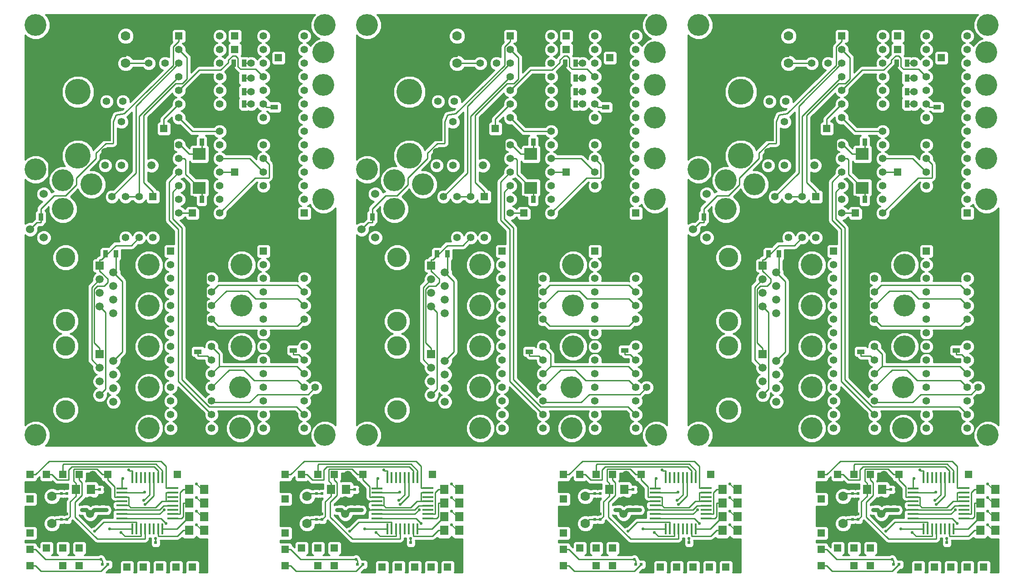
<source format=gbl>
G04 (created by PCBNEW-RS274X (2011-07-08)-stable) date Sun 14 Aug 2011 03:50:59 PM EDT*
G01*
G70*
G90*
%MOIN*%
G04 Gerber Fmt 3.4, Leading zero omitted, Abs format*
%FSLAX34Y34*%
G04 APERTURE LIST*
%ADD10C,0.006000*%
%ADD11C,0.160000*%
%ADD12C,0.055000*%
%ADD13R,0.055000X0.055000*%
%ADD14C,0.059100*%
%ADD15C,0.189000*%
%ADD16R,0.189000X0.189000*%
%ADD17C,0.070000*%
%ADD18R,0.070000X0.070000*%
%ADD19C,0.143700*%
%ADD20R,0.059100X0.059100*%
%ADD21R,0.035000X0.055000*%
%ADD22R,0.055000X0.035000*%
%ADD23C,0.060000*%
%ADD24R,0.094500X0.086600*%
%ADD25R,0.078700X0.017700*%
%ADD26R,0.017700X0.078700*%
%ADD27R,0.019700X0.019700*%
%ADD28R,0.062900X0.070900*%
%ADD29C,0.021000*%
%ADD30C,0.010000*%
%ADD31C,0.008000*%
%ADD32C,0.030000*%
G04 APERTURE END LIST*
G54D10*
G54D11*
X75300Y-28100D03*
X73200Y-29900D03*
X73200Y-27800D03*
X71200Y-27000D03*
X79500Y-46000D03*
X79500Y-43000D03*
X79500Y-40000D03*
X79500Y-37000D03*
X79500Y-34000D03*
X86200Y-46000D03*
X86200Y-43000D03*
X86300Y-40000D03*
X86300Y-37000D03*
X86300Y-34000D03*
X92300Y-18400D03*
X92300Y-20800D03*
X92300Y-23200D03*
X92300Y-26200D03*
X92300Y-29200D03*
X73600Y-16400D03*
G54D12*
X76300Y-26700D03*
X76300Y-25700D03*
X80700Y-19200D03*
X80700Y-18200D03*
X79500Y-19200D03*
X79500Y-18200D03*
X77500Y-23500D03*
X77500Y-24500D03*
X77500Y-26700D03*
X77500Y-25700D03*
X77600Y-22000D03*
X77600Y-21000D03*
X76400Y-22000D03*
X76400Y-21000D03*
X81700Y-18200D03*
X81700Y-19200D03*
X81700Y-20200D03*
X81700Y-21200D03*
X81700Y-22200D03*
X81700Y-23200D03*
X81700Y-24200D03*
X81700Y-25200D03*
X81700Y-26200D03*
X81700Y-27200D03*
X81700Y-28200D03*
X81700Y-29200D03*
X81700Y-30200D03*
G54D13*
X81700Y-17200D03*
G54D12*
X84700Y-30200D03*
X84700Y-29200D03*
X84700Y-28200D03*
X84700Y-27200D03*
X84700Y-26200D03*
X84700Y-25200D03*
X84700Y-24200D03*
X84700Y-23200D03*
X84700Y-22200D03*
X84700Y-21200D03*
X84700Y-20200D03*
X84700Y-19200D03*
X84700Y-18200D03*
X84700Y-17200D03*
G54D14*
X79700Y-25700D03*
X79700Y-26700D03*
G54D15*
X73400Y-19300D03*
G54D16*
X75800Y-19300D03*
G54D15*
X74300Y-21300D03*
X73400Y-24000D03*
G54D16*
X75800Y-24000D03*
G54D15*
X74300Y-26000D03*
G54D17*
X77800Y-17200D03*
G54D18*
X77800Y-18200D03*
G54D17*
X77800Y-19200D03*
G54D19*
X73400Y-44638D03*
X73400Y-39965D03*
G54D20*
X75900Y-40550D03*
G54D14*
X76900Y-41050D03*
X75900Y-41550D03*
X76900Y-42050D03*
X75900Y-42550D03*
X76900Y-43050D03*
X75900Y-43550D03*
X76900Y-44050D03*
G54D19*
X73400Y-38138D03*
X73400Y-33465D03*
G54D20*
X75900Y-34050D03*
G54D14*
X76900Y-34550D03*
X75900Y-35050D03*
X76900Y-35550D03*
X75900Y-36050D03*
X76900Y-36550D03*
X75900Y-37050D03*
X76900Y-37550D03*
G54D13*
X85800Y-17200D03*
X85800Y-18200D03*
X85800Y-27200D03*
X82700Y-30200D03*
X80600Y-24000D03*
X89000Y-18800D03*
G54D21*
X77075Y-33200D03*
X76325Y-33200D03*
X85725Y-19200D03*
X86475Y-19200D03*
X85725Y-20300D03*
X86475Y-20300D03*
X85725Y-21300D03*
X86475Y-21300D03*
X85725Y-22200D03*
X86475Y-22200D03*
G54D22*
X88700Y-22425D03*
X88700Y-23175D03*
X90100Y-40275D03*
X90100Y-39525D03*
X83100Y-40375D03*
X83100Y-39625D03*
G54D21*
X70825Y-30500D03*
X71575Y-30500D03*
X82625Y-25000D03*
X83375Y-25000D03*
X82625Y-29200D03*
X83375Y-29200D03*
G54D13*
X79800Y-29000D03*
G54D12*
X78800Y-29000D03*
X77800Y-29000D03*
X76800Y-29000D03*
X76800Y-32000D03*
X77800Y-32000D03*
X78800Y-32000D03*
X79800Y-32000D03*
X81100Y-34000D03*
X81100Y-35000D03*
X81100Y-36000D03*
X81100Y-37000D03*
X81100Y-38000D03*
X81100Y-39000D03*
X81100Y-40000D03*
X81100Y-41000D03*
X81100Y-42000D03*
X81100Y-43000D03*
X81100Y-44000D03*
X81100Y-45000D03*
X81100Y-46000D03*
G54D13*
X81100Y-33000D03*
G54D12*
X84100Y-46000D03*
X84100Y-45000D03*
X84100Y-44000D03*
X84100Y-43000D03*
X84100Y-42000D03*
X84100Y-41000D03*
X84100Y-40000D03*
X84100Y-39000D03*
X84100Y-38000D03*
X84100Y-37000D03*
X84100Y-36000D03*
X84100Y-35000D03*
X84100Y-34000D03*
X84100Y-33000D03*
X87900Y-34000D03*
X87900Y-35000D03*
X87900Y-36000D03*
X87900Y-37000D03*
X87900Y-38000D03*
X87900Y-39000D03*
X87900Y-40000D03*
X87900Y-41000D03*
X87900Y-42000D03*
X87900Y-43000D03*
X87900Y-44000D03*
X87900Y-45000D03*
X87900Y-46000D03*
G54D13*
X87900Y-33000D03*
G54D12*
X90900Y-46000D03*
X90900Y-45000D03*
X90900Y-44000D03*
X90900Y-43000D03*
X90900Y-42000D03*
X90900Y-41000D03*
X90900Y-40000D03*
X90900Y-39000D03*
X90900Y-38000D03*
X90900Y-37000D03*
X90900Y-36000D03*
X90900Y-35000D03*
X90900Y-34000D03*
X90900Y-33000D03*
X90900Y-29200D03*
X90900Y-28200D03*
X90900Y-27200D03*
X90900Y-26200D03*
X90900Y-25200D03*
X90900Y-24200D03*
X90900Y-23200D03*
X90900Y-22200D03*
X90900Y-21200D03*
X90900Y-20200D03*
X90900Y-19200D03*
X90900Y-18200D03*
X90900Y-17200D03*
G54D13*
X90900Y-30200D03*
G54D12*
X87900Y-17200D03*
X87900Y-18200D03*
X87900Y-19200D03*
X87900Y-20200D03*
X87900Y-21200D03*
X87900Y-22200D03*
X87900Y-23200D03*
X87900Y-24200D03*
X87900Y-25200D03*
X87900Y-26200D03*
X87900Y-27200D03*
X87900Y-28200D03*
X87900Y-29200D03*
X87900Y-30200D03*
G54D11*
X92400Y-46500D03*
X71200Y-46500D03*
X92400Y-16400D03*
X71200Y-16400D03*
G54D23*
X70800Y-31400D03*
X70800Y-29400D03*
X71800Y-32000D03*
X71800Y-28800D03*
G54D24*
X83200Y-25860D03*
X83200Y-28340D03*
X58900Y-25860D03*
X58900Y-28340D03*
G54D23*
X46500Y-31400D03*
X46500Y-29400D03*
X47500Y-32000D03*
X47500Y-28800D03*
G54D11*
X46900Y-16400D03*
X68100Y-16400D03*
X46900Y-46500D03*
X68100Y-46500D03*
G54D12*
X66600Y-29200D03*
X66600Y-28200D03*
X66600Y-27200D03*
X66600Y-26200D03*
X66600Y-25200D03*
X66600Y-24200D03*
X66600Y-23200D03*
X66600Y-22200D03*
X66600Y-21200D03*
X66600Y-20200D03*
X66600Y-19200D03*
X66600Y-18200D03*
X66600Y-17200D03*
G54D13*
X66600Y-30200D03*
G54D12*
X63600Y-17200D03*
X63600Y-18200D03*
X63600Y-19200D03*
X63600Y-20200D03*
X63600Y-21200D03*
X63600Y-22200D03*
X63600Y-23200D03*
X63600Y-24200D03*
X63600Y-25200D03*
X63600Y-26200D03*
X63600Y-27200D03*
X63600Y-28200D03*
X63600Y-29200D03*
X63600Y-30200D03*
X63600Y-34000D03*
X63600Y-35000D03*
X63600Y-36000D03*
X63600Y-37000D03*
X63600Y-38000D03*
X63600Y-39000D03*
X63600Y-40000D03*
X63600Y-41000D03*
X63600Y-42000D03*
X63600Y-43000D03*
X63600Y-44000D03*
X63600Y-45000D03*
X63600Y-46000D03*
G54D13*
X63600Y-33000D03*
G54D12*
X66600Y-46000D03*
X66600Y-45000D03*
X66600Y-44000D03*
X66600Y-43000D03*
X66600Y-42000D03*
X66600Y-41000D03*
X66600Y-40000D03*
X66600Y-39000D03*
X66600Y-38000D03*
X66600Y-37000D03*
X66600Y-36000D03*
X66600Y-35000D03*
X66600Y-34000D03*
X66600Y-33000D03*
X56800Y-34000D03*
X56800Y-35000D03*
X56800Y-36000D03*
X56800Y-37000D03*
X56800Y-38000D03*
X56800Y-39000D03*
X56800Y-40000D03*
X56800Y-41000D03*
X56800Y-42000D03*
X56800Y-43000D03*
X56800Y-44000D03*
X56800Y-45000D03*
X56800Y-46000D03*
G54D13*
X56800Y-33000D03*
G54D12*
X59800Y-46000D03*
X59800Y-45000D03*
X59800Y-44000D03*
X59800Y-43000D03*
X59800Y-42000D03*
X59800Y-41000D03*
X59800Y-40000D03*
X59800Y-39000D03*
X59800Y-38000D03*
X59800Y-37000D03*
X59800Y-36000D03*
X59800Y-35000D03*
X59800Y-34000D03*
X59800Y-33000D03*
G54D13*
X55500Y-29000D03*
G54D12*
X54500Y-29000D03*
X53500Y-29000D03*
X52500Y-29000D03*
X52500Y-32000D03*
X53500Y-32000D03*
X54500Y-32000D03*
X55500Y-32000D03*
G54D21*
X58325Y-29200D03*
X59075Y-29200D03*
X58325Y-25000D03*
X59075Y-25000D03*
X46525Y-30500D03*
X47275Y-30500D03*
G54D22*
X58800Y-40375D03*
X58800Y-39625D03*
X65800Y-40275D03*
X65800Y-39525D03*
X64400Y-22425D03*
X64400Y-23175D03*
G54D21*
X61425Y-22200D03*
X62175Y-22200D03*
X61425Y-21300D03*
X62175Y-21300D03*
X61425Y-20300D03*
X62175Y-20300D03*
X61425Y-19200D03*
X62175Y-19200D03*
X52775Y-33200D03*
X52025Y-33200D03*
G54D13*
X64700Y-18800D03*
X56300Y-24000D03*
X58400Y-30200D03*
X61500Y-27200D03*
X61500Y-18200D03*
X61500Y-17200D03*
G54D19*
X49100Y-38138D03*
X49100Y-33465D03*
G54D20*
X51600Y-34050D03*
G54D14*
X52600Y-34550D03*
X51600Y-35050D03*
X52600Y-35550D03*
X51600Y-36050D03*
X52600Y-36550D03*
X51600Y-37050D03*
X52600Y-37550D03*
G54D19*
X49100Y-44638D03*
X49100Y-39965D03*
G54D20*
X51600Y-40550D03*
G54D14*
X52600Y-41050D03*
X51600Y-41550D03*
X52600Y-42050D03*
X51600Y-42550D03*
X52600Y-43050D03*
X51600Y-43550D03*
X52600Y-44050D03*
G54D17*
X53500Y-17200D03*
G54D18*
X53500Y-18200D03*
G54D17*
X53500Y-19200D03*
G54D15*
X49100Y-24000D03*
G54D16*
X51500Y-24000D03*
G54D15*
X50000Y-26000D03*
X49100Y-19300D03*
G54D16*
X51500Y-19300D03*
G54D15*
X50000Y-21300D03*
G54D14*
X55400Y-25700D03*
X55400Y-26700D03*
G54D12*
X57400Y-18200D03*
X57400Y-19200D03*
X57400Y-20200D03*
X57400Y-21200D03*
X57400Y-22200D03*
X57400Y-23200D03*
X57400Y-24200D03*
X57400Y-25200D03*
X57400Y-26200D03*
X57400Y-27200D03*
X57400Y-28200D03*
X57400Y-29200D03*
X57400Y-30200D03*
G54D13*
X57400Y-17200D03*
G54D12*
X60400Y-30200D03*
X60400Y-29200D03*
X60400Y-28200D03*
X60400Y-27200D03*
X60400Y-26200D03*
X60400Y-25200D03*
X60400Y-24200D03*
X60400Y-23200D03*
X60400Y-22200D03*
X60400Y-21200D03*
X60400Y-20200D03*
X60400Y-19200D03*
X60400Y-18200D03*
X60400Y-17200D03*
X52100Y-22000D03*
X52100Y-21000D03*
X53300Y-22000D03*
X53300Y-21000D03*
X53200Y-26700D03*
X53200Y-25700D03*
X53200Y-23500D03*
X53200Y-24500D03*
X55200Y-19200D03*
X55200Y-18200D03*
X56400Y-19200D03*
X56400Y-18200D03*
X52000Y-26700D03*
X52000Y-25700D03*
G54D11*
X49300Y-16400D03*
X68000Y-29200D03*
X68000Y-26200D03*
X68000Y-23200D03*
X68000Y-20800D03*
X68000Y-18400D03*
X62000Y-34000D03*
X62000Y-37000D03*
X62000Y-40000D03*
X61900Y-43000D03*
X61900Y-46000D03*
X55200Y-34000D03*
X55200Y-37000D03*
X55200Y-40000D03*
X55200Y-43000D03*
X55200Y-46000D03*
X46900Y-27000D03*
X48900Y-27800D03*
X48900Y-29900D03*
X51000Y-28100D03*
G54D13*
X92100Y-56200D03*
X90900Y-56200D03*
X87300Y-56200D03*
X88500Y-56200D03*
X89700Y-56200D03*
X85900Y-49400D03*
G54D25*
X86904Y-50407D03*
X86904Y-50722D03*
X86904Y-51037D03*
X86904Y-51352D03*
X86904Y-51667D03*
X86904Y-51982D03*
X86904Y-52297D03*
X86904Y-52612D03*
X90670Y-52610D03*
X90670Y-50400D03*
X90670Y-50720D03*
X90670Y-51040D03*
X90670Y-51350D03*
X90670Y-51670D03*
X90670Y-51980D03*
X90670Y-52300D03*
G54D26*
X87688Y-53400D03*
X88002Y-53400D03*
X88318Y-53400D03*
X88632Y-53400D03*
X88948Y-53400D03*
X89262Y-53400D03*
X89578Y-53400D03*
X89892Y-53400D03*
X87690Y-49620D03*
X88000Y-49620D03*
X88320Y-49620D03*
X88630Y-49620D03*
X88940Y-49620D03*
X89260Y-49620D03*
X89580Y-49620D03*
X89900Y-49620D03*
G54D27*
X82500Y-50799D03*
X82500Y-51201D03*
X82900Y-50799D03*
X82900Y-51201D03*
X85300Y-52001D03*
X85300Y-51599D03*
X85800Y-52001D03*
X85800Y-51599D03*
X82900Y-52701D03*
X82900Y-52299D03*
X82500Y-52701D03*
X82500Y-52299D03*
X84000Y-52001D03*
X84000Y-51599D03*
X85299Y-50500D03*
X85701Y-50500D03*
X89401Y-54400D03*
X88999Y-54400D03*
X85901Y-56000D03*
X85499Y-56000D03*
G54D13*
X83800Y-49400D03*
G54D12*
X84800Y-49400D03*
G54D13*
X80200Y-54900D03*
X80200Y-56100D03*
X80200Y-52400D03*
X80200Y-53700D03*
X80200Y-51200D03*
X82600Y-56100D03*
X81400Y-54800D03*
X82600Y-54800D03*
X83800Y-56100D03*
X83800Y-54800D03*
X82600Y-49400D03*
X81400Y-49400D03*
X80200Y-49400D03*
X91000Y-49400D03*
G54D17*
X81800Y-51000D03*
G54D18*
X81800Y-52000D03*
G54D17*
X81800Y-53000D03*
G54D28*
X83541Y-50500D03*
X84659Y-50500D03*
X91841Y-50500D03*
X92959Y-50500D03*
X91841Y-51500D03*
X92959Y-51500D03*
X91841Y-52500D03*
X92959Y-52500D03*
X91841Y-53500D03*
X92959Y-53500D03*
G54D14*
X84600Y-51300D03*
X84600Y-52300D03*
X65700Y-51300D03*
X65700Y-52300D03*
G54D28*
X72941Y-53500D03*
X74059Y-53500D03*
X72941Y-52500D03*
X74059Y-52500D03*
X72941Y-51500D03*
X74059Y-51500D03*
X72941Y-50500D03*
X74059Y-50500D03*
X64641Y-50500D03*
X65759Y-50500D03*
G54D17*
X62900Y-51000D03*
G54D18*
X62900Y-52000D03*
G54D17*
X62900Y-53000D03*
G54D13*
X72100Y-49400D03*
X61300Y-49400D03*
X62500Y-49400D03*
X63700Y-49400D03*
X64900Y-54800D03*
X64900Y-56100D03*
X63700Y-54800D03*
X62500Y-54800D03*
X63700Y-56100D03*
X61300Y-51200D03*
X61300Y-53700D03*
X61300Y-52400D03*
X61300Y-56100D03*
X61300Y-54900D03*
X64900Y-49400D03*
G54D12*
X65900Y-49400D03*
G54D27*
X67001Y-56000D03*
X66599Y-56000D03*
X70501Y-54400D03*
X70099Y-54400D03*
X66399Y-50500D03*
X66801Y-50500D03*
X65100Y-52001D03*
X65100Y-51599D03*
X63600Y-52701D03*
X63600Y-52299D03*
X64000Y-52701D03*
X64000Y-52299D03*
X66900Y-52001D03*
X66900Y-51599D03*
X66400Y-52001D03*
X66400Y-51599D03*
X64000Y-50799D03*
X64000Y-51201D03*
X63600Y-50799D03*
X63600Y-51201D03*
G54D25*
X68004Y-50407D03*
X68004Y-50722D03*
X68004Y-51037D03*
X68004Y-51352D03*
X68004Y-51667D03*
X68004Y-51982D03*
X68004Y-52297D03*
X68004Y-52612D03*
X71770Y-52610D03*
X71770Y-50400D03*
X71770Y-50720D03*
X71770Y-51040D03*
X71770Y-51350D03*
X71770Y-51670D03*
X71770Y-51980D03*
X71770Y-52300D03*
G54D26*
X68788Y-53400D03*
X69102Y-53400D03*
X69418Y-53400D03*
X69732Y-53400D03*
X70048Y-53400D03*
X70362Y-53400D03*
X70678Y-53400D03*
X70992Y-53400D03*
X68790Y-49620D03*
X69100Y-49620D03*
X69420Y-49620D03*
X69730Y-49620D03*
X70040Y-49620D03*
X70360Y-49620D03*
X70680Y-49620D03*
X71000Y-49620D03*
G54D13*
X67000Y-49400D03*
X70800Y-56200D03*
X69600Y-56200D03*
X68400Y-56200D03*
X72000Y-56200D03*
X73200Y-56200D03*
X52800Y-56200D03*
X51600Y-56200D03*
X48000Y-56200D03*
X49200Y-56200D03*
X50400Y-56200D03*
X46600Y-49400D03*
G54D25*
X47604Y-50407D03*
X47604Y-50722D03*
X47604Y-51037D03*
X47604Y-51352D03*
X47604Y-51667D03*
X47604Y-51982D03*
X47604Y-52297D03*
X47604Y-52612D03*
X51370Y-52610D03*
X51370Y-50400D03*
X51370Y-50720D03*
X51370Y-51040D03*
X51370Y-51350D03*
X51370Y-51670D03*
X51370Y-51980D03*
X51370Y-52300D03*
G54D26*
X48388Y-53400D03*
X48702Y-53400D03*
X49018Y-53400D03*
X49332Y-53400D03*
X49648Y-53400D03*
X49962Y-53400D03*
X50278Y-53400D03*
X50592Y-53400D03*
X48390Y-49620D03*
X48700Y-49620D03*
X49020Y-49620D03*
X49330Y-49620D03*
X49640Y-49620D03*
X49960Y-49620D03*
X50280Y-49620D03*
X50600Y-49620D03*
G54D27*
X43200Y-50799D03*
X43200Y-51201D03*
X43600Y-50799D03*
X43600Y-51201D03*
X46000Y-52001D03*
X46000Y-51599D03*
X46500Y-52001D03*
X46500Y-51599D03*
X43600Y-52701D03*
X43600Y-52299D03*
X43200Y-52701D03*
X43200Y-52299D03*
X44700Y-52001D03*
X44700Y-51599D03*
X45999Y-50500D03*
X46401Y-50500D03*
X50101Y-54400D03*
X49699Y-54400D03*
X46601Y-56000D03*
X46199Y-56000D03*
G54D13*
X44500Y-49400D03*
G54D12*
X45500Y-49400D03*
G54D13*
X40900Y-54900D03*
X40900Y-56100D03*
X40900Y-52400D03*
X40900Y-53700D03*
X40900Y-51200D03*
X43300Y-56100D03*
X42100Y-54800D03*
X43300Y-54800D03*
X44500Y-56100D03*
X44500Y-54800D03*
X43300Y-49400D03*
X42100Y-49400D03*
X40900Y-49400D03*
X51700Y-49400D03*
G54D17*
X42500Y-51000D03*
G54D18*
X42500Y-52000D03*
G54D17*
X42500Y-53000D03*
G54D28*
X44241Y-50500D03*
X45359Y-50500D03*
X52541Y-50500D03*
X53659Y-50500D03*
X52541Y-51500D03*
X53659Y-51500D03*
X52541Y-52500D03*
X53659Y-52500D03*
X52541Y-53500D03*
X53659Y-53500D03*
G54D14*
X45300Y-51300D03*
X45300Y-52300D03*
G54D11*
X26700Y-28100D03*
X24600Y-29900D03*
X24600Y-27800D03*
X22600Y-27000D03*
X30900Y-46000D03*
X30900Y-43000D03*
X30900Y-40000D03*
X30900Y-37000D03*
X30900Y-34000D03*
X37600Y-46000D03*
X37600Y-43000D03*
X37700Y-40000D03*
X37700Y-37000D03*
X37700Y-34000D03*
X43700Y-18400D03*
X43700Y-20800D03*
X43700Y-23200D03*
X43700Y-26200D03*
X43700Y-29200D03*
X25000Y-16400D03*
G54D12*
X27700Y-26700D03*
X27700Y-25700D03*
X32100Y-19200D03*
X32100Y-18200D03*
X30900Y-19200D03*
X30900Y-18200D03*
X28900Y-23500D03*
X28900Y-24500D03*
X28900Y-26700D03*
X28900Y-25700D03*
X29000Y-22000D03*
X29000Y-21000D03*
X27800Y-22000D03*
X27800Y-21000D03*
X33100Y-18200D03*
X33100Y-19200D03*
X33100Y-20200D03*
X33100Y-21200D03*
X33100Y-22200D03*
X33100Y-23200D03*
X33100Y-24200D03*
X33100Y-25200D03*
X33100Y-26200D03*
X33100Y-27200D03*
X33100Y-28200D03*
X33100Y-29200D03*
X33100Y-30200D03*
G54D13*
X33100Y-17200D03*
G54D12*
X36100Y-30200D03*
X36100Y-29200D03*
X36100Y-28200D03*
X36100Y-27200D03*
X36100Y-26200D03*
X36100Y-25200D03*
X36100Y-24200D03*
X36100Y-23200D03*
X36100Y-22200D03*
X36100Y-21200D03*
X36100Y-20200D03*
X36100Y-19200D03*
X36100Y-18200D03*
X36100Y-17200D03*
G54D14*
X31100Y-25700D03*
X31100Y-26700D03*
G54D15*
X24800Y-19300D03*
G54D16*
X27200Y-19300D03*
G54D15*
X25700Y-21300D03*
X24800Y-24000D03*
G54D16*
X27200Y-24000D03*
G54D15*
X25700Y-26000D03*
G54D17*
X29200Y-17200D03*
G54D18*
X29200Y-18200D03*
G54D17*
X29200Y-19200D03*
G54D19*
X24800Y-44638D03*
X24800Y-39965D03*
G54D20*
X27300Y-40550D03*
G54D14*
X28300Y-41050D03*
X27300Y-41550D03*
X28300Y-42050D03*
X27300Y-42550D03*
X28300Y-43050D03*
X27300Y-43550D03*
X28300Y-44050D03*
G54D19*
X24800Y-38138D03*
X24800Y-33465D03*
G54D20*
X27300Y-34050D03*
G54D14*
X28300Y-34550D03*
X27300Y-35050D03*
X28300Y-35550D03*
X27300Y-36050D03*
X28300Y-36550D03*
X27300Y-37050D03*
X28300Y-37550D03*
G54D13*
X37200Y-17200D03*
X37200Y-18200D03*
X37200Y-27200D03*
X34100Y-30200D03*
X32000Y-24000D03*
X40400Y-18800D03*
G54D21*
X28475Y-33200D03*
X27725Y-33200D03*
X37125Y-19200D03*
X37875Y-19200D03*
X37125Y-20300D03*
X37875Y-20300D03*
X37125Y-21300D03*
X37875Y-21300D03*
X37125Y-22200D03*
X37875Y-22200D03*
G54D22*
X40100Y-22425D03*
X40100Y-23175D03*
X41500Y-40275D03*
X41500Y-39525D03*
X34500Y-40375D03*
X34500Y-39625D03*
G54D21*
X22225Y-30500D03*
X22975Y-30500D03*
X34025Y-25000D03*
X34775Y-25000D03*
X34025Y-29200D03*
X34775Y-29200D03*
G54D13*
X31200Y-29000D03*
G54D12*
X30200Y-29000D03*
X29200Y-29000D03*
X28200Y-29000D03*
X28200Y-32000D03*
X29200Y-32000D03*
X30200Y-32000D03*
X31200Y-32000D03*
X32500Y-34000D03*
X32500Y-35000D03*
X32500Y-36000D03*
X32500Y-37000D03*
X32500Y-38000D03*
X32500Y-39000D03*
X32500Y-40000D03*
X32500Y-41000D03*
X32500Y-42000D03*
X32500Y-43000D03*
X32500Y-44000D03*
X32500Y-45000D03*
X32500Y-46000D03*
G54D13*
X32500Y-33000D03*
G54D12*
X35500Y-46000D03*
X35500Y-45000D03*
X35500Y-44000D03*
X35500Y-43000D03*
X35500Y-42000D03*
X35500Y-41000D03*
X35500Y-40000D03*
X35500Y-39000D03*
X35500Y-38000D03*
X35500Y-37000D03*
X35500Y-36000D03*
X35500Y-35000D03*
X35500Y-34000D03*
X35500Y-33000D03*
X39300Y-34000D03*
X39300Y-35000D03*
X39300Y-36000D03*
X39300Y-37000D03*
X39300Y-38000D03*
X39300Y-39000D03*
X39300Y-40000D03*
X39300Y-41000D03*
X39300Y-42000D03*
X39300Y-43000D03*
X39300Y-44000D03*
X39300Y-45000D03*
X39300Y-46000D03*
G54D13*
X39300Y-33000D03*
G54D12*
X42300Y-46000D03*
X42300Y-45000D03*
X42300Y-44000D03*
X42300Y-43000D03*
X42300Y-42000D03*
X42300Y-41000D03*
X42300Y-40000D03*
X42300Y-39000D03*
X42300Y-38000D03*
X42300Y-37000D03*
X42300Y-36000D03*
X42300Y-35000D03*
X42300Y-34000D03*
X42300Y-33000D03*
X42300Y-29200D03*
X42300Y-28200D03*
X42300Y-27200D03*
X42300Y-26200D03*
X42300Y-25200D03*
X42300Y-24200D03*
X42300Y-23200D03*
X42300Y-22200D03*
X42300Y-21200D03*
X42300Y-20200D03*
X42300Y-19200D03*
X42300Y-18200D03*
X42300Y-17200D03*
G54D13*
X42300Y-30200D03*
G54D12*
X39300Y-17200D03*
X39300Y-18200D03*
X39300Y-19200D03*
X39300Y-20200D03*
X39300Y-21200D03*
X39300Y-22200D03*
X39300Y-23200D03*
X39300Y-24200D03*
X39300Y-25200D03*
X39300Y-26200D03*
X39300Y-27200D03*
X39300Y-28200D03*
X39300Y-29200D03*
X39300Y-30200D03*
G54D11*
X43800Y-46500D03*
X22600Y-46500D03*
X43800Y-16400D03*
X22600Y-16400D03*
G54D23*
X22200Y-31400D03*
X22200Y-29400D03*
X23200Y-32000D03*
X23200Y-28800D03*
G54D24*
X34600Y-25860D03*
X34600Y-28340D03*
G54D14*
X26600Y-51300D03*
X26600Y-52300D03*
G54D28*
X33841Y-53500D03*
X34959Y-53500D03*
X33841Y-52500D03*
X34959Y-52500D03*
X33841Y-51500D03*
X34959Y-51500D03*
X33841Y-50500D03*
X34959Y-50500D03*
X25541Y-50500D03*
X26659Y-50500D03*
G54D17*
X23800Y-51000D03*
G54D18*
X23800Y-52000D03*
G54D17*
X23800Y-53000D03*
G54D13*
X33000Y-49400D03*
X22200Y-49400D03*
X23400Y-49400D03*
X24600Y-49400D03*
X25800Y-54800D03*
X25800Y-56100D03*
X24600Y-54800D03*
X23400Y-54800D03*
X24600Y-56100D03*
X22200Y-51200D03*
X22200Y-53700D03*
X22200Y-52400D03*
X22200Y-56100D03*
X22200Y-54900D03*
X25800Y-49400D03*
G54D12*
X26800Y-49400D03*
G54D27*
X27901Y-56000D03*
X27499Y-56000D03*
X31401Y-54400D03*
X30999Y-54400D03*
X27299Y-50500D03*
X27701Y-50500D03*
X26000Y-52001D03*
X26000Y-51599D03*
X24500Y-52701D03*
X24500Y-52299D03*
X24900Y-52701D03*
X24900Y-52299D03*
X27800Y-52001D03*
X27800Y-51599D03*
X27300Y-52001D03*
X27300Y-51599D03*
X24900Y-50799D03*
X24900Y-51201D03*
X24500Y-50799D03*
X24500Y-51201D03*
G54D25*
X28904Y-50407D03*
X28904Y-50722D03*
X28904Y-51037D03*
X28904Y-51352D03*
X28904Y-51667D03*
X28904Y-51982D03*
X28904Y-52297D03*
X28904Y-52612D03*
X32670Y-52610D03*
X32670Y-50400D03*
X32670Y-50720D03*
X32670Y-51040D03*
X32670Y-51350D03*
X32670Y-51670D03*
X32670Y-51980D03*
X32670Y-52300D03*
G54D26*
X29688Y-53400D03*
X30002Y-53400D03*
X30318Y-53400D03*
X30632Y-53400D03*
X30948Y-53400D03*
X31262Y-53400D03*
X31578Y-53400D03*
X31892Y-53400D03*
X29690Y-49620D03*
X30000Y-49620D03*
X30320Y-49620D03*
X30630Y-49620D03*
X30940Y-49620D03*
X31260Y-49620D03*
X31580Y-49620D03*
X31900Y-49620D03*
G54D13*
X27900Y-49400D03*
X31700Y-56200D03*
X30500Y-56200D03*
X29300Y-56200D03*
X32900Y-56200D03*
X34100Y-56200D03*
G54D29*
X92400Y-51100D03*
X73500Y-51100D03*
X53100Y-51100D03*
X34400Y-51100D03*
X92401Y-52101D03*
X73501Y-52101D03*
X53101Y-52101D03*
X34401Y-52101D03*
G54D12*
X87000Y-19200D03*
X62700Y-19200D03*
G54D29*
X92401Y-53101D03*
X73501Y-53101D03*
X53101Y-53101D03*
G54D12*
X38400Y-19200D03*
G54D29*
X34401Y-53101D03*
G54D12*
X87000Y-20300D03*
X62700Y-20300D03*
X38400Y-20300D03*
G54D29*
X85382Y-55611D03*
X66482Y-55611D03*
X46082Y-55611D03*
X27382Y-55611D03*
G54D12*
X87000Y-21300D03*
X62700Y-21300D03*
X38400Y-21300D03*
G54D29*
X92401Y-50101D03*
X73501Y-50101D03*
X53101Y-50101D03*
X34401Y-50101D03*
X88630Y-51580D03*
X69730Y-51580D03*
X49330Y-51580D03*
X30630Y-51580D03*
G54D12*
X87000Y-22200D03*
X62700Y-22200D03*
X38400Y-22200D03*
G54D29*
X89400Y-54100D03*
X70500Y-54100D03*
X50100Y-54100D03*
X31400Y-54100D03*
X90004Y-51985D03*
X71104Y-51985D03*
X50704Y-51985D03*
X32004Y-51985D03*
G54D12*
X91700Y-43000D03*
X67400Y-43000D03*
X43100Y-43000D03*
G54D29*
X88531Y-51289D03*
X69631Y-51289D03*
X49231Y-51289D03*
X30531Y-51289D03*
X86870Y-53636D03*
X67970Y-53636D03*
X47570Y-53636D03*
X28870Y-53636D03*
X87000Y-49700D03*
X68100Y-49700D03*
X47700Y-49700D03*
X29000Y-49700D03*
X84912Y-53558D03*
X66012Y-53558D03*
X45612Y-53558D03*
X26912Y-53558D03*
X90159Y-52988D03*
X71259Y-52988D03*
X50859Y-52988D03*
X32159Y-52988D03*
X87436Y-49058D03*
X68536Y-49058D03*
X48136Y-49058D03*
X29436Y-49058D03*
X88600Y-50700D03*
X69700Y-50700D03*
X49300Y-50700D03*
X30600Y-50700D03*
X86009Y-53396D03*
X67109Y-53396D03*
X46709Y-53396D03*
X28009Y-53396D03*
G54D30*
X87501Y-30599D02*
X85401Y-30599D01*
X87900Y-30200D02*
X87501Y-30599D01*
X85300Y-30700D02*
X84324Y-30700D01*
X85401Y-30599D02*
X85300Y-30700D01*
X76400Y-21000D02*
X76400Y-19900D01*
X76400Y-19900D02*
X75800Y-19300D01*
X84100Y-33000D02*
X84100Y-34000D01*
X85100Y-39000D02*
X85500Y-39000D01*
X89700Y-39000D02*
X90900Y-39000D01*
X89200Y-39500D02*
X89700Y-39000D01*
X87500Y-39500D02*
X89200Y-39500D01*
X86900Y-38900D02*
X87500Y-39500D01*
X85600Y-38900D02*
X86900Y-38900D01*
X85500Y-39000D02*
X85600Y-38900D01*
X89600Y-39525D02*
X89600Y-39800D01*
X85100Y-40600D02*
X85100Y-39000D01*
X85600Y-41100D02*
X85100Y-40600D01*
X86900Y-41100D02*
X85600Y-41100D01*
X87500Y-40500D02*
X86900Y-41100D01*
X88900Y-40500D02*
X87500Y-40500D01*
X89600Y-39800D02*
X88900Y-40500D01*
X84100Y-39000D02*
X85100Y-39000D01*
X89600Y-39525D02*
X90100Y-39525D01*
X90900Y-33000D02*
X90900Y-34000D01*
X87900Y-30200D02*
X87900Y-29200D01*
X82625Y-29200D02*
X82625Y-29325D01*
X82625Y-29325D02*
X83900Y-30600D01*
X83900Y-30600D02*
X84324Y-30600D01*
X82625Y-25000D02*
X82500Y-25000D01*
X82500Y-25000D02*
X81700Y-24200D01*
X90498Y-39402D02*
X90900Y-39000D01*
X90498Y-39525D02*
X90498Y-39402D01*
X90100Y-39525D02*
X90498Y-39525D01*
X88700Y-23175D02*
X88700Y-23473D01*
X85725Y-21300D02*
X85725Y-20300D01*
X85725Y-20300D02*
X85725Y-19200D01*
X85725Y-22200D02*
X85725Y-21300D01*
X76400Y-21000D02*
X77600Y-21000D01*
X77495Y-18673D02*
X77800Y-18673D01*
X77800Y-18200D02*
X77800Y-18673D01*
X75800Y-19300D02*
X76868Y-19300D01*
X76868Y-19300D02*
X77495Y-18673D01*
X73400Y-24000D02*
X75800Y-24000D01*
X75800Y-21600D02*
X76400Y-21000D01*
X75800Y-24000D02*
X75800Y-21600D01*
X88100Y-30200D02*
X87900Y-30200D01*
X90900Y-33000D02*
X88100Y-30200D01*
X84324Y-32776D02*
X84324Y-30700D01*
X84100Y-33000D02*
X84324Y-32776D01*
X84324Y-30700D02*
X84324Y-30600D01*
X84324Y-30600D02*
X84324Y-30599D01*
X83100Y-39625D02*
X83100Y-39327D01*
X83100Y-39327D02*
X83764Y-38663D01*
X83701Y-38601D02*
X83764Y-38663D01*
X84100Y-34000D02*
X83701Y-34399D01*
X83701Y-34399D02*
X83701Y-38601D01*
X83764Y-38663D02*
X84100Y-39000D01*
X81301Y-25700D02*
X79700Y-25700D01*
X81301Y-24599D02*
X81700Y-24200D01*
X81301Y-25700D02*
X81301Y-24599D01*
X85427Y-22473D02*
X85427Y-22200D01*
X84700Y-23200D02*
X85427Y-22473D01*
X85725Y-22200D02*
X85427Y-22200D01*
X85725Y-22200D02*
X86023Y-22200D01*
X87900Y-23955D02*
X87900Y-24200D01*
X88382Y-23473D02*
X87900Y-23955D01*
X88700Y-23473D02*
X88382Y-23473D01*
X86023Y-22498D02*
X86023Y-22200D01*
X87480Y-23955D02*
X86023Y-22498D01*
X87900Y-23955D02*
X87480Y-23955D01*
X77500Y-25700D02*
X76300Y-25700D01*
X72138Y-25262D02*
X73400Y-24000D01*
X72138Y-27690D02*
X72138Y-25262D01*
X70800Y-29028D02*
X72138Y-27690D01*
X70800Y-29400D02*
X70800Y-29028D01*
X70825Y-29425D02*
X70825Y-30500D01*
X70800Y-29400D02*
X70825Y-29425D01*
X73600Y-19300D02*
X73600Y-16400D01*
X73400Y-19300D02*
X73600Y-19300D01*
X73600Y-19300D02*
X75800Y-19300D01*
X77800Y-18200D02*
X79500Y-18200D01*
X79500Y-18200D02*
X80700Y-18200D01*
X55200Y-18200D02*
X56400Y-18200D01*
X53500Y-18200D02*
X55200Y-18200D01*
X49300Y-19300D02*
X51500Y-19300D01*
X49100Y-19300D02*
X49300Y-19300D01*
X49300Y-19300D02*
X49300Y-16400D01*
X46500Y-29400D02*
X46525Y-29425D01*
X46525Y-29425D02*
X46525Y-30500D01*
X46500Y-29400D02*
X46500Y-29028D01*
X46500Y-29028D02*
X47838Y-27690D01*
X47838Y-27690D02*
X47838Y-25262D01*
X47838Y-25262D02*
X49100Y-24000D01*
X53200Y-25700D02*
X52000Y-25700D01*
X63600Y-23955D02*
X63180Y-23955D01*
X63180Y-23955D02*
X61723Y-22498D01*
X61723Y-22498D02*
X61723Y-22200D01*
X64400Y-23473D02*
X64082Y-23473D01*
X64082Y-23473D02*
X63600Y-23955D01*
X63600Y-23955D02*
X63600Y-24200D01*
X61425Y-22200D02*
X61723Y-22200D01*
X61425Y-22200D02*
X61127Y-22200D01*
X60400Y-23200D02*
X61127Y-22473D01*
X61127Y-22473D02*
X61127Y-22200D01*
X57001Y-25700D02*
X57001Y-24599D01*
X57001Y-24599D02*
X57400Y-24200D01*
X57001Y-25700D02*
X55400Y-25700D01*
X59464Y-38663D02*
X59800Y-39000D01*
X59401Y-34399D02*
X59401Y-38601D01*
X59800Y-34000D02*
X59401Y-34399D01*
X59401Y-38601D02*
X59464Y-38663D01*
X58800Y-39327D02*
X59464Y-38663D01*
X58800Y-39625D02*
X58800Y-39327D01*
X60024Y-30600D02*
X60024Y-30599D01*
X60024Y-30700D02*
X60024Y-30600D01*
X59800Y-33000D02*
X60024Y-32776D01*
X60024Y-32776D02*
X60024Y-30700D01*
X66600Y-33000D02*
X63800Y-30200D01*
X63800Y-30200D02*
X63600Y-30200D01*
X51500Y-24000D02*
X51500Y-21600D01*
X51500Y-21600D02*
X52100Y-21000D01*
X49100Y-24000D02*
X51500Y-24000D01*
X52568Y-19300D02*
X53195Y-18673D01*
X51500Y-19300D02*
X52568Y-19300D01*
X53500Y-18200D02*
X53500Y-18673D01*
X53195Y-18673D02*
X53500Y-18673D01*
X52100Y-21000D02*
X53300Y-21000D01*
X61425Y-22200D02*
X61425Y-21300D01*
X61425Y-20300D02*
X61425Y-19200D01*
X61425Y-21300D02*
X61425Y-20300D01*
X64400Y-23175D02*
X64400Y-23473D01*
X65800Y-39525D02*
X66198Y-39525D01*
X66198Y-39525D02*
X66198Y-39402D01*
X66198Y-39402D02*
X66600Y-39000D01*
X58200Y-25000D02*
X57400Y-24200D01*
X58325Y-25000D02*
X58200Y-25000D01*
X59600Y-30600D02*
X60024Y-30600D01*
X58325Y-29325D02*
X59600Y-30600D01*
X58325Y-29200D02*
X58325Y-29325D01*
X63600Y-30200D02*
X63600Y-29200D01*
X66600Y-33000D02*
X66600Y-34000D01*
X65300Y-39525D02*
X65800Y-39525D01*
X59800Y-39000D02*
X60800Y-39000D01*
X65300Y-39800D02*
X64600Y-40500D01*
X64600Y-40500D02*
X63200Y-40500D01*
X63200Y-40500D02*
X62600Y-41100D01*
X62600Y-41100D02*
X61300Y-41100D01*
X61300Y-41100D02*
X60800Y-40600D01*
X60800Y-40600D02*
X60800Y-39000D01*
X65300Y-39525D02*
X65300Y-39800D01*
X61200Y-39000D02*
X61300Y-38900D01*
X61300Y-38900D02*
X62600Y-38900D01*
X62600Y-38900D02*
X63200Y-39500D01*
X63200Y-39500D02*
X64900Y-39500D01*
X64900Y-39500D02*
X65400Y-39000D01*
X65400Y-39000D02*
X66600Y-39000D01*
X60800Y-39000D02*
X61200Y-39000D01*
X59800Y-33000D02*
X59800Y-34000D01*
X52100Y-19900D02*
X51500Y-19300D01*
X52100Y-21000D02*
X52100Y-19900D01*
X61101Y-30599D02*
X61000Y-30700D01*
X61000Y-30700D02*
X60024Y-30700D01*
X63600Y-30200D02*
X63201Y-30599D01*
X63201Y-30599D02*
X61101Y-30599D01*
X86904Y-51982D02*
X87421Y-51982D01*
X90670Y-51670D02*
X89996Y-51670D01*
X89996Y-51670D02*
X89684Y-51982D01*
X89684Y-51982D02*
X87421Y-51982D01*
X86904Y-51982D02*
X86388Y-51982D01*
X86082Y-51658D02*
X86022Y-51599D01*
X86388Y-51352D02*
X86082Y-51658D01*
X86388Y-51982D02*
X86388Y-51965D01*
X86388Y-51965D02*
X86082Y-51658D01*
X86904Y-51352D02*
X86388Y-51352D01*
X85300Y-51599D02*
X84899Y-51599D01*
X84899Y-51599D02*
X84600Y-51300D01*
X85800Y-51599D02*
X85300Y-51599D01*
X84000Y-51599D02*
X84301Y-51599D01*
X84301Y-51599D02*
X84600Y-51300D01*
X85701Y-50279D02*
X84822Y-49400D01*
X84822Y-49400D02*
X84800Y-49400D01*
X82500Y-51201D02*
X82678Y-51201D01*
X82500Y-51201D02*
X82500Y-52077D01*
X82900Y-51201D02*
X82678Y-51201D01*
X82900Y-52299D02*
X82679Y-52299D01*
X82500Y-52188D02*
X82568Y-52188D01*
X82568Y-52188D02*
X82679Y-52299D01*
X82500Y-52188D02*
X82500Y-52077D01*
X82500Y-52299D02*
X82500Y-52188D01*
X81800Y-52000D02*
X82273Y-52000D01*
X82273Y-52000D02*
X82350Y-52077D01*
X82350Y-52077D02*
X82500Y-52077D01*
X85701Y-50500D02*
X85701Y-50279D01*
X85701Y-50500D02*
X85701Y-50722D01*
X85911Y-51599D02*
X85911Y-50932D01*
X85911Y-50932D02*
X85701Y-50722D01*
X85911Y-51599D02*
X86022Y-51599D01*
X85800Y-51599D02*
X85911Y-51599D01*
X66900Y-51599D02*
X67011Y-51599D01*
X67011Y-51599D02*
X67122Y-51599D01*
X67011Y-50932D02*
X66801Y-50722D01*
X67011Y-51599D02*
X67011Y-50932D01*
X66801Y-50500D02*
X66801Y-50722D01*
X66801Y-50500D02*
X66801Y-50279D01*
X63450Y-52077D02*
X63600Y-52077D01*
X63373Y-52000D02*
X63450Y-52077D01*
X62900Y-52000D02*
X63373Y-52000D01*
X63600Y-52299D02*
X63600Y-52188D01*
X63600Y-52188D02*
X63600Y-52077D01*
X63668Y-52188D02*
X63779Y-52299D01*
X63600Y-52188D02*
X63668Y-52188D01*
X64000Y-52299D02*
X63779Y-52299D01*
X64000Y-51201D02*
X63778Y-51201D01*
X63600Y-51201D02*
X63600Y-52077D01*
X63600Y-51201D02*
X63778Y-51201D01*
X65922Y-49400D02*
X65900Y-49400D01*
X66801Y-50279D02*
X65922Y-49400D01*
X65401Y-51599D02*
X65700Y-51300D01*
X65100Y-51599D02*
X65401Y-51599D01*
X66900Y-51599D02*
X66400Y-51599D01*
X65999Y-51599D02*
X65700Y-51300D01*
X66400Y-51599D02*
X65999Y-51599D01*
X68004Y-51352D02*
X67488Y-51352D01*
X67488Y-51965D02*
X67182Y-51658D01*
X67488Y-51982D02*
X67488Y-51965D01*
X67488Y-51352D02*
X67182Y-51658D01*
X67182Y-51658D02*
X67122Y-51599D01*
X68004Y-51982D02*
X67488Y-51982D01*
X70784Y-51982D02*
X68521Y-51982D01*
X71096Y-51670D02*
X70784Y-51982D01*
X71770Y-51670D02*
X71096Y-51670D01*
X68004Y-51982D02*
X68521Y-51982D01*
X47604Y-51982D02*
X48121Y-51982D01*
X51370Y-51670D02*
X50696Y-51670D01*
X50696Y-51670D02*
X50384Y-51982D01*
X50384Y-51982D02*
X48121Y-51982D01*
X47604Y-51982D02*
X47088Y-51982D01*
X46782Y-51658D02*
X46722Y-51599D01*
X47088Y-51352D02*
X46782Y-51658D01*
X47088Y-51982D02*
X47088Y-51965D01*
X47088Y-51965D02*
X46782Y-51658D01*
X47604Y-51352D02*
X47088Y-51352D01*
X46000Y-51599D02*
X45599Y-51599D01*
X45599Y-51599D02*
X45300Y-51300D01*
X46500Y-51599D02*
X46000Y-51599D01*
X44700Y-51599D02*
X45001Y-51599D01*
X45001Y-51599D02*
X45300Y-51300D01*
X46401Y-50279D02*
X45522Y-49400D01*
X45522Y-49400D02*
X45500Y-49400D01*
X43200Y-51201D02*
X43378Y-51201D01*
X43200Y-51201D02*
X43200Y-52077D01*
X43600Y-51201D02*
X43378Y-51201D01*
X43600Y-52299D02*
X43379Y-52299D01*
X43200Y-52188D02*
X43268Y-52188D01*
X43268Y-52188D02*
X43379Y-52299D01*
X43200Y-52188D02*
X43200Y-52077D01*
X43200Y-52299D02*
X43200Y-52188D01*
X42500Y-52000D02*
X42973Y-52000D01*
X42973Y-52000D02*
X43050Y-52077D01*
X43050Y-52077D02*
X43200Y-52077D01*
X46401Y-50500D02*
X46401Y-50279D01*
X46401Y-50500D02*
X46401Y-50722D01*
X46611Y-51599D02*
X46611Y-50932D01*
X46611Y-50932D02*
X46401Y-50722D01*
X46611Y-51599D02*
X46722Y-51599D01*
X46500Y-51599D02*
X46611Y-51599D01*
X38901Y-30599D02*
X36801Y-30599D01*
X39300Y-30200D02*
X38901Y-30599D01*
X36700Y-30700D02*
X35724Y-30700D01*
X36801Y-30599D02*
X36700Y-30700D01*
X27800Y-21000D02*
X27800Y-19900D01*
X27800Y-19900D02*
X27200Y-19300D01*
X35500Y-33000D02*
X35500Y-34000D01*
X36500Y-39000D02*
X36900Y-39000D01*
X41100Y-39000D02*
X42300Y-39000D01*
X40600Y-39500D02*
X41100Y-39000D01*
X38900Y-39500D02*
X40600Y-39500D01*
X38300Y-38900D02*
X38900Y-39500D01*
X37000Y-38900D02*
X38300Y-38900D01*
X36900Y-39000D02*
X37000Y-38900D01*
X41000Y-39525D02*
X41000Y-39800D01*
X36500Y-40600D02*
X36500Y-39000D01*
X37000Y-41100D02*
X36500Y-40600D01*
X38300Y-41100D02*
X37000Y-41100D01*
X38900Y-40500D02*
X38300Y-41100D01*
X40300Y-40500D02*
X38900Y-40500D01*
X41000Y-39800D02*
X40300Y-40500D01*
X35500Y-39000D02*
X36500Y-39000D01*
X41000Y-39525D02*
X41500Y-39525D01*
X42300Y-33000D02*
X42300Y-34000D01*
X39300Y-30200D02*
X39300Y-29200D01*
X34025Y-29200D02*
X34025Y-29325D01*
X34025Y-29325D02*
X35300Y-30600D01*
X35300Y-30600D02*
X35724Y-30600D01*
X34025Y-25000D02*
X33900Y-25000D01*
X33900Y-25000D02*
X33100Y-24200D01*
X41898Y-39402D02*
X42300Y-39000D01*
X41898Y-39525D02*
X41898Y-39402D01*
X41500Y-39525D02*
X41898Y-39525D01*
X40100Y-23175D02*
X40100Y-23473D01*
X37125Y-21300D02*
X37125Y-20300D01*
X37125Y-20300D02*
X37125Y-19200D01*
X37125Y-22200D02*
X37125Y-21300D01*
X27800Y-21000D02*
X29000Y-21000D01*
X28895Y-18673D02*
X29200Y-18673D01*
X29200Y-18200D02*
X29200Y-18673D01*
X27200Y-19300D02*
X28268Y-19300D01*
X28268Y-19300D02*
X28895Y-18673D01*
X24800Y-24000D02*
X27200Y-24000D01*
X27200Y-21600D02*
X27800Y-21000D01*
X27200Y-24000D02*
X27200Y-21600D01*
X39500Y-30200D02*
X39300Y-30200D01*
X42300Y-33000D02*
X39500Y-30200D01*
X35724Y-32776D02*
X35724Y-30700D01*
X35500Y-33000D02*
X35724Y-32776D01*
X35724Y-30700D02*
X35724Y-30600D01*
X35724Y-30600D02*
X35724Y-30599D01*
X34500Y-39625D02*
X34500Y-39327D01*
X34500Y-39327D02*
X35164Y-38663D01*
X35101Y-38601D02*
X35164Y-38663D01*
X35500Y-34000D02*
X35101Y-34399D01*
X35101Y-34399D02*
X35101Y-38601D01*
X35164Y-38663D02*
X35500Y-39000D01*
X32701Y-25700D02*
X31100Y-25700D01*
X32701Y-24599D02*
X33100Y-24200D01*
X32701Y-25700D02*
X32701Y-24599D01*
X36827Y-22473D02*
X36827Y-22200D01*
X36100Y-23200D02*
X36827Y-22473D01*
X37125Y-22200D02*
X36827Y-22200D01*
X37125Y-22200D02*
X37423Y-22200D01*
X39300Y-23955D02*
X39300Y-24200D01*
X39782Y-23473D02*
X39300Y-23955D01*
X40100Y-23473D02*
X39782Y-23473D01*
X37423Y-22498D02*
X37423Y-22200D01*
X38880Y-23955D02*
X37423Y-22498D01*
X39300Y-23955D02*
X38880Y-23955D01*
X28900Y-25700D02*
X27700Y-25700D01*
X23538Y-25262D02*
X24800Y-24000D01*
X23538Y-27690D02*
X23538Y-25262D01*
X22200Y-29028D02*
X23538Y-27690D01*
X22200Y-29400D02*
X22200Y-29028D01*
X22225Y-29425D02*
X22225Y-30500D01*
X22200Y-29400D02*
X22225Y-29425D01*
X25000Y-19300D02*
X25000Y-16400D01*
X24800Y-19300D02*
X25000Y-19300D01*
X25000Y-19300D02*
X27200Y-19300D01*
X29200Y-18200D02*
X30900Y-18200D01*
X30900Y-18200D02*
X32100Y-18200D01*
X27800Y-51599D02*
X27911Y-51599D01*
X27911Y-51599D02*
X28022Y-51599D01*
X27911Y-50932D02*
X27701Y-50722D01*
X27911Y-51599D02*
X27911Y-50932D01*
X27701Y-50500D02*
X27701Y-50722D01*
X27701Y-50500D02*
X27701Y-50279D01*
X24350Y-52077D02*
X24500Y-52077D01*
X24273Y-52000D02*
X24350Y-52077D01*
X23800Y-52000D02*
X24273Y-52000D01*
X24500Y-52299D02*
X24500Y-52188D01*
X24500Y-52188D02*
X24500Y-52077D01*
X24568Y-52188D02*
X24679Y-52299D01*
X24500Y-52188D02*
X24568Y-52188D01*
X24900Y-52299D02*
X24679Y-52299D01*
X24900Y-51201D02*
X24678Y-51201D01*
X24500Y-51201D02*
X24500Y-52077D01*
X24500Y-51201D02*
X24678Y-51201D01*
X26822Y-49400D02*
X26800Y-49400D01*
X27701Y-50279D02*
X26822Y-49400D01*
X26301Y-51599D02*
X26600Y-51300D01*
X26000Y-51599D02*
X26301Y-51599D01*
X27800Y-51599D02*
X27300Y-51599D01*
X26899Y-51599D02*
X26600Y-51300D01*
X27300Y-51599D02*
X26899Y-51599D01*
X28904Y-51352D02*
X28388Y-51352D01*
X28388Y-51965D02*
X28082Y-51658D01*
X28388Y-51982D02*
X28388Y-51965D01*
X28388Y-51352D02*
X28082Y-51658D01*
X28082Y-51658D02*
X28022Y-51599D01*
X28904Y-51982D02*
X28388Y-51982D01*
X31684Y-51982D02*
X29421Y-51982D01*
X31996Y-51670D02*
X31684Y-51982D01*
X32670Y-51670D02*
X31996Y-51670D01*
X28904Y-51982D02*
X29421Y-51982D01*
X91841Y-50500D02*
X91404Y-50500D01*
X90670Y-52300D02*
X91187Y-52300D01*
X91187Y-52300D02*
X91187Y-50717D01*
X91187Y-50717D02*
X91404Y-50500D01*
X72287Y-50717D02*
X72504Y-50500D01*
X72287Y-52300D02*
X72287Y-50717D01*
X71770Y-52300D02*
X72287Y-52300D01*
X72941Y-50500D02*
X72504Y-50500D01*
X52541Y-50500D02*
X52104Y-50500D01*
X51370Y-52300D02*
X51887Y-52300D01*
X51887Y-52300D02*
X51887Y-50717D01*
X51887Y-50717D02*
X52104Y-50500D01*
X33187Y-50717D02*
X33404Y-50500D01*
X33187Y-52300D02*
X33187Y-50717D01*
X32670Y-52300D02*
X33187Y-52300D01*
X33841Y-50500D02*
X33404Y-50500D01*
G54D31*
X92400Y-51100D02*
X92800Y-51500D01*
X92800Y-51500D02*
X92959Y-51500D01*
X73900Y-51500D02*
X74059Y-51500D01*
X73500Y-51100D02*
X73900Y-51500D01*
X53100Y-51100D02*
X53500Y-51500D01*
X53500Y-51500D02*
X53659Y-51500D01*
X34800Y-51500D02*
X34959Y-51500D01*
X34400Y-51100D02*
X34800Y-51500D01*
X92400Y-52100D02*
X92401Y-52101D01*
X92401Y-52101D02*
X92800Y-52500D01*
X92800Y-52500D02*
X92959Y-52500D01*
G54D30*
X92401Y-52101D02*
X92400Y-52100D01*
X73501Y-52101D02*
X73500Y-52100D01*
G54D31*
X73900Y-52500D02*
X74059Y-52500D01*
X73501Y-52101D02*
X73900Y-52500D01*
X73500Y-52100D02*
X73501Y-52101D01*
X53100Y-52100D02*
X53101Y-52101D01*
X53101Y-52101D02*
X53500Y-52500D01*
X53500Y-52500D02*
X53659Y-52500D01*
G54D30*
X53101Y-52101D02*
X53100Y-52100D01*
X34401Y-52101D02*
X34400Y-52100D01*
G54D31*
X34800Y-52500D02*
X34959Y-52500D01*
X34401Y-52101D02*
X34800Y-52500D01*
X34400Y-52100D02*
X34401Y-52101D01*
G54D30*
X91841Y-53500D02*
X91404Y-53500D01*
X89578Y-53400D02*
X89578Y-53917D01*
X89578Y-53917D02*
X90987Y-53917D01*
X90987Y-53917D02*
X91404Y-53500D01*
X72087Y-53917D02*
X72504Y-53500D01*
X70678Y-53917D02*
X72087Y-53917D01*
X70678Y-53400D02*
X70678Y-53917D01*
X72941Y-53500D02*
X72504Y-53500D01*
X52541Y-53500D02*
X52104Y-53500D01*
X50278Y-53400D02*
X50278Y-53917D01*
X50278Y-53917D02*
X51687Y-53917D01*
X51687Y-53917D02*
X52104Y-53500D01*
X32987Y-53917D02*
X33404Y-53500D01*
X31578Y-53917D02*
X32987Y-53917D01*
X31578Y-53400D02*
X31578Y-53917D01*
X33841Y-53500D02*
X33404Y-53500D01*
X87000Y-19200D02*
X86475Y-19200D01*
X62700Y-19200D02*
X62175Y-19200D01*
G54D31*
X92400Y-53100D02*
X92401Y-53101D01*
G54D30*
X92400Y-53100D02*
X92401Y-53101D01*
G54D31*
X92959Y-53500D02*
X92800Y-53500D01*
X92800Y-53500D02*
X92401Y-53101D01*
X73900Y-53500D02*
X73501Y-53101D01*
X74059Y-53500D02*
X73900Y-53500D01*
G54D30*
X73500Y-53100D02*
X73501Y-53101D01*
G54D31*
X73500Y-53100D02*
X73501Y-53101D01*
X53100Y-53100D02*
X53101Y-53101D01*
G54D30*
X53100Y-53100D02*
X53101Y-53101D01*
G54D31*
X53659Y-53500D02*
X53500Y-53500D01*
X53500Y-53500D02*
X53101Y-53101D01*
G54D30*
X38400Y-19200D02*
X37875Y-19200D01*
G54D31*
X34800Y-53500D02*
X34401Y-53101D01*
X34959Y-53500D02*
X34800Y-53500D01*
G54D30*
X34400Y-53100D02*
X34401Y-53101D01*
G54D31*
X34400Y-53100D02*
X34401Y-53101D01*
G54D30*
X82500Y-50799D02*
X82001Y-50799D01*
X82001Y-50799D02*
X81800Y-51000D01*
X82900Y-50799D02*
X82500Y-50799D01*
X64000Y-50799D02*
X63600Y-50799D01*
X63101Y-50799D02*
X62900Y-51000D01*
X63600Y-50799D02*
X63101Y-50799D01*
X43200Y-50799D02*
X42701Y-50799D01*
X42701Y-50799D02*
X42500Y-51000D01*
X43600Y-50799D02*
X43200Y-50799D01*
X24900Y-50799D02*
X24500Y-50799D01*
X24001Y-50799D02*
X23800Y-51000D01*
X24500Y-50799D02*
X24001Y-50799D01*
X86475Y-20300D02*
X87000Y-20300D01*
X62175Y-20300D02*
X62700Y-20300D01*
G54D32*
X85300Y-52001D02*
X85800Y-52001D01*
X84600Y-52300D02*
X84899Y-52001D01*
X84899Y-52001D02*
X85300Y-52001D01*
X84000Y-52001D02*
X84322Y-52001D01*
X84600Y-52300D02*
X84322Y-52022D01*
X84322Y-52022D02*
X84322Y-52001D01*
X65422Y-52022D02*
X65422Y-52001D01*
X65700Y-52300D02*
X65422Y-52022D01*
X65100Y-52001D02*
X65422Y-52001D01*
X65999Y-52001D02*
X66400Y-52001D01*
X65700Y-52300D02*
X65999Y-52001D01*
X66400Y-52001D02*
X66900Y-52001D01*
X46000Y-52001D02*
X46500Y-52001D01*
X45300Y-52300D02*
X45599Y-52001D01*
X45599Y-52001D02*
X46000Y-52001D01*
X44700Y-52001D02*
X45022Y-52001D01*
X45300Y-52300D02*
X45022Y-52022D01*
X45022Y-52022D02*
X45022Y-52001D01*
G54D30*
X37875Y-20300D02*
X38400Y-20300D01*
G54D32*
X26322Y-52022D02*
X26322Y-52001D01*
X26600Y-52300D02*
X26322Y-52022D01*
X26000Y-52001D02*
X26322Y-52001D01*
X26899Y-52001D02*
X27300Y-52001D01*
X26600Y-52300D02*
X26899Y-52001D01*
X27300Y-52001D02*
X27800Y-52001D01*
G54D30*
X85382Y-55611D02*
X81309Y-55611D01*
X81309Y-55611D02*
X80598Y-54900D01*
X85499Y-56000D02*
X85499Y-55728D01*
X85499Y-55728D02*
X85382Y-55611D01*
X80200Y-54900D02*
X80598Y-54900D01*
X61300Y-54900D02*
X61698Y-54900D01*
X66599Y-55728D02*
X66482Y-55611D01*
X66599Y-56000D02*
X66599Y-55728D01*
X62409Y-55611D02*
X61698Y-54900D01*
X66482Y-55611D02*
X62409Y-55611D01*
X46082Y-55611D02*
X42009Y-55611D01*
X42009Y-55611D02*
X41298Y-54900D01*
X46199Y-56000D02*
X46199Y-55728D01*
X46199Y-55728D02*
X46082Y-55611D01*
X40900Y-54900D02*
X41298Y-54900D01*
X22200Y-54900D02*
X22598Y-54900D01*
X27499Y-55728D02*
X27382Y-55611D01*
X27499Y-56000D02*
X27499Y-55728D01*
X23309Y-55611D02*
X22598Y-54900D01*
X27382Y-55611D02*
X23309Y-55611D01*
X86475Y-21300D02*
X87000Y-21300D01*
X62175Y-21300D02*
X62700Y-21300D01*
X85299Y-50500D02*
X84659Y-50500D01*
X66399Y-50500D02*
X65759Y-50500D01*
X45999Y-50500D02*
X45359Y-50500D01*
X37875Y-21300D02*
X38400Y-21300D01*
X27299Y-50500D02*
X26659Y-50500D01*
X77075Y-34375D02*
X76900Y-34550D01*
X77075Y-33200D02*
X77075Y-34375D01*
X77553Y-40397D02*
X76900Y-41050D01*
X77553Y-35203D02*
X77553Y-40397D01*
X76900Y-34550D02*
X77553Y-35203D01*
X52600Y-34550D02*
X53253Y-35203D01*
X53253Y-35203D02*
X53253Y-40397D01*
X53253Y-40397D02*
X52600Y-41050D01*
X52775Y-33200D02*
X52775Y-34375D01*
X52775Y-34375D02*
X52600Y-34550D01*
G54D31*
X92400Y-50100D02*
X92401Y-50101D01*
G54D30*
X92400Y-50100D02*
X92401Y-50101D01*
G54D31*
X92959Y-50500D02*
X92800Y-50500D01*
X92800Y-50500D02*
X92401Y-50101D01*
X73900Y-50500D02*
X73501Y-50101D01*
X74059Y-50500D02*
X73900Y-50500D01*
G54D30*
X73500Y-50100D02*
X73501Y-50101D01*
G54D31*
X73500Y-50100D02*
X73501Y-50101D01*
X53100Y-50100D02*
X53101Y-50101D01*
G54D30*
X53100Y-50100D02*
X53101Y-50101D01*
G54D31*
X53659Y-50500D02*
X53500Y-50500D01*
X53500Y-50500D02*
X53101Y-50101D01*
G54D30*
X28475Y-34375D02*
X28300Y-34550D01*
X28475Y-33200D02*
X28475Y-34375D01*
X28953Y-40397D02*
X28300Y-41050D01*
X28953Y-35203D02*
X28953Y-40397D01*
X28300Y-34550D02*
X28953Y-35203D01*
G54D31*
X34800Y-50500D02*
X34401Y-50101D01*
X34959Y-50500D02*
X34800Y-50500D01*
G54D30*
X34400Y-50100D02*
X34401Y-50101D01*
G54D31*
X34400Y-50100D02*
X34401Y-50101D01*
G54D30*
X75481Y-39713D02*
X75900Y-40132D01*
X75481Y-35794D02*
X75481Y-39713D01*
X75725Y-35550D02*
X75481Y-35794D01*
X76227Y-35550D02*
X75725Y-35550D01*
X76483Y-35294D02*
X76227Y-35550D01*
X76483Y-35021D02*
X76483Y-35294D01*
X75931Y-34469D02*
X76483Y-35021D01*
X75900Y-34469D02*
X75931Y-34469D01*
X75900Y-34050D02*
X75900Y-34469D01*
X75900Y-40550D02*
X75900Y-40132D01*
X76325Y-33200D02*
X76447Y-33200D01*
X76015Y-33632D02*
X75900Y-33632D01*
X76447Y-33200D02*
X76015Y-33632D01*
X75900Y-34050D02*
X75900Y-33632D01*
X77075Y-32572D02*
X76447Y-33200D01*
X78228Y-32572D02*
X77075Y-32572D01*
X78800Y-32000D02*
X78228Y-32572D01*
X54500Y-32000D02*
X53928Y-32572D01*
X53928Y-32572D02*
X52775Y-32572D01*
X52775Y-32572D02*
X52147Y-33200D01*
X51600Y-34050D02*
X51600Y-33632D01*
X52147Y-33200D02*
X51715Y-33632D01*
X51715Y-33632D02*
X51600Y-33632D01*
X52025Y-33200D02*
X52147Y-33200D01*
X51600Y-40550D02*
X51600Y-40132D01*
X51600Y-34050D02*
X51600Y-34469D01*
X51600Y-34469D02*
X51631Y-34469D01*
X51631Y-34469D02*
X52183Y-35021D01*
X52183Y-35021D02*
X52183Y-35294D01*
X52183Y-35294D02*
X51927Y-35550D01*
X51927Y-35550D02*
X51425Y-35550D01*
X51425Y-35550D02*
X51181Y-35794D01*
X51181Y-35794D02*
X51181Y-39713D01*
X51181Y-39713D02*
X51600Y-40132D01*
X91841Y-51500D02*
X91404Y-51500D01*
X90670Y-52610D02*
X91294Y-52610D01*
X91294Y-52610D02*
X91404Y-52500D01*
X91404Y-52500D02*
X91404Y-51500D01*
X72504Y-52500D02*
X72504Y-51500D01*
X72394Y-52610D02*
X72504Y-52500D01*
X71770Y-52610D02*
X72394Y-52610D01*
X72941Y-51500D02*
X72504Y-51500D01*
X52541Y-51500D02*
X52104Y-51500D01*
X51370Y-52610D02*
X51994Y-52610D01*
X51994Y-52610D02*
X52104Y-52500D01*
X52104Y-52500D02*
X52104Y-51500D01*
X26881Y-39713D02*
X27300Y-40132D01*
X26881Y-35794D02*
X26881Y-39713D01*
X27125Y-35550D02*
X26881Y-35794D01*
X27627Y-35550D02*
X27125Y-35550D01*
X27883Y-35294D02*
X27627Y-35550D01*
X27883Y-35021D02*
X27883Y-35294D01*
X27331Y-34469D02*
X27883Y-35021D01*
X27300Y-34469D02*
X27331Y-34469D01*
X27300Y-34050D02*
X27300Y-34469D01*
X27300Y-40550D02*
X27300Y-40132D01*
X27725Y-33200D02*
X27847Y-33200D01*
X27415Y-33632D02*
X27300Y-33632D01*
X27847Y-33200D02*
X27415Y-33632D01*
X27300Y-34050D02*
X27300Y-33632D01*
X28475Y-32572D02*
X27847Y-33200D01*
X29628Y-32572D02*
X28475Y-32572D01*
X30200Y-32000D02*
X29628Y-32572D01*
X33404Y-52500D02*
X33404Y-51500D01*
X33294Y-52610D02*
X33404Y-52500D01*
X32670Y-52610D02*
X33294Y-52610D01*
X33841Y-51500D02*
X33404Y-51500D01*
X82700Y-30200D02*
X81700Y-30200D01*
X58400Y-30200D02*
X57400Y-30200D01*
X34100Y-30200D02*
X33100Y-30200D01*
X80991Y-27909D02*
X81700Y-27200D01*
X80991Y-30732D02*
X80991Y-27909D01*
X81659Y-31400D02*
X80991Y-30732D01*
X81659Y-42559D02*
X81659Y-31400D01*
X84100Y-45000D02*
X81659Y-42559D01*
X59800Y-45000D02*
X57359Y-42559D01*
X57359Y-42559D02*
X57359Y-31400D01*
X57359Y-31400D02*
X56691Y-30732D01*
X56691Y-30732D02*
X56691Y-27909D01*
X56691Y-27909D02*
X57400Y-27200D01*
X32391Y-27909D02*
X33100Y-27200D01*
X32391Y-30732D02*
X32391Y-27909D01*
X33059Y-31400D02*
X32391Y-30732D01*
X33059Y-42559D02*
X33059Y-31400D01*
X35500Y-45000D02*
X33059Y-42559D01*
X89892Y-53400D02*
X90941Y-53400D01*
X90941Y-53400D02*
X91841Y-52500D01*
X72041Y-53400D02*
X72941Y-52500D01*
X70992Y-53400D02*
X72041Y-53400D01*
X50592Y-53400D02*
X51641Y-53400D01*
X51641Y-53400D02*
X52541Y-52500D01*
X32941Y-53400D02*
X33841Y-52500D01*
X31892Y-53400D02*
X32941Y-53400D01*
X89260Y-49620D02*
X89260Y-50950D01*
X89260Y-50950D02*
X88630Y-51580D01*
X70360Y-50950D02*
X69730Y-51580D01*
X70360Y-49620D02*
X70360Y-50950D01*
X49960Y-49620D02*
X49960Y-50950D01*
X49960Y-50950D02*
X49330Y-51580D01*
X31260Y-50950D02*
X30630Y-51580D01*
X31260Y-49620D02*
X31260Y-50950D01*
X87284Y-27616D02*
X84700Y-30200D01*
X88280Y-27616D02*
X87284Y-27616D01*
X88308Y-27588D02*
X88280Y-27616D01*
X88308Y-26608D02*
X88308Y-27588D01*
X87900Y-26200D02*
X88308Y-26608D01*
X90400Y-36500D02*
X90900Y-37000D01*
X87325Y-36500D02*
X90400Y-36500D01*
X86751Y-35926D02*
X87325Y-36500D01*
X85174Y-35926D02*
X86751Y-35926D01*
X84100Y-37000D02*
X85174Y-35926D01*
X59800Y-37000D02*
X60874Y-35926D01*
X60874Y-35926D02*
X62451Y-35926D01*
X62451Y-35926D02*
X63025Y-36500D01*
X63025Y-36500D02*
X66100Y-36500D01*
X66100Y-36500D02*
X66600Y-37000D01*
X63600Y-26200D02*
X64008Y-26608D01*
X64008Y-26608D02*
X64008Y-27588D01*
X64008Y-27588D02*
X63980Y-27616D01*
X63980Y-27616D02*
X62984Y-27616D01*
X62984Y-27616D02*
X60400Y-30200D01*
X38684Y-27616D02*
X36100Y-30200D01*
X39680Y-27616D02*
X38684Y-27616D01*
X39708Y-27588D02*
X39680Y-27616D01*
X39708Y-26608D02*
X39708Y-27588D01*
X39300Y-26200D02*
X39708Y-26608D01*
X41800Y-36500D02*
X42300Y-37000D01*
X38725Y-36500D02*
X41800Y-36500D01*
X38151Y-35926D02*
X38725Y-36500D01*
X36574Y-35926D02*
X38151Y-35926D01*
X35500Y-37000D02*
X36574Y-35926D01*
X85800Y-27200D02*
X84700Y-27200D01*
X61500Y-27200D02*
X60400Y-27200D01*
X37200Y-27200D02*
X36100Y-27200D01*
X86475Y-22200D02*
X87000Y-22200D01*
X62175Y-22200D02*
X62700Y-22200D01*
X85403Y-56498D02*
X85901Y-56000D01*
X80996Y-56498D02*
X85403Y-56498D01*
X80598Y-56100D02*
X80996Y-56498D01*
X80200Y-56100D02*
X80598Y-56100D01*
X61300Y-56100D02*
X61698Y-56100D01*
X61698Y-56100D02*
X62096Y-56498D01*
X62096Y-56498D02*
X66503Y-56498D01*
X66503Y-56498D02*
X67001Y-56000D01*
X46103Y-56498D02*
X46601Y-56000D01*
X41696Y-56498D02*
X46103Y-56498D01*
X41298Y-56100D02*
X41696Y-56498D01*
X40900Y-56100D02*
X41298Y-56100D01*
X37875Y-22200D02*
X38400Y-22200D01*
X22200Y-56100D02*
X22598Y-56100D01*
X22598Y-56100D02*
X22996Y-56498D01*
X22996Y-56498D02*
X27403Y-56498D01*
X27403Y-56498D02*
X27901Y-56000D01*
X78556Y-22344D02*
X81700Y-19200D01*
X78556Y-27244D02*
X78556Y-22344D01*
X76800Y-29000D02*
X78556Y-27244D01*
X52500Y-29000D02*
X54256Y-27244D01*
X54256Y-27244D02*
X54256Y-22344D01*
X54256Y-22344D02*
X57400Y-19200D01*
X29956Y-22344D02*
X33100Y-19200D01*
X29956Y-27244D02*
X29956Y-22344D01*
X28200Y-29000D02*
X29956Y-27244D01*
X80600Y-23300D02*
X81700Y-22200D01*
X80600Y-24000D02*
X80600Y-23300D01*
X56300Y-24000D02*
X56300Y-23300D01*
X56300Y-23300D02*
X57400Y-22200D01*
X32000Y-23300D02*
X33100Y-22200D01*
X32000Y-24000D02*
X32000Y-23300D01*
X89400Y-54100D02*
X89401Y-54101D01*
X89401Y-54101D02*
X89401Y-54400D01*
X70501Y-54101D02*
X70501Y-54400D01*
X70500Y-54100D02*
X70501Y-54101D01*
X50100Y-54100D02*
X50101Y-54101D01*
X50101Y-54101D02*
X50101Y-54400D01*
X31401Y-54101D02*
X31401Y-54400D01*
X31400Y-54100D02*
X31401Y-54101D01*
X83773Y-40673D02*
X84100Y-41000D01*
X83100Y-40673D02*
X83773Y-40673D01*
X83100Y-40375D02*
X83100Y-40673D01*
X58800Y-40375D02*
X58800Y-40673D01*
X58800Y-40673D02*
X59473Y-40673D01*
X59473Y-40673D02*
X59800Y-41000D01*
X81400Y-49400D02*
X81798Y-49400D01*
X89580Y-49620D02*
X89580Y-49104D01*
X89580Y-49104D02*
X89296Y-48820D01*
X89296Y-48820D02*
X83255Y-48820D01*
X83255Y-48820D02*
X83019Y-49056D01*
X83019Y-49056D02*
X83019Y-49771D01*
X83019Y-49771D02*
X82992Y-49798D01*
X82992Y-49798D02*
X82196Y-49798D01*
X82196Y-49798D02*
X81798Y-49400D01*
X63296Y-49798D02*
X62898Y-49400D01*
X64092Y-49798D02*
X63296Y-49798D01*
X64119Y-49771D02*
X64092Y-49798D01*
X64119Y-49056D02*
X64119Y-49771D01*
X64355Y-48820D02*
X64119Y-49056D01*
X70396Y-48820D02*
X64355Y-48820D01*
X70680Y-49104D02*
X70396Y-48820D01*
X70680Y-49620D02*
X70680Y-49104D01*
X62500Y-49400D02*
X62898Y-49400D01*
X42100Y-49400D02*
X42498Y-49400D01*
X50280Y-49620D02*
X50280Y-49104D01*
X50280Y-49104D02*
X49996Y-48820D01*
X49996Y-48820D02*
X43955Y-48820D01*
X43955Y-48820D02*
X43719Y-49056D01*
X43719Y-49056D02*
X43719Y-49771D01*
X43719Y-49771D02*
X43692Y-49798D01*
X43692Y-49798D02*
X42896Y-49798D01*
X42896Y-49798D02*
X42498Y-49400D01*
X35173Y-40673D02*
X35500Y-41000D01*
X34500Y-40673D02*
X35173Y-40673D01*
X34500Y-40375D02*
X34500Y-40673D01*
X24196Y-49798D02*
X23798Y-49400D01*
X24992Y-49798D02*
X24196Y-49798D01*
X25019Y-49771D02*
X24992Y-49798D01*
X25019Y-49056D02*
X25019Y-49771D01*
X25255Y-48820D02*
X25019Y-49056D01*
X31296Y-48820D02*
X25255Y-48820D01*
X31580Y-49104D02*
X31296Y-48820D01*
X31580Y-49620D02*
X31580Y-49104D01*
X23400Y-49400D02*
X23798Y-49400D01*
X89900Y-49620D02*
X89900Y-49104D01*
X89900Y-49104D02*
X89424Y-48628D01*
X89424Y-48628D02*
X82645Y-48628D01*
X82645Y-48628D02*
X82600Y-48673D01*
X82600Y-48673D02*
X82600Y-49400D01*
X63700Y-48673D02*
X63700Y-49400D01*
X63745Y-48628D02*
X63700Y-48673D01*
X70524Y-48628D02*
X63745Y-48628D01*
X71000Y-49104D02*
X70524Y-48628D01*
X71000Y-49620D02*
X71000Y-49104D01*
X50600Y-49620D02*
X50600Y-49104D01*
X50600Y-49104D02*
X50124Y-48628D01*
X50124Y-48628D02*
X43345Y-48628D01*
X43345Y-48628D02*
X43300Y-48673D01*
X43300Y-48673D02*
X43300Y-49400D01*
X24600Y-48673D02*
X24600Y-49400D01*
X24645Y-48628D02*
X24600Y-48673D01*
X31424Y-48628D02*
X24645Y-48628D01*
X31900Y-49104D02*
X31424Y-48628D01*
X31900Y-49620D02*
X31900Y-49104D01*
X86904Y-52297D02*
X89692Y-52297D01*
X89692Y-52297D02*
X90004Y-51985D01*
X70792Y-52297D02*
X71104Y-51985D01*
X68004Y-52297D02*
X70792Y-52297D01*
X47604Y-52297D02*
X50392Y-52297D01*
X50392Y-52297D02*
X50704Y-51985D01*
X31692Y-52297D02*
X32004Y-51985D01*
X28904Y-52297D02*
X31692Y-52297D01*
X81259Y-28641D02*
X81700Y-28200D01*
X81259Y-30634D02*
X81259Y-28641D01*
X81919Y-31294D02*
X81259Y-30634D01*
X81919Y-42408D02*
X81919Y-31294D01*
X83927Y-44416D02*
X81919Y-42408D01*
X90316Y-44416D02*
X83927Y-44416D01*
X90900Y-45000D02*
X90316Y-44416D01*
X66600Y-45000D02*
X66016Y-44416D01*
X66016Y-44416D02*
X59627Y-44416D01*
X59627Y-44416D02*
X57619Y-42408D01*
X57619Y-42408D02*
X57619Y-31294D01*
X57619Y-31294D02*
X56959Y-30634D01*
X56959Y-30634D02*
X56959Y-28641D01*
X56959Y-28641D02*
X57400Y-28200D01*
X32659Y-28641D02*
X33100Y-28200D01*
X32659Y-30634D02*
X32659Y-28641D01*
X33319Y-31294D02*
X32659Y-30634D01*
X33319Y-42408D02*
X33319Y-31294D01*
X35327Y-44416D02*
X33319Y-42408D01*
X41716Y-44416D02*
X35327Y-44416D01*
X42300Y-45000D02*
X41716Y-44416D01*
X91178Y-43516D02*
X91184Y-43516D01*
X91178Y-43516D02*
X87481Y-43516D01*
X87481Y-43516D02*
X86897Y-44100D01*
X84500Y-44100D02*
X86897Y-44100D01*
X91184Y-43516D02*
X91700Y-43000D01*
X84500Y-44100D02*
X84200Y-44100D01*
X84200Y-44100D02*
X84100Y-44000D01*
X84500Y-44100D02*
X84100Y-44100D01*
X60200Y-44100D02*
X59800Y-44100D01*
X59900Y-44100D02*
X59800Y-44000D01*
X60200Y-44100D02*
X59900Y-44100D01*
X66884Y-43516D02*
X67400Y-43000D01*
X60200Y-44100D02*
X62597Y-44100D01*
X63181Y-43516D02*
X62597Y-44100D01*
X66878Y-43516D02*
X63181Y-43516D01*
X66878Y-43516D02*
X66884Y-43516D01*
X42578Y-43516D02*
X42584Y-43516D01*
X42578Y-43516D02*
X38881Y-43516D01*
X38881Y-43516D02*
X38297Y-44100D01*
X35900Y-44100D02*
X38297Y-44100D01*
X42584Y-43516D02*
X43100Y-43000D01*
X35900Y-44100D02*
X35600Y-44100D01*
X35600Y-44100D02*
X35500Y-44000D01*
X35900Y-44100D02*
X35500Y-44100D01*
X88940Y-49620D02*
X88940Y-50880D01*
X88940Y-50880D02*
X88531Y-51289D01*
X70040Y-50880D02*
X69631Y-51289D01*
X70040Y-49620D02*
X70040Y-50880D01*
X49640Y-49620D02*
X49640Y-50880D01*
X49640Y-50880D02*
X49231Y-51289D01*
X30940Y-50880D02*
X30531Y-51289D01*
X30940Y-49620D02*
X30940Y-50880D01*
X83200Y-19700D02*
X81700Y-21200D01*
X84764Y-19700D02*
X83200Y-19700D01*
X85325Y-19139D02*
X84764Y-19700D01*
X85325Y-18954D02*
X85325Y-19139D01*
X85641Y-18638D02*
X85325Y-18954D01*
X85845Y-18638D02*
X85641Y-18638D01*
X86036Y-18829D02*
X85845Y-18638D01*
X86036Y-19453D02*
X86036Y-18829D01*
X86204Y-19621D02*
X86036Y-19453D01*
X87321Y-19621D02*
X86204Y-19621D01*
X87900Y-20200D02*
X87321Y-19621D01*
X90400Y-42500D02*
X90900Y-43000D01*
X87225Y-42500D02*
X90400Y-42500D01*
X86451Y-41726D02*
X87225Y-42500D01*
X85374Y-41726D02*
X86451Y-41726D01*
X84100Y-43000D02*
X85374Y-41726D01*
X59800Y-43000D02*
X61074Y-41726D01*
X61074Y-41726D02*
X62151Y-41726D01*
X62151Y-41726D02*
X62925Y-42500D01*
X62925Y-42500D02*
X66100Y-42500D01*
X66100Y-42500D02*
X66600Y-43000D01*
X63600Y-20200D02*
X63021Y-19621D01*
X63021Y-19621D02*
X61904Y-19621D01*
X61904Y-19621D02*
X61736Y-19453D01*
X61736Y-19453D02*
X61736Y-18829D01*
X61736Y-18829D02*
X61545Y-18638D01*
X61545Y-18638D02*
X61341Y-18638D01*
X61341Y-18638D02*
X61025Y-18954D01*
X61025Y-18954D02*
X61025Y-19139D01*
X61025Y-19139D02*
X60464Y-19700D01*
X60464Y-19700D02*
X58900Y-19700D01*
X58900Y-19700D02*
X57400Y-21200D01*
X34600Y-19700D02*
X33100Y-21200D01*
X36164Y-19700D02*
X34600Y-19700D01*
X36725Y-19139D02*
X36164Y-19700D01*
X36725Y-18954D02*
X36725Y-19139D01*
X37041Y-18638D02*
X36725Y-18954D01*
X37245Y-18638D02*
X37041Y-18638D01*
X37436Y-18829D02*
X37245Y-18638D01*
X37436Y-19453D02*
X37436Y-18829D01*
X37604Y-19621D02*
X37436Y-19453D01*
X38721Y-19621D02*
X37604Y-19621D01*
X39300Y-20200D02*
X38721Y-19621D01*
X41800Y-42500D02*
X42300Y-43000D01*
X38625Y-42500D02*
X41800Y-42500D01*
X37851Y-41726D02*
X38625Y-42500D01*
X36774Y-41726D02*
X37851Y-41726D01*
X35500Y-43000D02*
X36774Y-41726D01*
X90473Y-40573D02*
X90900Y-41000D01*
X90100Y-40573D02*
X90473Y-40573D01*
X90100Y-40275D02*
X90100Y-40573D01*
X65800Y-40275D02*
X65800Y-40573D01*
X65800Y-40573D02*
X66173Y-40573D01*
X66173Y-40573D02*
X66600Y-41000D01*
X41873Y-40573D02*
X42300Y-41000D01*
X41500Y-40573D02*
X41873Y-40573D01*
X41500Y-40275D02*
X41500Y-40573D01*
X75308Y-40958D02*
X75900Y-41550D01*
X75308Y-35642D02*
X75308Y-40958D01*
X75900Y-35050D02*
X75308Y-35642D01*
X51600Y-35050D02*
X51008Y-35642D01*
X51008Y-35642D02*
X51008Y-40958D01*
X51008Y-40958D02*
X51600Y-41550D01*
X26708Y-40958D02*
X27300Y-41550D01*
X26708Y-35642D02*
X26708Y-40958D01*
X27300Y-35050D02*
X26708Y-35642D01*
X88318Y-53917D02*
X87151Y-53917D01*
X87151Y-53917D02*
X86870Y-53636D01*
X88318Y-53400D02*
X88318Y-53917D01*
X69418Y-53400D02*
X69418Y-53917D01*
X68251Y-53917D02*
X67970Y-53636D01*
X69418Y-53917D02*
X68251Y-53917D01*
X49018Y-53917D02*
X47851Y-53917D01*
X47851Y-53917D02*
X47570Y-53636D01*
X49018Y-53400D02*
X49018Y-53917D01*
X30318Y-53400D02*
X30318Y-53917D01*
X29151Y-53917D02*
X28870Y-53636D01*
X30318Y-53917D02*
X29151Y-53917D01*
X76320Y-43130D02*
X75900Y-43550D01*
X76320Y-37470D02*
X76320Y-43130D01*
X75900Y-37050D02*
X76320Y-37470D01*
X51600Y-37050D02*
X52020Y-37470D01*
X52020Y-37470D02*
X52020Y-43130D01*
X52020Y-43130D02*
X51600Y-43550D01*
X83800Y-49798D02*
X83992Y-49990D01*
X83992Y-49990D02*
X83992Y-50925D01*
X83992Y-50925D02*
X83497Y-51420D01*
X83497Y-51420D02*
X83497Y-52504D01*
X83497Y-52504D02*
X85104Y-54111D01*
X85104Y-54111D02*
X88604Y-54111D01*
X88604Y-54111D02*
X88632Y-54083D01*
X88632Y-54083D02*
X88632Y-53400D01*
X83800Y-49400D02*
X83800Y-49798D01*
X64900Y-49400D02*
X64900Y-49798D01*
X69732Y-54083D02*
X69732Y-53400D01*
X69704Y-54111D02*
X69732Y-54083D01*
X66204Y-54111D02*
X69704Y-54111D01*
X64597Y-52504D02*
X66204Y-54111D01*
X64597Y-51420D02*
X64597Y-52504D01*
X65092Y-50925D02*
X64597Y-51420D01*
X65092Y-49990D02*
X65092Y-50925D01*
X64900Y-49798D02*
X65092Y-49990D01*
X44500Y-49798D02*
X44692Y-49990D01*
X44692Y-49990D02*
X44692Y-50925D01*
X44692Y-50925D02*
X44197Y-51420D01*
X44197Y-51420D02*
X44197Y-52504D01*
X44197Y-52504D02*
X45804Y-54111D01*
X45804Y-54111D02*
X49304Y-54111D01*
X49304Y-54111D02*
X49332Y-54083D01*
X49332Y-54083D02*
X49332Y-53400D01*
X44500Y-49400D02*
X44500Y-49798D01*
X27720Y-43130D02*
X27300Y-43550D01*
X27720Y-37470D02*
X27720Y-43130D01*
X27300Y-37050D02*
X27720Y-37470D01*
X25800Y-49400D02*
X25800Y-49798D01*
X30632Y-54083D02*
X30632Y-53400D01*
X30604Y-54111D02*
X30632Y-54083D01*
X27104Y-54111D02*
X30604Y-54111D01*
X25497Y-52504D02*
X27104Y-54111D01*
X25497Y-51420D02*
X25497Y-52504D01*
X25992Y-50925D02*
X25497Y-51420D01*
X25992Y-49990D02*
X25992Y-50925D01*
X25800Y-49798D02*
X25992Y-49990D01*
X77800Y-29000D02*
X78800Y-29000D01*
X78800Y-23100D02*
X81700Y-20200D01*
X78800Y-29000D02*
X78800Y-23100D01*
X54500Y-29000D02*
X54500Y-23100D01*
X54500Y-23100D02*
X57400Y-20200D01*
X53500Y-29000D02*
X54500Y-29000D01*
X29200Y-29000D02*
X30200Y-29000D01*
X30200Y-23100D02*
X33100Y-20200D01*
X30200Y-29000D02*
X30200Y-23100D01*
X86904Y-49796D02*
X87000Y-49700D01*
X86904Y-50407D02*
X86904Y-49796D01*
X68004Y-50407D02*
X68004Y-49796D01*
X68004Y-49796D02*
X68100Y-49700D01*
X47604Y-49796D02*
X47700Y-49700D01*
X47604Y-50407D02*
X47604Y-49796D01*
X28904Y-50407D02*
X28904Y-49796D01*
X28904Y-49796D02*
X29000Y-49700D01*
X88002Y-53400D02*
X88002Y-52884D01*
X88002Y-52884D02*
X85586Y-52884D01*
X85586Y-52884D02*
X84912Y-53558D01*
X66686Y-52884D02*
X66012Y-53558D01*
X69102Y-52884D02*
X66686Y-52884D01*
X69102Y-53400D02*
X69102Y-52884D01*
X48702Y-53400D02*
X48702Y-52884D01*
X48702Y-52884D02*
X46286Y-52884D01*
X46286Y-52884D02*
X45612Y-53558D01*
X27586Y-52884D02*
X26912Y-53558D01*
X30002Y-52884D02*
X27586Y-52884D01*
X30002Y-53400D02*
X30002Y-52884D01*
X86904Y-52612D02*
X89783Y-52612D01*
X89783Y-52612D02*
X90159Y-52988D01*
X70883Y-52612D02*
X71259Y-52988D01*
X68004Y-52612D02*
X70883Y-52612D01*
X47604Y-52612D02*
X50483Y-52612D01*
X50483Y-52612D02*
X50859Y-52988D01*
X31783Y-52612D02*
X32159Y-52988D01*
X28904Y-52612D02*
X31783Y-52612D01*
X87690Y-49620D02*
X87690Y-49104D01*
X87690Y-49104D02*
X87482Y-49104D01*
X87482Y-49104D02*
X87436Y-49058D01*
X68582Y-49104D02*
X68536Y-49058D01*
X68790Y-49104D02*
X68582Y-49104D01*
X68790Y-49620D02*
X68790Y-49104D01*
X48390Y-49620D02*
X48390Y-49104D01*
X48390Y-49104D02*
X48182Y-49104D01*
X48182Y-49104D02*
X48136Y-49058D01*
X29482Y-49104D02*
X29436Y-49058D01*
X29690Y-49104D02*
X29482Y-49104D01*
X29690Y-49620D02*
X29690Y-49104D01*
X88578Y-50722D02*
X88600Y-50700D01*
X86904Y-50722D02*
X88578Y-50722D01*
X68004Y-50722D02*
X69678Y-50722D01*
X69678Y-50722D02*
X69700Y-50700D01*
X49278Y-50722D02*
X49300Y-50700D01*
X47604Y-50722D02*
X49278Y-50722D01*
X28904Y-50722D02*
X30578Y-50722D01*
X30578Y-50722D02*
X30600Y-50700D01*
X81700Y-25200D02*
X81800Y-25200D01*
X81800Y-25200D02*
X82460Y-25860D01*
X82460Y-25860D02*
X83200Y-25860D01*
X83200Y-25860D02*
X83375Y-25685D01*
X83375Y-25685D02*
X83375Y-25000D01*
X59075Y-25685D02*
X59075Y-25000D01*
X58900Y-25860D02*
X59075Y-25685D01*
X58160Y-25860D02*
X58900Y-25860D01*
X57500Y-25200D02*
X58160Y-25860D01*
X57400Y-25200D02*
X57500Y-25200D01*
X80200Y-49400D02*
X80598Y-49400D01*
X90670Y-50400D02*
X90154Y-50400D01*
X90154Y-50400D02*
X90154Y-48775D01*
X90154Y-48775D02*
X89789Y-48410D01*
X89789Y-48410D02*
X81588Y-48410D01*
X81588Y-48410D02*
X80598Y-49400D01*
X62688Y-48410D02*
X61698Y-49400D01*
X70889Y-48410D02*
X62688Y-48410D01*
X71254Y-48775D02*
X70889Y-48410D01*
X71254Y-50400D02*
X71254Y-48775D01*
X71770Y-50400D02*
X71254Y-50400D01*
X61300Y-49400D02*
X61698Y-49400D01*
X40900Y-49400D02*
X41298Y-49400D01*
X51370Y-50400D02*
X50854Y-50400D01*
X50854Y-50400D02*
X50854Y-48775D01*
X50854Y-48775D02*
X50489Y-48410D01*
X50489Y-48410D02*
X42288Y-48410D01*
X42288Y-48410D02*
X41298Y-49400D01*
X33100Y-25200D02*
X33200Y-25200D01*
X33200Y-25200D02*
X33860Y-25860D01*
X33860Y-25860D02*
X34600Y-25860D01*
X34600Y-25860D02*
X34775Y-25685D01*
X34775Y-25685D02*
X34775Y-25000D01*
X23588Y-48410D02*
X22598Y-49400D01*
X31789Y-48410D02*
X23588Y-48410D01*
X32154Y-48775D02*
X31789Y-48410D01*
X32154Y-50400D02*
X32154Y-48775D01*
X32670Y-50400D02*
X32154Y-50400D01*
X22200Y-49400D02*
X22598Y-49400D01*
X83375Y-29200D02*
X83375Y-28515D01*
X83375Y-28515D02*
X83200Y-28340D01*
X81700Y-26200D02*
X82100Y-26200D01*
X82100Y-26200D02*
X82200Y-26300D01*
X82200Y-26300D02*
X82200Y-27340D01*
X82200Y-27340D02*
X83375Y-28515D01*
X83375Y-28515D02*
X83375Y-29200D01*
X59075Y-28515D02*
X59075Y-29200D01*
X57900Y-27340D02*
X59075Y-28515D01*
X57900Y-26300D02*
X57900Y-27340D01*
X57800Y-26200D02*
X57900Y-26300D01*
X57400Y-26200D02*
X57800Y-26200D01*
X59075Y-28515D02*
X58900Y-28340D01*
X59075Y-29200D02*
X59075Y-28515D01*
X87688Y-53400D02*
X86013Y-53400D01*
X86013Y-53400D02*
X86009Y-53396D01*
X67113Y-53400D02*
X67109Y-53396D01*
X68788Y-53400D02*
X67113Y-53400D01*
X48388Y-53400D02*
X46713Y-53400D01*
X46713Y-53400D02*
X46709Y-53396D01*
X34775Y-29200D02*
X34775Y-28515D01*
X34775Y-28515D02*
X34600Y-28340D01*
X33100Y-26200D02*
X33500Y-26200D01*
X33500Y-26200D02*
X33600Y-26300D01*
X33600Y-26300D02*
X33600Y-27340D01*
X33600Y-27340D02*
X34775Y-28515D01*
X34775Y-28515D02*
X34775Y-29200D01*
X28013Y-53400D02*
X28009Y-53396D01*
X29688Y-53400D02*
X28013Y-53400D01*
X88125Y-22425D02*
X87900Y-22200D01*
X88700Y-22425D02*
X88125Y-22425D01*
X64400Y-22425D02*
X63825Y-22425D01*
X63825Y-22425D02*
X63600Y-22200D01*
X39525Y-22425D02*
X39300Y-22200D01*
X40100Y-22425D02*
X39525Y-22425D01*
X81700Y-17200D02*
X81700Y-17598D01*
X71575Y-29880D02*
X71575Y-30500D01*
X72543Y-28912D02*
X71575Y-29880D01*
X73395Y-28912D02*
X72543Y-28912D01*
X74188Y-28119D02*
X73395Y-28912D01*
X74188Y-27625D02*
X74188Y-28119D01*
X75625Y-26188D02*
X74188Y-27625D01*
X75625Y-25785D02*
X75625Y-26188D01*
X76341Y-25069D02*
X75625Y-25785D01*
X76867Y-25069D02*
X76341Y-25069D01*
X76895Y-25041D02*
X76867Y-25069D01*
X76895Y-23501D02*
X76895Y-25041D01*
X77100Y-23000D02*
X76895Y-23501D01*
X77700Y-22900D02*
X77100Y-23000D01*
X81302Y-19345D02*
X77700Y-22900D01*
X81302Y-17996D02*
X81302Y-19345D01*
X81700Y-17598D02*
X81302Y-17996D01*
X71302Y-30898D02*
X70800Y-31400D01*
X71575Y-30898D02*
X71302Y-30898D01*
X71575Y-30500D02*
X71575Y-30898D01*
X47275Y-30500D02*
X47275Y-30898D01*
X47275Y-30898D02*
X47002Y-30898D01*
X47002Y-30898D02*
X46500Y-31400D01*
X57400Y-17598D02*
X57002Y-17996D01*
X57002Y-17996D02*
X57002Y-19345D01*
X57002Y-19345D02*
X53400Y-22900D01*
X53400Y-22900D02*
X52800Y-23000D01*
X52800Y-23000D02*
X52595Y-23501D01*
X52595Y-23501D02*
X52595Y-25041D01*
X52595Y-25041D02*
X52567Y-25069D01*
X52567Y-25069D02*
X52041Y-25069D01*
X52041Y-25069D02*
X51325Y-25785D01*
X51325Y-25785D02*
X51325Y-26188D01*
X51325Y-26188D02*
X49888Y-27625D01*
X49888Y-27625D02*
X49888Y-28119D01*
X49888Y-28119D02*
X49095Y-28912D01*
X49095Y-28912D02*
X48243Y-28912D01*
X48243Y-28912D02*
X47275Y-29880D01*
X47275Y-29880D02*
X47275Y-30500D01*
X57400Y-17200D02*
X57400Y-17598D01*
X33100Y-17200D02*
X33100Y-17598D01*
X22975Y-29880D02*
X22975Y-30500D01*
X23943Y-28912D02*
X22975Y-29880D01*
X24795Y-28912D02*
X23943Y-28912D01*
X25588Y-28119D02*
X24795Y-28912D01*
X25588Y-27625D02*
X25588Y-28119D01*
X27025Y-26188D02*
X25588Y-27625D01*
X27025Y-25785D02*
X27025Y-26188D01*
X27741Y-25069D02*
X27025Y-25785D01*
X28267Y-25069D02*
X27741Y-25069D01*
X28295Y-25041D02*
X28267Y-25069D01*
X28295Y-23501D02*
X28295Y-25041D01*
X28500Y-23000D02*
X28295Y-23501D01*
X29100Y-22900D02*
X28500Y-23000D01*
X32702Y-19345D02*
X29100Y-22900D01*
X32702Y-17996D02*
X32702Y-19345D01*
X33100Y-17598D02*
X32702Y-17996D01*
X22702Y-30898D02*
X22200Y-31400D01*
X22975Y-30898D02*
X22702Y-30898D01*
X22975Y-30500D02*
X22975Y-30898D01*
X84600Y-38500D02*
X84100Y-38000D01*
X90400Y-38500D02*
X84600Y-38500D01*
X90900Y-38000D02*
X90400Y-38500D01*
X66600Y-38000D02*
X66100Y-38500D01*
X66100Y-38500D02*
X60300Y-38500D01*
X60300Y-38500D02*
X59800Y-38000D01*
X36000Y-38500D02*
X35500Y-38000D01*
X41800Y-38500D02*
X36000Y-38500D01*
X42300Y-38000D02*
X41800Y-38500D01*
X86900Y-26200D02*
X84700Y-26200D01*
X87900Y-27200D02*
X86900Y-26200D01*
X84600Y-35500D02*
X84100Y-36000D01*
X90400Y-35500D02*
X84600Y-35500D01*
X90900Y-36000D02*
X90400Y-35500D01*
X66600Y-36000D02*
X66100Y-35500D01*
X66100Y-35500D02*
X60300Y-35500D01*
X60300Y-35500D02*
X59800Y-36000D01*
X63600Y-27200D02*
X62600Y-26200D01*
X62600Y-26200D02*
X60400Y-26200D01*
X38300Y-26200D02*
X36100Y-26200D01*
X39300Y-27200D02*
X38300Y-26200D01*
X36000Y-35500D02*
X35500Y-36000D01*
X41800Y-35500D02*
X36000Y-35500D01*
X42300Y-36000D02*
X41800Y-35500D01*
X79800Y-29000D02*
X79800Y-28602D01*
X82301Y-18801D02*
X81700Y-18200D01*
X82301Y-20346D02*
X82301Y-18801D01*
X81947Y-20700D02*
X82301Y-20346D01*
X81454Y-20700D02*
X81947Y-20700D01*
X79137Y-23017D02*
X81454Y-20700D01*
X79137Y-27939D02*
X79137Y-23017D01*
X79800Y-28602D02*
X79137Y-27939D01*
X55500Y-28602D02*
X54837Y-27939D01*
X54837Y-27939D02*
X54837Y-23017D01*
X54837Y-23017D02*
X57154Y-20700D01*
X57154Y-20700D02*
X57647Y-20700D01*
X57647Y-20700D02*
X58001Y-20346D01*
X58001Y-20346D02*
X58001Y-18801D01*
X58001Y-18801D02*
X57400Y-18200D01*
X55500Y-29000D02*
X55500Y-28602D01*
X31200Y-29000D02*
X31200Y-28602D01*
X33701Y-18801D02*
X33100Y-18200D01*
X33701Y-20346D02*
X33701Y-18801D01*
X33347Y-20700D02*
X33701Y-20346D01*
X32854Y-20700D02*
X33347Y-20700D01*
X30537Y-23017D02*
X32854Y-20700D01*
X30537Y-27939D02*
X30537Y-23017D01*
X31200Y-28602D02*
X30537Y-27939D01*
X84650Y-40550D02*
X84650Y-41450D01*
X84100Y-40000D02*
X84650Y-40550D01*
X90350Y-41450D02*
X84650Y-41450D01*
X90900Y-42000D02*
X90350Y-41450D01*
X84650Y-41450D02*
X84100Y-42000D01*
X82700Y-24200D02*
X84700Y-24200D01*
X81700Y-23200D02*
X82700Y-24200D01*
X77800Y-19200D02*
X79500Y-19200D01*
X53500Y-19200D02*
X55200Y-19200D01*
X57400Y-23200D02*
X58400Y-24200D01*
X58400Y-24200D02*
X60400Y-24200D01*
X60350Y-41450D02*
X59800Y-42000D01*
X66600Y-42000D02*
X66050Y-41450D01*
X66050Y-41450D02*
X60350Y-41450D01*
X59800Y-40000D02*
X60350Y-40550D01*
X60350Y-40550D02*
X60350Y-41450D01*
X90154Y-51350D02*
X89839Y-51350D01*
X89839Y-51350D02*
X89381Y-51808D01*
X89381Y-51808D02*
X87562Y-51808D01*
X87562Y-51808D02*
X87421Y-51667D01*
X90154Y-51350D02*
X90154Y-50720D01*
X90670Y-50720D02*
X90154Y-50720D01*
X90670Y-51350D02*
X90154Y-51350D01*
X86904Y-51667D02*
X87421Y-51667D01*
X87421Y-51667D02*
X87421Y-51037D01*
X86904Y-51037D02*
X87421Y-51037D01*
X83541Y-50500D02*
X83541Y-50023D01*
X85900Y-49400D02*
X85502Y-49400D01*
X85502Y-49400D02*
X85103Y-49001D01*
X85103Y-49001D02*
X83429Y-49001D01*
X83429Y-49001D02*
X83401Y-49029D01*
X83401Y-49029D02*
X83401Y-49883D01*
X83401Y-49883D02*
X83541Y-50023D01*
X85900Y-49599D02*
X85900Y-49400D01*
X85900Y-49599D02*
X85900Y-49798D01*
X86904Y-51037D02*
X86388Y-51037D01*
X86388Y-51037D02*
X86388Y-50286D01*
X86388Y-50286D02*
X85900Y-49798D01*
X82900Y-52701D02*
X82722Y-52701D01*
X83541Y-50978D02*
X83122Y-51397D01*
X83122Y-51397D02*
X83122Y-52479D01*
X83122Y-52479D02*
X82900Y-52701D01*
X82500Y-52701D02*
X82722Y-52701D01*
X83541Y-50500D02*
X83541Y-50978D01*
X82500Y-52701D02*
X82099Y-52701D01*
X82099Y-52701D02*
X81800Y-53000D01*
X63199Y-52701D02*
X62900Y-53000D01*
X63600Y-52701D02*
X63199Y-52701D01*
X64641Y-50500D02*
X64641Y-50978D01*
X63600Y-52701D02*
X63822Y-52701D01*
X64222Y-52479D02*
X64000Y-52701D01*
X64222Y-51397D02*
X64222Y-52479D01*
X64641Y-50978D02*
X64222Y-51397D01*
X64000Y-52701D02*
X63822Y-52701D01*
X67488Y-50286D02*
X67000Y-49798D01*
X67488Y-51037D02*
X67488Y-50286D01*
X68004Y-51037D02*
X67488Y-51037D01*
X67000Y-49599D02*
X67000Y-49798D01*
X67000Y-49599D02*
X67000Y-49400D01*
X64501Y-49883D02*
X64641Y-50023D01*
X64501Y-49029D02*
X64501Y-49883D01*
X64529Y-49001D02*
X64501Y-49029D01*
X66203Y-49001D02*
X64529Y-49001D01*
X66602Y-49400D02*
X66203Y-49001D01*
X67000Y-49400D02*
X66602Y-49400D01*
X64641Y-50500D02*
X64641Y-50023D01*
X68004Y-51037D02*
X68521Y-51037D01*
X68521Y-51667D02*
X68521Y-51037D01*
X68004Y-51667D02*
X68521Y-51667D01*
X71770Y-51350D02*
X71254Y-51350D01*
X71770Y-50720D02*
X71254Y-50720D01*
X71254Y-51350D02*
X71254Y-50720D01*
X68662Y-51808D02*
X68521Y-51667D01*
X70481Y-51808D02*
X68662Y-51808D01*
X70939Y-51350D02*
X70481Y-51808D01*
X71254Y-51350D02*
X70939Y-51350D01*
X50854Y-51350D02*
X50539Y-51350D01*
X50539Y-51350D02*
X50081Y-51808D01*
X50081Y-51808D02*
X48262Y-51808D01*
X48262Y-51808D02*
X48121Y-51667D01*
X50854Y-51350D02*
X50854Y-50720D01*
X51370Y-50720D02*
X50854Y-50720D01*
X51370Y-51350D02*
X50854Y-51350D01*
X47604Y-51667D02*
X48121Y-51667D01*
X48121Y-51667D02*
X48121Y-51037D01*
X47604Y-51037D02*
X48121Y-51037D01*
X44241Y-50500D02*
X44241Y-50023D01*
X46600Y-49400D02*
X46202Y-49400D01*
X46202Y-49400D02*
X45803Y-49001D01*
X45803Y-49001D02*
X44129Y-49001D01*
X44129Y-49001D02*
X44101Y-49029D01*
X44101Y-49029D02*
X44101Y-49883D01*
X44101Y-49883D02*
X44241Y-50023D01*
X46600Y-49599D02*
X46600Y-49400D01*
X46600Y-49599D02*
X46600Y-49798D01*
X47604Y-51037D02*
X47088Y-51037D01*
X47088Y-51037D02*
X47088Y-50286D01*
X47088Y-50286D02*
X46600Y-49798D01*
X43600Y-52701D02*
X43422Y-52701D01*
X44241Y-50978D02*
X43822Y-51397D01*
X43822Y-51397D02*
X43822Y-52479D01*
X43822Y-52479D02*
X43600Y-52701D01*
X43200Y-52701D02*
X43422Y-52701D01*
X44241Y-50500D02*
X44241Y-50978D01*
X43200Y-52701D02*
X42799Y-52701D01*
X42799Y-52701D02*
X42500Y-53000D01*
X36050Y-40550D02*
X36050Y-41450D01*
X35500Y-40000D02*
X36050Y-40550D01*
X41750Y-41450D02*
X36050Y-41450D01*
X42300Y-42000D02*
X41750Y-41450D01*
X36050Y-41450D02*
X35500Y-42000D01*
X34100Y-24200D02*
X36100Y-24200D01*
X33100Y-23200D02*
X34100Y-24200D01*
X29200Y-19200D02*
X30900Y-19200D01*
X24099Y-52701D02*
X23800Y-53000D01*
X24500Y-52701D02*
X24099Y-52701D01*
X25541Y-50500D02*
X25541Y-50978D01*
X24500Y-52701D02*
X24722Y-52701D01*
X25122Y-52479D02*
X24900Y-52701D01*
X25122Y-51397D02*
X25122Y-52479D01*
X25541Y-50978D02*
X25122Y-51397D01*
X24900Y-52701D02*
X24722Y-52701D01*
X28388Y-50286D02*
X27900Y-49798D01*
X28388Y-51037D02*
X28388Y-50286D01*
X28904Y-51037D02*
X28388Y-51037D01*
X27900Y-49599D02*
X27900Y-49798D01*
X27900Y-49599D02*
X27900Y-49400D01*
X25401Y-49883D02*
X25541Y-50023D01*
X25401Y-49029D02*
X25401Y-49883D01*
X25429Y-49001D02*
X25401Y-49029D01*
X27103Y-49001D02*
X25429Y-49001D01*
X27502Y-49400D02*
X27103Y-49001D01*
X27900Y-49400D02*
X27502Y-49400D01*
X25541Y-50500D02*
X25541Y-50023D01*
X28904Y-51037D02*
X29421Y-51037D01*
X29421Y-51667D02*
X29421Y-51037D01*
X28904Y-51667D02*
X29421Y-51667D01*
X32670Y-51350D02*
X32154Y-51350D01*
X32670Y-50720D02*
X32154Y-50720D01*
X32154Y-51350D02*
X32154Y-50720D01*
X29562Y-51808D02*
X29421Y-51667D01*
X31381Y-51808D02*
X29562Y-51808D01*
X31839Y-51350D02*
X31381Y-51808D01*
X32154Y-51350D02*
X31839Y-51350D01*
X23309Y-15625D02*
X43090Y-15625D01*
X23389Y-15705D02*
X43010Y-15705D01*
X23469Y-15785D02*
X42930Y-15785D01*
X23514Y-15865D02*
X42885Y-15865D01*
X23547Y-15945D02*
X42851Y-15945D01*
X23580Y-16025D02*
X42818Y-16025D01*
X23613Y-16105D02*
X42785Y-16105D01*
X23647Y-16185D02*
X42752Y-16185D01*
X23650Y-16265D02*
X42750Y-16265D01*
X23650Y-16345D02*
X42750Y-16345D01*
X23650Y-16425D02*
X42750Y-16425D01*
X23650Y-16505D02*
X42750Y-16505D01*
X23650Y-16585D02*
X42750Y-16585D01*
X23628Y-16665D02*
X28926Y-16665D01*
X29473Y-16665D02*
X42774Y-16665D01*
X23594Y-16745D02*
X28808Y-16745D01*
X29592Y-16745D02*
X32653Y-16745D01*
X33547Y-16745D02*
X35827Y-16745D01*
X36373Y-16745D02*
X36753Y-16745D01*
X37647Y-16745D02*
X39027Y-16745D01*
X39573Y-16745D02*
X42027Y-16745D01*
X42573Y-16745D02*
X42807Y-16745D01*
X23561Y-16825D02*
X28728Y-16825D01*
X29672Y-16825D02*
X32596Y-16825D01*
X33602Y-16825D02*
X35732Y-16825D01*
X36467Y-16825D02*
X36696Y-16825D01*
X37702Y-16825D02*
X38932Y-16825D01*
X39667Y-16825D02*
X41932Y-16825D01*
X42667Y-16825D02*
X42840Y-16825D01*
X23528Y-16905D02*
X28673Y-16905D01*
X29726Y-16905D02*
X32576Y-16905D01*
X33624Y-16905D02*
X35653Y-16905D01*
X36545Y-16905D02*
X36676Y-16905D01*
X37724Y-16905D02*
X38853Y-16905D01*
X39745Y-16905D02*
X41853Y-16905D01*
X42745Y-16905D02*
X42874Y-16905D01*
X23495Y-16985D02*
X28640Y-16985D01*
X29759Y-16985D02*
X32576Y-16985D01*
X33624Y-16985D02*
X35620Y-16985D01*
X36578Y-16985D02*
X36676Y-16985D01*
X37724Y-16985D02*
X38820Y-16985D01*
X39778Y-16985D02*
X41820Y-16985D01*
X42778Y-16985D02*
X42907Y-16985D01*
X23420Y-17065D02*
X28607Y-17065D01*
X29792Y-17065D02*
X32576Y-17065D01*
X33624Y-17065D02*
X35587Y-17065D01*
X36612Y-17065D02*
X36676Y-17065D01*
X37724Y-17065D02*
X38787Y-17065D01*
X39812Y-17065D02*
X41787Y-17065D01*
X42812Y-17065D02*
X42981Y-17065D01*
X21825Y-17145D02*
X21861Y-17145D01*
X23340Y-17145D02*
X28601Y-17145D01*
X29799Y-17145D02*
X32576Y-17145D01*
X33624Y-17145D02*
X35575Y-17145D01*
X36625Y-17145D02*
X36676Y-17145D01*
X37724Y-17145D02*
X38775Y-17145D01*
X39825Y-17145D02*
X41775Y-17145D01*
X42825Y-17145D02*
X43061Y-17145D01*
X21825Y-17225D02*
X21941Y-17225D01*
X23260Y-17225D02*
X28601Y-17225D01*
X29799Y-17225D02*
X32576Y-17225D01*
X33624Y-17225D02*
X35575Y-17225D01*
X36625Y-17225D02*
X36676Y-17225D01*
X37724Y-17225D02*
X38775Y-17225D01*
X39825Y-17225D02*
X41775Y-17225D01*
X42825Y-17225D02*
X43141Y-17225D01*
X21825Y-17305D02*
X22042Y-17305D01*
X23158Y-17305D02*
X28601Y-17305D01*
X29799Y-17305D02*
X32576Y-17305D01*
X33624Y-17305D02*
X35576Y-17305D01*
X36625Y-17305D02*
X36676Y-17305D01*
X37724Y-17305D02*
X38776Y-17305D01*
X39825Y-17305D02*
X41776Y-17305D01*
X42825Y-17305D02*
X43242Y-17305D01*
X21825Y-17385D02*
X22234Y-17385D01*
X22965Y-17385D02*
X28629Y-17385D01*
X29772Y-17385D02*
X29799Y-17385D01*
X29799Y-17385D02*
X32576Y-17385D01*
X33624Y-17385D02*
X35609Y-17385D01*
X36592Y-17385D02*
X36676Y-17385D01*
X37724Y-17385D02*
X38809Y-17385D01*
X39792Y-17385D02*
X41809Y-17385D01*
X42792Y-17385D02*
X43405Y-17385D01*
X21825Y-17465D02*
X28662Y-17465D01*
X29739Y-17465D02*
X29799Y-17465D01*
X29799Y-17465D02*
X32576Y-17465D01*
X33624Y-17465D02*
X35642Y-17465D01*
X36559Y-17465D02*
X36676Y-17465D01*
X37724Y-17465D02*
X38842Y-17465D01*
X39759Y-17465D02*
X41842Y-17465D01*
X42759Y-17465D02*
X43213Y-17465D01*
X21825Y-17545D02*
X28698Y-17545D01*
X29702Y-17545D02*
X29799Y-17545D01*
X29799Y-17545D02*
X32585Y-17545D01*
X33616Y-17545D02*
X35703Y-17545D01*
X36498Y-17545D02*
X36685Y-17545D01*
X37716Y-17545D02*
X38903Y-17545D01*
X39698Y-17545D02*
X41903Y-17545D01*
X42698Y-17545D02*
X43070Y-17545D01*
X21825Y-17625D02*
X28778Y-17625D01*
X29622Y-17625D02*
X29799Y-17625D01*
X29799Y-17625D02*
X32623Y-17625D01*
X33577Y-17625D02*
X35783Y-17625D01*
X36418Y-17625D02*
X36723Y-17625D01*
X37677Y-17625D02*
X38983Y-17625D01*
X39618Y-17625D02*
X41983Y-17625D01*
X42618Y-17625D02*
X42990Y-17625D01*
X21825Y-17705D02*
X28858Y-17705D01*
X29542Y-17705D02*
X29799Y-17705D01*
X29799Y-17705D02*
X32567Y-17705D01*
X33470Y-17705D02*
X35923Y-17705D01*
X36278Y-17705D02*
X36805Y-17705D01*
X37595Y-17705D02*
X39123Y-17705D01*
X39478Y-17705D02*
X42123Y-17705D01*
X42478Y-17705D02*
X42910Y-17705D01*
X21825Y-17785D02*
X29048Y-17785D01*
X29353Y-17785D02*
X29799Y-17785D01*
X29799Y-17785D02*
X32489Y-17785D01*
X33427Y-17785D02*
X35772Y-17785D01*
X36427Y-17785D02*
X36713Y-17785D01*
X37686Y-17785D02*
X38972Y-17785D01*
X39627Y-17785D02*
X41972Y-17785D01*
X42627Y-17785D02*
X42830Y-17785D01*
X21825Y-17865D02*
X29799Y-17865D01*
X29799Y-17865D02*
X32435Y-17865D01*
X33507Y-17865D02*
X35692Y-17865D01*
X36507Y-17865D02*
X36680Y-17865D01*
X37719Y-17865D02*
X38892Y-17865D01*
X39707Y-17865D02*
X41892Y-17865D01*
X42707Y-17865D02*
X42784Y-17865D01*
X21825Y-17945D02*
X29799Y-17945D01*
X29799Y-17945D02*
X32412Y-17945D01*
X33562Y-17945D02*
X35637Y-17945D01*
X36562Y-17945D02*
X36676Y-17945D01*
X37724Y-17945D02*
X38837Y-17945D01*
X39762Y-17945D02*
X41837Y-17945D01*
X21825Y-18025D02*
X29799Y-18025D01*
X29799Y-18025D02*
X32402Y-18025D01*
X33595Y-18025D02*
X35604Y-18025D01*
X36595Y-18025D02*
X36676Y-18025D01*
X37724Y-18025D02*
X38804Y-18025D01*
X39795Y-18025D02*
X41804Y-18025D01*
X21825Y-18105D02*
X29799Y-18105D01*
X29799Y-18105D02*
X32402Y-18105D01*
X33625Y-18105D02*
X35575Y-18105D01*
X36625Y-18105D02*
X36676Y-18105D01*
X37724Y-18105D02*
X38775Y-18105D01*
X39825Y-18105D02*
X41775Y-18105D01*
X21825Y-18185D02*
X29799Y-18185D01*
X29799Y-18185D02*
X32402Y-18185D01*
X33625Y-18185D02*
X35575Y-18185D01*
X36625Y-18185D02*
X36676Y-18185D01*
X37724Y-18185D02*
X38775Y-18185D01*
X39825Y-18185D02*
X41775Y-18185D01*
X21825Y-18265D02*
X29799Y-18265D01*
X29799Y-18265D02*
X32402Y-18265D01*
X33625Y-18265D02*
X35575Y-18265D01*
X36625Y-18265D02*
X36676Y-18265D01*
X37724Y-18265D02*
X38775Y-18265D01*
X39825Y-18265D02*
X41775Y-18265D01*
X21825Y-18345D02*
X29799Y-18345D01*
X29799Y-18345D02*
X32402Y-18345D01*
X33669Y-18345D02*
X35592Y-18345D01*
X36609Y-18345D02*
X36676Y-18345D01*
X37724Y-18345D02*
X38792Y-18345D01*
X39809Y-18345D02*
X39953Y-18345D01*
X40847Y-18345D02*
X41792Y-18345D01*
X21825Y-18425D02*
X29799Y-18425D01*
X29799Y-18425D02*
X32402Y-18425D01*
X33749Y-18425D02*
X35626Y-18425D01*
X36576Y-18425D02*
X36676Y-18425D01*
X37724Y-18425D02*
X38826Y-18425D01*
X39776Y-18425D02*
X39896Y-18425D01*
X40902Y-18425D02*
X41826Y-18425D01*
X21825Y-18505D02*
X29799Y-18505D01*
X29799Y-18505D02*
X32402Y-18505D01*
X33829Y-18505D02*
X35663Y-18505D01*
X36538Y-18505D02*
X36676Y-18505D01*
X37724Y-18505D02*
X38863Y-18505D01*
X39738Y-18505D02*
X39876Y-18505D01*
X40924Y-18505D02*
X41863Y-18505D01*
X21825Y-18585D02*
X29799Y-18585D01*
X29799Y-18585D02*
X32402Y-18585D01*
X33909Y-18585D02*
X35743Y-18585D01*
X36458Y-18585D02*
X36668Y-18585D01*
X37699Y-18585D02*
X38943Y-18585D01*
X39658Y-18585D02*
X39876Y-18585D01*
X40924Y-18585D02*
X41943Y-18585D01*
X21825Y-18665D02*
X28926Y-18665D01*
X29473Y-18665D02*
X29799Y-18665D01*
X29799Y-18665D02*
X32402Y-18665D01*
X33963Y-18665D02*
X35851Y-18665D01*
X36348Y-18665D02*
X36589Y-18665D01*
X37679Y-18665D02*
X39051Y-18665D01*
X39548Y-18665D02*
X39876Y-18665D01*
X40924Y-18665D02*
X42051Y-18665D01*
X21825Y-18745D02*
X28808Y-18745D01*
X29592Y-18745D02*
X29799Y-18745D01*
X29799Y-18745D02*
X30627Y-18745D01*
X31173Y-18745D02*
X31827Y-18745D01*
X32373Y-18745D02*
X32402Y-18745D01*
X33989Y-18745D02*
X35827Y-18745D01*
X36374Y-18745D02*
X36510Y-18745D01*
X38673Y-18745D02*
X39027Y-18745D01*
X39574Y-18745D02*
X39876Y-18745D01*
X40924Y-18745D02*
X42027Y-18745D01*
X21825Y-18825D02*
X28728Y-18825D01*
X29672Y-18825D02*
X29799Y-18825D01*
X29799Y-18825D02*
X30532Y-18825D01*
X31267Y-18825D02*
X31732Y-18825D01*
X34001Y-18825D02*
X35732Y-18825D01*
X38767Y-18825D02*
X38932Y-18825D01*
X39667Y-18825D02*
X39876Y-18825D01*
X40924Y-18825D02*
X41932Y-18825D01*
X21825Y-18905D02*
X28673Y-18905D01*
X31345Y-18905D02*
X31653Y-18905D01*
X34001Y-18905D02*
X35653Y-18905D01*
X38845Y-18905D02*
X38853Y-18905D01*
X39745Y-18905D02*
X39876Y-18905D01*
X40924Y-18905D02*
X41853Y-18905D01*
X21825Y-18985D02*
X28640Y-18985D01*
X31378Y-18985D02*
X31620Y-18985D01*
X34001Y-18985D02*
X35620Y-18985D01*
X37118Y-18985D02*
X37136Y-18985D01*
X39778Y-18985D02*
X39876Y-18985D01*
X40924Y-18985D02*
X41820Y-18985D01*
X21825Y-19065D02*
X28607Y-19065D01*
X31412Y-19065D02*
X31587Y-19065D01*
X34001Y-19065D02*
X35587Y-19065D01*
X37038Y-19065D02*
X37136Y-19065D01*
X39812Y-19065D02*
X39876Y-19065D01*
X40924Y-19065D02*
X41787Y-19065D01*
X21825Y-19145D02*
X28601Y-19145D01*
X31425Y-19145D02*
X31575Y-19145D01*
X34001Y-19145D02*
X35575Y-19145D01*
X37024Y-19145D02*
X37136Y-19145D01*
X39825Y-19145D02*
X39885Y-19145D01*
X40916Y-19145D02*
X40924Y-19145D01*
X40924Y-19145D02*
X41775Y-19145D01*
X21825Y-19225D02*
X28601Y-19225D01*
X31425Y-19225D02*
X31575Y-19225D01*
X34001Y-19225D02*
X35575Y-19225D01*
X37008Y-19225D02*
X37136Y-19225D01*
X39825Y-19225D02*
X39923Y-19225D01*
X40877Y-19225D02*
X40924Y-19225D01*
X40924Y-19225D02*
X41775Y-19225D01*
X21825Y-19305D02*
X28601Y-19305D01*
X31425Y-19305D02*
X31425Y-19305D01*
X31425Y-19305D02*
X31576Y-19305D01*
X34001Y-19305D02*
X35576Y-19305D01*
X36968Y-19305D02*
X37136Y-19305D01*
X39825Y-19305D02*
X40030Y-19305D01*
X40770Y-19305D02*
X40924Y-19305D01*
X40924Y-19305D02*
X41776Y-19305D01*
X21825Y-19385D02*
X28629Y-19385D01*
X31392Y-19385D02*
X31425Y-19385D01*
X31425Y-19385D02*
X31609Y-19385D01*
X34001Y-19385D02*
X35608Y-19385D01*
X36903Y-19385D02*
X37136Y-19385D01*
X39792Y-19385D02*
X40924Y-19385D01*
X40924Y-19385D02*
X41809Y-19385D01*
X21825Y-19465D02*
X28662Y-19465D01*
X31359Y-19465D02*
X31425Y-19465D01*
X31425Y-19465D02*
X31642Y-19465D01*
X34001Y-19465D02*
X34422Y-19465D01*
X36823Y-19465D02*
X37139Y-19465D01*
X39759Y-19465D02*
X40924Y-19465D01*
X40924Y-19465D02*
X41842Y-19465D01*
X21825Y-19545D02*
X28698Y-19545D01*
X29702Y-19545D02*
X30502Y-19545D01*
X31298Y-19545D02*
X31425Y-19545D01*
X31425Y-19545D02*
X31703Y-19545D01*
X34001Y-19545D02*
X34331Y-19545D01*
X36743Y-19545D02*
X37155Y-19545D01*
X39698Y-19545D02*
X40924Y-19545D01*
X40924Y-19545D02*
X41903Y-19545D01*
X21825Y-19625D02*
X28778Y-19625D01*
X29622Y-19625D02*
X30582Y-19625D01*
X31218Y-19625D02*
X31425Y-19625D01*
X31425Y-19625D02*
X31783Y-19625D01*
X34001Y-19625D02*
X34251Y-19625D01*
X36663Y-19625D02*
X37198Y-19625D01*
X39618Y-19625D02*
X40924Y-19625D01*
X40924Y-19625D02*
X41983Y-19625D01*
X21825Y-19705D02*
X28858Y-19705D01*
X29542Y-19705D02*
X30747Y-19705D01*
X31053Y-19705D02*
X31425Y-19705D01*
X31425Y-19705D02*
X31910Y-19705D01*
X34001Y-19705D02*
X34171Y-19705D01*
X36583Y-19705D02*
X37264Y-19705D01*
X39478Y-19705D02*
X40924Y-19705D01*
X40924Y-19705D02*
X42123Y-19705D01*
X21825Y-19785D02*
X29048Y-19785D01*
X29353Y-19785D02*
X31425Y-19785D01*
X31425Y-19785D02*
X31829Y-19785D01*
X34001Y-19785D02*
X34091Y-19785D01*
X36503Y-19785D02*
X37344Y-19785D01*
X39627Y-19785D02*
X40924Y-19785D01*
X40924Y-19785D02*
X41972Y-19785D01*
X21825Y-19865D02*
X31425Y-19865D01*
X31425Y-19865D02*
X31748Y-19865D01*
X34001Y-19865D02*
X34011Y-19865D01*
X36507Y-19865D02*
X37441Y-19865D01*
X39707Y-19865D02*
X40924Y-19865D01*
X40924Y-19865D02*
X41892Y-19865D01*
X21825Y-19945D02*
X31425Y-19945D01*
X31425Y-19945D02*
X31667Y-19945D01*
X36562Y-19945D02*
X37463Y-19945D01*
X39762Y-19945D02*
X40924Y-19945D01*
X40924Y-19945D02*
X41837Y-19945D01*
X21825Y-20025D02*
X31425Y-20025D01*
X31425Y-20025D02*
X31586Y-20025D01*
X34699Y-20025D02*
X35603Y-20025D01*
X36595Y-20025D02*
X37451Y-20025D01*
X39795Y-20025D02*
X40924Y-20025D01*
X40924Y-20025D02*
X41804Y-20025D01*
X21825Y-20105D02*
X25463Y-20105D01*
X25938Y-20105D02*
X31425Y-20105D01*
X31425Y-20105D02*
X31505Y-20105D01*
X34619Y-20105D02*
X35575Y-20105D01*
X36625Y-20105D02*
X37451Y-20105D01*
X39825Y-20105D02*
X40924Y-20105D01*
X40924Y-20105D02*
X41775Y-20105D01*
X21825Y-20185D02*
X25270Y-20185D01*
X26130Y-20185D02*
X31423Y-20185D01*
X34539Y-20185D02*
X35575Y-20185D01*
X36625Y-20185D02*
X37451Y-20185D01*
X39825Y-20185D02*
X40924Y-20185D01*
X40924Y-20185D02*
X41775Y-20185D01*
X21825Y-20265D02*
X25077Y-20265D01*
X26323Y-20265D02*
X31342Y-20265D01*
X34459Y-20265D02*
X35575Y-20265D01*
X36625Y-20265D02*
X37451Y-20265D01*
X39825Y-20265D02*
X40924Y-20265D01*
X40924Y-20265D02*
X41775Y-20265D01*
X21825Y-20345D02*
X24965Y-20345D01*
X26434Y-20345D02*
X31261Y-20345D01*
X34379Y-20345D02*
X35592Y-20345D01*
X36609Y-20345D02*
X37451Y-20345D01*
X39809Y-20345D02*
X40924Y-20345D01*
X40924Y-20345D02*
X41792Y-20345D01*
X21825Y-20425D02*
X24885Y-20425D01*
X26514Y-20425D02*
X31180Y-20425D01*
X34299Y-20425D02*
X35626Y-20425D01*
X36576Y-20425D02*
X37451Y-20425D01*
X39776Y-20425D02*
X40924Y-20425D01*
X40924Y-20425D02*
X41826Y-20425D01*
X21825Y-20505D02*
X24805Y-20505D01*
X26594Y-20505D02*
X31099Y-20505D01*
X34219Y-20505D02*
X35663Y-20505D01*
X36538Y-20505D02*
X37451Y-20505D01*
X39738Y-20505D02*
X40924Y-20505D01*
X40924Y-20505D02*
X41863Y-20505D01*
X21825Y-20585D02*
X24725Y-20585D01*
X26674Y-20585D02*
X31018Y-20585D01*
X34139Y-20585D02*
X35743Y-20585D01*
X36458Y-20585D02*
X37451Y-20585D01*
X39658Y-20585D02*
X40924Y-20585D01*
X40924Y-20585D02*
X41943Y-20585D01*
X21825Y-20665D02*
X24669Y-20665D01*
X26729Y-20665D02*
X30937Y-20665D01*
X34059Y-20665D02*
X35851Y-20665D01*
X36348Y-20665D02*
X37468Y-20665D01*
X39548Y-20665D02*
X40924Y-20665D01*
X40924Y-20665D02*
X42051Y-20665D01*
X21825Y-20745D02*
X24636Y-20745D01*
X26763Y-20745D02*
X30856Y-20745D01*
X33979Y-20745D02*
X35827Y-20745D01*
X36374Y-20745D02*
X37518Y-20745D01*
X39574Y-20745D02*
X40924Y-20745D01*
X40924Y-20745D02*
X42027Y-20745D01*
X21825Y-20825D02*
X24603Y-20825D01*
X26796Y-20825D02*
X30775Y-20825D01*
X33899Y-20825D02*
X35732Y-20825D01*
X36467Y-20825D02*
X37548Y-20825D01*
X39667Y-20825D02*
X40924Y-20825D01*
X40924Y-20825D02*
X41932Y-20825D01*
X21825Y-20905D02*
X24570Y-20905D01*
X26829Y-20905D02*
X30693Y-20905D01*
X33819Y-20905D02*
X35653Y-20905D01*
X36545Y-20905D02*
X37480Y-20905D01*
X39745Y-20905D02*
X40924Y-20905D01*
X40924Y-20905D02*
X41853Y-20905D01*
X21825Y-20985D02*
X24536Y-20985D01*
X26862Y-20985D02*
X30612Y-20985D01*
X33739Y-20985D02*
X35620Y-20985D01*
X36578Y-20985D02*
X37451Y-20985D01*
X39778Y-20985D02*
X40924Y-20985D01*
X40924Y-20985D02*
X41820Y-20985D01*
X21825Y-21065D02*
X24505Y-21065D01*
X26895Y-21065D02*
X30531Y-21065D01*
X33659Y-21065D02*
X35587Y-21065D01*
X36612Y-21065D02*
X37451Y-21065D01*
X39812Y-21065D02*
X40924Y-21065D01*
X40924Y-21065D02*
X41787Y-21065D01*
X21825Y-21145D02*
X24505Y-21145D01*
X26895Y-21145D02*
X30450Y-21145D01*
X33625Y-21145D02*
X35575Y-21145D01*
X36625Y-21145D02*
X37451Y-21145D01*
X39825Y-21145D02*
X40924Y-21145D01*
X40924Y-21145D02*
X41775Y-21145D01*
X21825Y-21225D02*
X24505Y-21225D01*
X26895Y-21225D02*
X30369Y-21225D01*
X33625Y-21225D02*
X35575Y-21225D01*
X36625Y-21225D02*
X37451Y-21225D01*
X39825Y-21225D02*
X40924Y-21225D01*
X40924Y-21225D02*
X41775Y-21225D01*
X21825Y-21305D02*
X24505Y-21305D01*
X26895Y-21305D02*
X30288Y-21305D01*
X33625Y-21305D02*
X35576Y-21305D01*
X36625Y-21305D02*
X37451Y-21305D01*
X39825Y-21305D02*
X40924Y-21305D01*
X40924Y-21305D02*
X41776Y-21305D01*
X21825Y-21385D02*
X24505Y-21385D01*
X26895Y-21385D02*
X30207Y-21385D01*
X32593Y-21385D02*
X32609Y-21385D01*
X33592Y-21385D02*
X35609Y-21385D01*
X36592Y-21385D02*
X37451Y-21385D01*
X39792Y-21385D02*
X40924Y-21385D01*
X40924Y-21385D02*
X41809Y-21385D01*
X21825Y-21465D02*
X24505Y-21465D01*
X26895Y-21465D02*
X30126Y-21465D01*
X32513Y-21465D02*
X32642Y-21465D01*
X33559Y-21465D02*
X35642Y-21465D01*
X36559Y-21465D02*
X37451Y-21465D01*
X39759Y-21465D02*
X40924Y-21465D01*
X40924Y-21465D02*
X41842Y-21465D01*
X21825Y-21545D02*
X24509Y-21545D01*
X26893Y-21545D02*
X26895Y-21545D01*
X26895Y-21545D02*
X27527Y-21545D01*
X28073Y-21545D02*
X28727Y-21545D01*
X29273Y-21545D02*
X30045Y-21545D01*
X32433Y-21545D02*
X32703Y-21545D01*
X33498Y-21545D02*
X35703Y-21545D01*
X36498Y-21545D02*
X37451Y-21545D01*
X39698Y-21545D02*
X40924Y-21545D01*
X40924Y-21545D02*
X41903Y-21545D01*
X21825Y-21625D02*
X24542Y-21625D01*
X26859Y-21625D02*
X26895Y-21625D01*
X26895Y-21625D02*
X27432Y-21625D01*
X28167Y-21625D02*
X28632Y-21625D01*
X29367Y-21625D02*
X29964Y-21625D01*
X32353Y-21625D02*
X32783Y-21625D01*
X33418Y-21625D02*
X35783Y-21625D01*
X36418Y-21625D02*
X37452Y-21625D01*
X39618Y-21625D02*
X40924Y-21625D01*
X40924Y-21625D02*
X41983Y-21625D01*
X21825Y-21705D02*
X24575Y-21705D01*
X26826Y-21705D02*
X26895Y-21705D01*
X26895Y-21705D02*
X27353Y-21705D01*
X28245Y-21705D02*
X28553Y-21705D01*
X29445Y-21705D02*
X29882Y-21705D01*
X32273Y-21705D02*
X32923Y-21705D01*
X33278Y-21705D02*
X35923Y-21705D01*
X36278Y-21705D02*
X37485Y-21705D01*
X39478Y-21705D02*
X40924Y-21705D01*
X40924Y-21705D02*
X42123Y-21705D01*
X21825Y-21785D02*
X24608Y-21785D01*
X26793Y-21785D02*
X26895Y-21785D01*
X26895Y-21785D02*
X27320Y-21785D01*
X28278Y-21785D02*
X28520Y-21785D01*
X29478Y-21785D02*
X29801Y-21785D01*
X32193Y-21785D02*
X32772Y-21785D01*
X33427Y-21785D02*
X35772Y-21785D01*
X36427Y-21785D02*
X37488Y-21785D01*
X39627Y-21785D02*
X40924Y-21785D01*
X40924Y-21785D02*
X41972Y-21785D01*
X21825Y-21865D02*
X24641Y-21865D01*
X26760Y-21865D02*
X26895Y-21865D01*
X26895Y-21865D02*
X27287Y-21865D01*
X28312Y-21865D02*
X28487Y-21865D01*
X29512Y-21865D02*
X29720Y-21865D01*
X32113Y-21865D02*
X32692Y-21865D01*
X33507Y-21865D02*
X35692Y-21865D01*
X36507Y-21865D02*
X37455Y-21865D01*
X39707Y-21865D02*
X40924Y-21865D01*
X40924Y-21865D02*
X41892Y-21865D01*
X21825Y-21945D02*
X24675Y-21945D01*
X26727Y-21945D02*
X26895Y-21945D01*
X26895Y-21945D02*
X27275Y-21945D01*
X28325Y-21945D02*
X28475Y-21945D01*
X29525Y-21945D02*
X29639Y-21945D01*
X32033Y-21945D02*
X32637Y-21945D01*
X33562Y-21945D02*
X35637Y-21945D01*
X36562Y-21945D02*
X37451Y-21945D01*
X39762Y-21945D02*
X40924Y-21945D01*
X40924Y-21945D02*
X41837Y-21945D01*
X21825Y-22025D02*
X24736Y-22025D01*
X26665Y-22025D02*
X26895Y-22025D01*
X26895Y-22025D02*
X27275Y-22025D01*
X28325Y-22025D02*
X28475Y-22025D01*
X29525Y-22025D02*
X29558Y-22025D01*
X31953Y-22025D02*
X32604Y-22025D01*
X33595Y-22025D02*
X35604Y-22025D01*
X36595Y-22025D02*
X37451Y-22025D01*
X40482Y-22025D02*
X40924Y-22025D01*
X40924Y-22025D02*
X41804Y-22025D01*
X21825Y-22105D02*
X24816Y-22105D01*
X26585Y-22105D02*
X26895Y-22105D01*
X26895Y-22105D02*
X27276Y-22105D01*
X28325Y-22105D02*
X28325Y-22105D01*
X28325Y-22105D02*
X28476Y-22105D01*
X31873Y-22105D02*
X32575Y-22105D01*
X33625Y-22105D02*
X35575Y-22105D01*
X36625Y-22105D02*
X37451Y-22105D01*
X40582Y-22105D02*
X40924Y-22105D01*
X40924Y-22105D02*
X41775Y-22105D01*
X21825Y-22185D02*
X24896Y-22185D01*
X26505Y-22185D02*
X26895Y-22185D01*
X26895Y-22185D02*
X27309Y-22185D01*
X28292Y-22185D02*
X28325Y-22185D01*
X28325Y-22185D02*
X28509Y-22185D01*
X31793Y-22185D02*
X32575Y-22185D01*
X33625Y-22185D02*
X35575Y-22185D01*
X36625Y-22185D02*
X37451Y-22185D01*
X40617Y-22185D02*
X40924Y-22185D01*
X40924Y-22185D02*
X41775Y-22185D01*
X21825Y-22265D02*
X24976Y-22265D01*
X26425Y-22265D02*
X26895Y-22265D01*
X26895Y-22265D02*
X27342Y-22265D01*
X28259Y-22265D02*
X28325Y-22265D01*
X28325Y-22265D02*
X28542Y-22265D01*
X31713Y-22265D02*
X32575Y-22265D01*
X33625Y-22265D02*
X35575Y-22265D01*
X36625Y-22265D02*
X37451Y-22265D01*
X40624Y-22265D02*
X40924Y-22265D01*
X40924Y-22265D02*
X41775Y-22265D01*
X21825Y-22345D02*
X25101Y-22345D01*
X26299Y-22345D02*
X26895Y-22345D01*
X26895Y-22345D02*
X27403Y-22345D01*
X28198Y-22345D02*
X28325Y-22345D01*
X28325Y-22345D02*
X28603Y-22345D01*
X31633Y-22345D02*
X32530Y-22345D01*
X33609Y-22345D02*
X35592Y-22345D01*
X36609Y-22345D02*
X37451Y-22345D01*
X40624Y-22345D02*
X40924Y-22345D01*
X40924Y-22345D02*
X41792Y-22345D01*
X21825Y-22425D02*
X25294Y-22425D01*
X26106Y-22425D02*
X26895Y-22425D01*
X26895Y-22425D02*
X27483Y-22425D01*
X28118Y-22425D02*
X28325Y-22425D01*
X28325Y-22425D02*
X28683Y-22425D01*
X31553Y-22425D02*
X32450Y-22425D01*
X33576Y-22425D02*
X35626Y-22425D01*
X36576Y-22425D02*
X37451Y-22425D01*
X40624Y-22425D02*
X40924Y-22425D01*
X40924Y-22425D02*
X41826Y-22425D01*
X21825Y-22505D02*
X26895Y-22505D01*
X26895Y-22505D02*
X27647Y-22505D01*
X27953Y-22505D02*
X28325Y-22505D01*
X28325Y-22505D02*
X28847Y-22505D01*
X31473Y-22505D02*
X32370Y-22505D01*
X33538Y-22505D02*
X35663Y-22505D01*
X36538Y-22505D02*
X37451Y-22505D01*
X38838Y-22505D02*
X38863Y-22505D01*
X40624Y-22505D02*
X40924Y-22505D01*
X40924Y-22505D02*
X41863Y-22505D01*
X21825Y-22585D02*
X26895Y-22585D01*
X26895Y-22585D02*
X28325Y-22585D01*
X28325Y-22585D02*
X28990Y-22585D01*
X31393Y-22585D02*
X32290Y-22585D01*
X33458Y-22585D02*
X35743Y-22585D01*
X36458Y-22585D02*
X37477Y-22585D01*
X38758Y-22585D02*
X38943Y-22585D01*
X40624Y-22585D02*
X40924Y-22585D01*
X40924Y-22585D02*
X41943Y-22585D01*
X21825Y-22665D02*
X26895Y-22665D01*
X26895Y-22665D02*
X28325Y-22665D01*
X28325Y-22665D02*
X28682Y-22665D01*
X31313Y-22665D02*
X32210Y-22665D01*
X33348Y-22665D02*
X35851Y-22665D01*
X36349Y-22665D02*
X37538Y-22665D01*
X38649Y-22665D02*
X39051Y-22665D01*
X40618Y-22665D02*
X40924Y-22665D01*
X40924Y-22665D02*
X42051Y-22665D01*
X21825Y-22745D02*
X26895Y-22745D01*
X26895Y-22745D02*
X28325Y-22745D01*
X28325Y-22745D02*
X28343Y-22745D01*
X31233Y-22745D02*
X32130Y-22745D01*
X33374Y-22745D02*
X39027Y-22745D01*
X39573Y-22745D02*
X39618Y-22745D01*
X40582Y-22745D02*
X40924Y-22745D01*
X40924Y-22745D02*
X42027Y-22745D01*
X21825Y-22825D02*
X26895Y-22825D01*
X26895Y-22825D02*
X28257Y-22825D01*
X29604Y-22825D02*
X29656Y-22825D01*
X31153Y-22825D02*
X32050Y-22825D01*
X33467Y-22825D02*
X38932Y-22825D01*
X39667Y-22825D02*
X39718Y-22825D01*
X40483Y-22825D02*
X40924Y-22825D01*
X40924Y-22825D02*
X41932Y-22825D01*
X21825Y-22905D02*
X26895Y-22905D01*
X26895Y-22905D02*
X28215Y-22905D01*
X29523Y-22905D02*
X29656Y-22905D01*
X31073Y-22905D02*
X31970Y-22905D01*
X33545Y-22905D02*
X38853Y-22905D01*
X39745Y-22905D02*
X40924Y-22905D01*
X40924Y-22905D02*
X41853Y-22905D01*
X21825Y-22985D02*
X26895Y-22985D01*
X26895Y-22985D02*
X28182Y-22985D01*
X29442Y-22985D02*
X29656Y-22985D01*
X30993Y-22985D02*
X31890Y-22985D01*
X33578Y-22985D02*
X38820Y-22985D01*
X39778Y-22985D02*
X40924Y-22985D01*
X40924Y-22985D02*
X41820Y-22985D01*
X21825Y-23065D02*
X26895Y-23065D01*
X26895Y-23065D02*
X28149Y-23065D01*
X29361Y-23065D02*
X29656Y-23065D01*
X30913Y-23065D02*
X31810Y-23065D01*
X33612Y-23065D02*
X38787Y-23065D01*
X39812Y-23065D02*
X40924Y-23065D01*
X40924Y-23065D02*
X41787Y-23065D01*
X21825Y-23145D02*
X26895Y-23145D01*
X26895Y-23145D02*
X28116Y-23145D01*
X29287Y-23145D02*
X29656Y-23145D01*
X30837Y-23145D02*
X31749Y-23145D01*
X33625Y-23145D02*
X38775Y-23145D01*
X39825Y-23145D02*
X40924Y-23145D01*
X40924Y-23145D02*
X41775Y-23145D01*
X21825Y-23225D02*
X26895Y-23225D01*
X26895Y-23225D02*
X28083Y-23225D01*
X29354Y-23225D02*
X29656Y-23225D01*
X30837Y-23225D02*
X31715Y-23225D01*
X32499Y-23225D02*
X32575Y-23225D01*
X33625Y-23225D02*
X38775Y-23225D01*
X39825Y-23225D02*
X40924Y-23225D01*
X40924Y-23225D02*
X41775Y-23225D01*
X21825Y-23305D02*
X26895Y-23305D01*
X26895Y-23305D02*
X28050Y-23305D01*
X29387Y-23305D02*
X29656Y-23305D01*
X30837Y-23305D02*
X31700Y-23305D01*
X32419Y-23305D02*
X32576Y-23305D01*
X33629Y-23305D02*
X38776Y-23305D01*
X39825Y-23305D02*
X40924Y-23305D01*
X40924Y-23305D02*
X41776Y-23305D01*
X21825Y-23385D02*
X26895Y-23385D01*
X26895Y-23385D02*
X28017Y-23385D01*
X29420Y-23385D02*
X29656Y-23385D01*
X30837Y-23385D02*
X31700Y-23385D01*
X32339Y-23385D02*
X32609Y-23385D01*
X33709Y-23385D02*
X38809Y-23385D01*
X39792Y-23385D02*
X40924Y-23385D01*
X40924Y-23385D02*
X41809Y-23385D01*
X21825Y-23465D02*
X26895Y-23465D01*
X26895Y-23465D02*
X28001Y-23465D01*
X29425Y-23465D02*
X29656Y-23465D01*
X30837Y-23465D02*
X31700Y-23465D01*
X32300Y-23465D02*
X32642Y-23465D01*
X33789Y-23465D02*
X38842Y-23465D01*
X39759Y-23465D02*
X40924Y-23465D01*
X40924Y-23465D02*
X41842Y-23465D01*
X21825Y-23545D02*
X26895Y-23545D01*
X26895Y-23545D02*
X27995Y-23545D01*
X29425Y-23545D02*
X29656Y-23545D01*
X30837Y-23545D02*
X31553Y-23545D01*
X32447Y-23545D02*
X32703Y-23545D01*
X33869Y-23545D02*
X38903Y-23545D01*
X39698Y-23545D02*
X40924Y-23545D01*
X40924Y-23545D02*
X41903Y-23545D01*
X21825Y-23625D02*
X26895Y-23625D01*
X26895Y-23625D02*
X27995Y-23625D01*
X29417Y-23625D02*
X29656Y-23625D01*
X30837Y-23625D02*
X31496Y-23625D01*
X32502Y-23625D02*
X32783Y-23625D01*
X33949Y-23625D02*
X38983Y-23625D01*
X39618Y-23625D02*
X40924Y-23625D01*
X40924Y-23625D02*
X41983Y-23625D01*
X21825Y-23705D02*
X26895Y-23705D01*
X26895Y-23705D02*
X27995Y-23705D01*
X29384Y-23705D02*
X29656Y-23705D01*
X30837Y-23705D02*
X31476Y-23705D01*
X32524Y-23705D02*
X32947Y-23705D01*
X34029Y-23705D02*
X35923Y-23705D01*
X36277Y-23705D02*
X39147Y-23705D01*
X39453Y-23705D02*
X40924Y-23705D01*
X40924Y-23705D02*
X42123Y-23705D01*
X21825Y-23785D02*
X26895Y-23785D01*
X26895Y-23785D02*
X27995Y-23785D01*
X29351Y-23785D02*
X29656Y-23785D01*
X30837Y-23785D02*
X31476Y-23785D01*
X32524Y-23785D02*
X33261Y-23785D01*
X34109Y-23785D02*
X35772Y-23785D01*
X36427Y-23785D02*
X40924Y-23785D01*
X40924Y-23785D02*
X41972Y-23785D01*
X21825Y-23865D02*
X26895Y-23865D01*
X26895Y-23865D02*
X27995Y-23865D01*
X29278Y-23865D02*
X29656Y-23865D01*
X30837Y-23865D02*
X31476Y-23865D01*
X32524Y-23865D02*
X33341Y-23865D01*
X34189Y-23865D02*
X35692Y-23865D01*
X36507Y-23865D02*
X40924Y-23865D01*
X40924Y-23865D02*
X41892Y-23865D01*
X21825Y-23945D02*
X26895Y-23945D01*
X26895Y-23945D02*
X27995Y-23945D01*
X28595Y-23945D02*
X28602Y-23945D01*
X29197Y-23945D02*
X29656Y-23945D01*
X30837Y-23945D02*
X31476Y-23945D01*
X32524Y-23945D02*
X33421Y-23945D01*
X36562Y-23945D02*
X40924Y-23945D01*
X40924Y-23945D02*
X41837Y-23945D01*
X21825Y-24025D02*
X26895Y-24025D01*
X26895Y-24025D02*
X27995Y-24025D01*
X28595Y-24025D02*
X29656Y-24025D01*
X30837Y-24025D02*
X31476Y-24025D01*
X32524Y-24025D02*
X33501Y-24025D01*
X36595Y-24025D02*
X40924Y-24025D01*
X40924Y-24025D02*
X41804Y-24025D01*
X21825Y-24105D02*
X26895Y-24105D01*
X26895Y-24105D02*
X27995Y-24105D01*
X28595Y-24105D02*
X29656Y-24105D01*
X30837Y-24105D02*
X31476Y-24105D01*
X32524Y-24105D02*
X33581Y-24105D01*
X36625Y-24105D02*
X40924Y-24105D01*
X40924Y-24105D02*
X41775Y-24105D01*
X21825Y-24185D02*
X26895Y-24185D01*
X26895Y-24185D02*
X27995Y-24185D01*
X28595Y-24185D02*
X29656Y-24185D01*
X30837Y-24185D02*
X31476Y-24185D01*
X32524Y-24185D02*
X33661Y-24185D01*
X36625Y-24185D02*
X40924Y-24185D01*
X40924Y-24185D02*
X41775Y-24185D01*
X21825Y-24265D02*
X26895Y-24265D01*
X26895Y-24265D02*
X27995Y-24265D01*
X28595Y-24265D02*
X29656Y-24265D01*
X30837Y-24265D02*
X31476Y-24265D01*
X32524Y-24265D02*
X33741Y-24265D01*
X36625Y-24265D02*
X40924Y-24265D01*
X40924Y-24265D02*
X41775Y-24265D01*
X21825Y-24345D02*
X26895Y-24345D01*
X26895Y-24345D02*
X27995Y-24345D01*
X28595Y-24345D02*
X29656Y-24345D01*
X30837Y-24345D02*
X31485Y-24345D01*
X32516Y-24345D02*
X33821Y-24345D01*
X36609Y-24345D02*
X40924Y-24345D01*
X40924Y-24345D02*
X41792Y-24345D01*
X21825Y-24425D02*
X26895Y-24425D01*
X26895Y-24425D02*
X27995Y-24425D01*
X28595Y-24425D02*
X29656Y-24425D01*
X30837Y-24425D02*
X31523Y-24425D01*
X32477Y-24425D02*
X33908Y-24425D01*
X36576Y-24425D02*
X40924Y-24425D01*
X40924Y-24425D02*
X41826Y-24425D01*
X21825Y-24505D02*
X26895Y-24505D01*
X26895Y-24505D02*
X27995Y-24505D01*
X28595Y-24505D02*
X29656Y-24505D01*
X30837Y-24505D02*
X31630Y-24505D01*
X32370Y-24505D02*
X34480Y-24505D01*
X35069Y-24505D02*
X35662Y-24505D01*
X36538Y-24505D02*
X40924Y-24505D01*
X40924Y-24505D02*
X41863Y-24505D01*
X21825Y-24585D02*
X26895Y-24585D01*
X26895Y-24585D02*
X27995Y-24585D01*
X28595Y-24585D02*
X29656Y-24585D01*
X30837Y-24585D02*
X34388Y-24585D01*
X35161Y-24585D02*
X35742Y-24585D01*
X36458Y-24585D02*
X40924Y-24585D01*
X40924Y-24585D02*
X41943Y-24585D01*
X21825Y-24665D02*
X26895Y-24665D01*
X26895Y-24665D02*
X27995Y-24665D01*
X28595Y-24665D02*
X29656Y-24665D01*
X30837Y-24665D02*
X34355Y-24665D01*
X35194Y-24665D02*
X35851Y-24665D01*
X36348Y-24665D02*
X40924Y-24665D01*
X40924Y-24665D02*
X42051Y-24665D01*
X21825Y-24745D02*
X26895Y-24745D01*
X26895Y-24745D02*
X27995Y-24745D01*
X28595Y-24745D02*
X29656Y-24745D01*
X30837Y-24745D02*
X32827Y-24745D01*
X33373Y-24745D02*
X34351Y-24745D01*
X35199Y-24745D02*
X35827Y-24745D01*
X36374Y-24745D02*
X39027Y-24745D01*
X39573Y-24745D02*
X40924Y-24745D01*
X40924Y-24745D02*
X42027Y-24745D01*
X21825Y-24825D02*
X25414Y-24825D01*
X25986Y-24825D02*
X26895Y-24825D01*
X26895Y-24825D02*
X27576Y-24825D01*
X28595Y-24825D02*
X29656Y-24825D01*
X30837Y-24825D02*
X32732Y-24825D01*
X33467Y-24825D02*
X34351Y-24825D01*
X35199Y-24825D02*
X35732Y-24825D01*
X36467Y-24825D02*
X38932Y-24825D01*
X39667Y-24825D02*
X40924Y-24825D01*
X40924Y-24825D02*
X41932Y-24825D01*
X21825Y-24905D02*
X25221Y-24905D01*
X26179Y-24905D02*
X26895Y-24905D01*
X26895Y-24905D02*
X27480Y-24905D01*
X28595Y-24905D02*
X29656Y-24905D01*
X30837Y-24905D02*
X32653Y-24905D01*
X33545Y-24905D02*
X34351Y-24905D01*
X35199Y-24905D02*
X35653Y-24905D01*
X36545Y-24905D02*
X38853Y-24905D01*
X39745Y-24905D02*
X40924Y-24905D01*
X40924Y-24905D02*
X41853Y-24905D01*
X21825Y-24985D02*
X25028Y-24985D01*
X26372Y-24985D02*
X26895Y-24985D01*
X26895Y-24985D02*
X27400Y-24985D01*
X28595Y-24985D02*
X29656Y-24985D01*
X30837Y-24985D02*
X32620Y-24985D01*
X33578Y-24985D02*
X34351Y-24985D01*
X35199Y-24985D02*
X35620Y-24985D01*
X36578Y-24985D02*
X38820Y-24985D01*
X39778Y-24985D02*
X40924Y-24985D01*
X40924Y-24985D02*
X41820Y-24985D01*
X21825Y-25065D02*
X24945Y-25065D01*
X26454Y-25065D02*
X26895Y-25065D01*
X26895Y-25065D02*
X27320Y-25065D01*
X28590Y-25065D02*
X29656Y-25065D01*
X30837Y-25065D02*
X32587Y-25065D01*
X33612Y-25065D02*
X34351Y-25065D01*
X35199Y-25065D02*
X35587Y-25065D01*
X36612Y-25065D02*
X38787Y-25065D01*
X39812Y-25065D02*
X40924Y-25065D01*
X40924Y-25065D02*
X41787Y-25065D01*
X21825Y-25145D02*
X24865Y-25145D01*
X26534Y-25145D02*
X26895Y-25145D01*
X26895Y-25145D02*
X27240Y-25145D01*
X28575Y-25145D02*
X29656Y-25145D01*
X30837Y-25145D02*
X32575Y-25145D01*
X33625Y-25145D02*
X34351Y-25145D01*
X35199Y-25145D02*
X35575Y-25145D01*
X36625Y-25145D02*
X38775Y-25145D01*
X39825Y-25145D02*
X40924Y-25145D01*
X40924Y-25145D02*
X41775Y-25145D01*
X21825Y-25225D02*
X24785Y-25225D01*
X26614Y-25225D02*
X26895Y-25225D01*
X26895Y-25225D02*
X27160Y-25225D01*
X28526Y-25225D02*
X29656Y-25225D01*
X30837Y-25225D02*
X32575Y-25225D01*
X33649Y-25225D02*
X33978Y-25225D01*
X35222Y-25225D02*
X35575Y-25225D01*
X36625Y-25225D02*
X38775Y-25225D01*
X39825Y-25225D02*
X40924Y-25225D01*
X40924Y-25225D02*
X41775Y-25225D01*
X21825Y-25305D02*
X24705Y-25305D01*
X26694Y-25305D02*
X26895Y-25305D01*
X26895Y-25305D02*
X27080Y-25305D01*
X28444Y-25305D02*
X29656Y-25305D01*
X30837Y-25305D02*
X32576Y-25305D01*
X33729Y-25305D02*
X33909Y-25305D01*
X35290Y-25305D02*
X35576Y-25305D01*
X36625Y-25305D02*
X38776Y-25305D01*
X39825Y-25305D02*
X40924Y-25305D01*
X40924Y-25305D02*
X41776Y-25305D01*
X21825Y-25385D02*
X24661Y-25385D01*
X26738Y-25385D02*
X26895Y-25385D01*
X26895Y-25385D02*
X27000Y-25385D01*
X27849Y-25385D02*
X29656Y-25385D01*
X30837Y-25385D02*
X32609Y-25385D01*
X33809Y-25385D02*
X33879Y-25385D01*
X35321Y-25385D02*
X35609Y-25385D01*
X36592Y-25385D02*
X38809Y-25385D01*
X39792Y-25385D02*
X40924Y-25385D01*
X40924Y-25385D02*
X41809Y-25385D01*
X21825Y-25465D02*
X24628Y-25465D01*
X26771Y-25465D02*
X26895Y-25465D01*
X26895Y-25465D02*
X26920Y-25465D01*
X27769Y-25465D02*
X29656Y-25465D01*
X30837Y-25465D02*
X32642Y-25465D01*
X35321Y-25465D02*
X35642Y-25465D01*
X36559Y-25465D02*
X38842Y-25465D01*
X39759Y-25465D02*
X40924Y-25465D01*
X40924Y-25465D02*
X41842Y-25465D01*
X21825Y-25545D02*
X24594Y-25545D01*
X26804Y-25545D02*
X26840Y-25545D01*
X27689Y-25545D02*
X29656Y-25545D01*
X30837Y-25545D02*
X32703Y-25545D01*
X35321Y-25545D02*
X35703Y-25545D01*
X36498Y-25545D02*
X38903Y-25545D01*
X39698Y-25545D02*
X40924Y-25545D01*
X40924Y-25545D02*
X41903Y-25545D01*
X21825Y-25625D02*
X24561Y-25625D01*
X27609Y-25625D02*
X29656Y-25625D01*
X30837Y-25625D02*
X32783Y-25625D01*
X35321Y-25625D02*
X35783Y-25625D01*
X36418Y-25625D02*
X38983Y-25625D01*
X39618Y-25625D02*
X40924Y-25625D01*
X40924Y-25625D02*
X41983Y-25625D01*
X21825Y-25705D02*
X24528Y-25705D01*
X27529Y-25705D02*
X29656Y-25705D01*
X30837Y-25705D02*
X32923Y-25705D01*
X35321Y-25705D02*
X35923Y-25705D01*
X36278Y-25705D02*
X39123Y-25705D01*
X39478Y-25705D02*
X40924Y-25705D01*
X40924Y-25705D02*
X42123Y-25705D01*
X21825Y-25785D02*
X24505Y-25785D01*
X27449Y-25785D02*
X29656Y-25785D01*
X30837Y-25785D02*
X32772Y-25785D01*
X35321Y-25785D02*
X35772Y-25785D01*
X36427Y-25785D02*
X38972Y-25785D01*
X39627Y-25785D02*
X40924Y-25785D01*
X40924Y-25785D02*
X41972Y-25785D01*
X21825Y-25865D02*
X24505Y-25865D01*
X27369Y-25865D02*
X29656Y-25865D01*
X30837Y-25865D02*
X32692Y-25865D01*
X35321Y-25865D02*
X35692Y-25865D01*
X36507Y-25865D02*
X38892Y-25865D01*
X39707Y-25865D02*
X40924Y-25865D01*
X40924Y-25865D02*
X41892Y-25865D01*
X21825Y-25945D02*
X24505Y-25945D01*
X27325Y-25945D02*
X29656Y-25945D01*
X30837Y-25945D02*
X32637Y-25945D01*
X35321Y-25945D02*
X35637Y-25945D01*
X38447Y-25945D02*
X38837Y-25945D01*
X39762Y-25945D02*
X40924Y-25945D01*
X40924Y-25945D02*
X41837Y-25945D01*
X21825Y-26025D02*
X22211Y-26025D01*
X22990Y-26025D02*
X24505Y-26025D01*
X27325Y-26025D02*
X29656Y-26025D01*
X30837Y-26025D02*
X32604Y-26025D01*
X35321Y-26025D02*
X35604Y-26025D01*
X38549Y-26025D02*
X38804Y-26025D01*
X39795Y-26025D02*
X40924Y-26025D01*
X40924Y-26025D02*
X41804Y-26025D01*
X21825Y-26105D02*
X22018Y-26105D01*
X23182Y-26105D02*
X24505Y-26105D01*
X27325Y-26105D02*
X29656Y-26105D01*
X30837Y-26105D02*
X32575Y-26105D01*
X35321Y-26105D02*
X35575Y-26105D01*
X38629Y-26105D02*
X38775Y-26105D01*
X39825Y-26105D02*
X40924Y-26105D01*
X40924Y-26105D02*
X41775Y-26105D01*
X21825Y-26185D02*
X21930Y-26185D01*
X23269Y-26185D02*
X24505Y-26185D01*
X27325Y-26185D02*
X27571Y-26185D01*
X27829Y-26185D02*
X28771Y-26185D01*
X29029Y-26185D02*
X29656Y-26185D01*
X30837Y-26185D02*
X30921Y-26185D01*
X31277Y-26185D02*
X32575Y-26185D01*
X35321Y-26185D02*
X35575Y-26185D01*
X38709Y-26185D02*
X38775Y-26185D01*
X39825Y-26185D02*
X40924Y-26185D01*
X40924Y-26185D02*
X41775Y-26185D01*
X21825Y-26265D02*
X21850Y-26265D01*
X23349Y-26265D02*
X24517Y-26265D01*
X27310Y-26265D02*
X27392Y-26265D01*
X28007Y-26265D02*
X28592Y-26265D01*
X29207Y-26265D02*
X29656Y-26265D01*
X31434Y-26265D02*
X32575Y-26265D01*
X35321Y-26265D02*
X35575Y-26265D01*
X39825Y-26265D02*
X40924Y-26265D01*
X40924Y-26265D02*
X41775Y-26265D01*
X23429Y-26345D02*
X24550Y-26345D01*
X27274Y-26345D02*
X27312Y-26345D01*
X28087Y-26345D02*
X28512Y-26345D01*
X29287Y-26345D02*
X29656Y-26345D01*
X31514Y-26345D02*
X32592Y-26345D01*
X35321Y-26345D02*
X35592Y-26345D01*
X39869Y-26345D02*
X40924Y-26345D01*
X40924Y-26345D02*
X41792Y-26345D01*
X23497Y-26425D02*
X24583Y-26425D01*
X27212Y-26425D02*
X27245Y-26425D01*
X28154Y-26425D02*
X28445Y-26425D01*
X29354Y-26425D02*
X29656Y-26425D01*
X31574Y-26425D02*
X32626Y-26425D01*
X33900Y-26425D02*
X33914Y-26425D01*
X35287Y-26425D02*
X35626Y-26425D01*
X39939Y-26425D02*
X40924Y-26425D01*
X40924Y-26425D02*
X41826Y-26425D01*
X23531Y-26505D02*
X24617Y-26505D01*
X27132Y-26505D02*
X27212Y-26505D01*
X28187Y-26505D02*
X28412Y-26505D01*
X29387Y-26505D02*
X29656Y-26505D01*
X31607Y-26505D02*
X32663Y-26505D01*
X33900Y-26505D02*
X33990Y-26505D01*
X35211Y-26505D02*
X35663Y-26505D01*
X39987Y-26505D02*
X40924Y-26505D01*
X40924Y-26505D02*
X41863Y-26505D01*
X23564Y-26585D02*
X24650Y-26585D01*
X27052Y-26585D02*
X27179Y-26585D01*
X28220Y-26585D02*
X28379Y-26585D01*
X29420Y-26585D02*
X29656Y-26585D01*
X31641Y-26585D02*
X32743Y-26585D01*
X33900Y-26585D02*
X35743Y-26585D01*
X40002Y-26585D02*
X40924Y-26585D01*
X40924Y-26585D02*
X41943Y-26585D01*
X23597Y-26665D02*
X24683Y-26665D01*
X26972Y-26665D02*
X27175Y-26665D01*
X28225Y-26665D02*
X28375Y-26665D01*
X29425Y-26665D02*
X29656Y-26665D01*
X31644Y-26665D02*
X32851Y-26665D01*
X33900Y-26665D02*
X35851Y-26665D01*
X40008Y-26665D02*
X40924Y-26665D01*
X40924Y-26665D02*
X42051Y-26665D01*
X23630Y-26745D02*
X24756Y-26745D01*
X26892Y-26745D02*
X27175Y-26745D01*
X28225Y-26745D02*
X28375Y-26745D01*
X29425Y-26745D02*
X29656Y-26745D01*
X31644Y-26745D02*
X32827Y-26745D01*
X33900Y-26745D02*
X35827Y-26745D01*
X40008Y-26745D02*
X40924Y-26745D01*
X40924Y-26745D02*
X42027Y-26745D01*
X23650Y-26825D02*
X24211Y-26825D01*
X26812Y-26825D02*
X27184Y-26825D01*
X28217Y-26825D02*
X28225Y-26825D01*
X28225Y-26825D02*
X28384Y-26825D01*
X29417Y-26825D02*
X29425Y-26825D01*
X29425Y-26825D02*
X29656Y-26825D01*
X31637Y-26825D02*
X32732Y-26825D01*
X33900Y-26825D02*
X35732Y-26825D01*
X40008Y-26825D02*
X40924Y-26825D01*
X40924Y-26825D02*
X41932Y-26825D01*
X23650Y-26905D02*
X24018Y-26905D01*
X26732Y-26905D02*
X27217Y-26905D01*
X28184Y-26905D02*
X28225Y-26905D01*
X28225Y-26905D02*
X28417Y-26905D01*
X29384Y-26905D02*
X29425Y-26905D01*
X29425Y-26905D02*
X29656Y-26905D01*
X31604Y-26905D02*
X32653Y-26905D01*
X33900Y-26905D02*
X35653Y-26905D01*
X40008Y-26905D02*
X40924Y-26905D01*
X40924Y-26905D02*
X41853Y-26905D01*
X23650Y-26985D02*
X23930Y-26985D01*
X26652Y-26985D02*
X27251Y-26985D01*
X28151Y-26985D02*
X28225Y-26985D01*
X28225Y-26985D02*
X28451Y-26985D01*
X29351Y-26985D02*
X29425Y-26985D01*
X29425Y-26985D02*
X29656Y-26985D01*
X31571Y-26985D02*
X32620Y-26985D01*
X33900Y-26985D02*
X35620Y-26985D01*
X40008Y-26985D02*
X40924Y-26985D01*
X40924Y-26985D02*
X41820Y-26985D01*
X23650Y-27065D02*
X23850Y-27065D01*
X26946Y-27065D02*
X27323Y-27065D01*
X28078Y-27065D02*
X28225Y-27065D01*
X28225Y-27065D02*
X28523Y-27065D01*
X29278Y-27065D02*
X29425Y-27065D01*
X29425Y-27065D02*
X29656Y-27065D01*
X31504Y-27065D02*
X32587Y-27065D01*
X33900Y-27065D02*
X35587Y-27065D01*
X40008Y-27065D02*
X40924Y-27065D01*
X40924Y-27065D02*
X41787Y-27065D01*
X23650Y-27145D02*
X23770Y-27145D01*
X27138Y-27145D02*
X27402Y-27145D01*
X27997Y-27145D02*
X28225Y-27145D01*
X28225Y-27145D02*
X28602Y-27145D01*
X29197Y-27145D02*
X29425Y-27145D01*
X29425Y-27145D02*
X29631Y-27145D01*
X31424Y-27145D02*
X32575Y-27145D01*
X33900Y-27145D02*
X35575Y-27145D01*
X40008Y-27145D02*
X40924Y-27145D01*
X40924Y-27145D02*
X41775Y-27145D01*
X23644Y-27225D02*
X23701Y-27225D01*
X27309Y-27225D02*
X28225Y-27225D01*
X28225Y-27225D02*
X29425Y-27225D01*
X29425Y-27225D02*
X29551Y-27225D01*
X30837Y-27225D02*
X30947Y-27225D01*
X31254Y-27225D02*
X32575Y-27225D01*
X33909Y-27225D02*
X35575Y-27225D01*
X40008Y-27225D02*
X40924Y-27225D01*
X40924Y-27225D02*
X41775Y-27225D01*
X23611Y-27305D02*
X23668Y-27305D01*
X27389Y-27305D02*
X28225Y-27305D01*
X28225Y-27305D02*
X29425Y-27305D01*
X29425Y-27305D02*
X29471Y-27305D01*
X30837Y-27305D02*
X32570Y-27305D01*
X33989Y-27305D02*
X35576Y-27305D01*
X40008Y-27305D02*
X40924Y-27305D01*
X40924Y-27305D02*
X41776Y-27305D01*
X23578Y-27385D02*
X23635Y-27385D01*
X27469Y-27385D02*
X28225Y-27385D01*
X28225Y-27385D02*
X29391Y-27385D01*
X30837Y-27385D02*
X32490Y-27385D01*
X34069Y-27385D02*
X35609Y-27385D01*
X40008Y-27385D02*
X40924Y-27385D01*
X40924Y-27385D02*
X41809Y-27385D01*
X23545Y-27465D02*
X23601Y-27465D01*
X27549Y-27465D02*
X28225Y-27465D01*
X28225Y-27465D02*
X29311Y-27465D01*
X30837Y-27465D02*
X32410Y-27465D01*
X34149Y-27465D02*
X35642Y-27465D01*
X40008Y-27465D02*
X40924Y-27465D01*
X40924Y-27465D02*
X41842Y-27465D01*
X23511Y-27545D02*
X23568Y-27545D01*
X27606Y-27545D02*
X28225Y-27545D01*
X28225Y-27545D02*
X29231Y-27545D01*
X30837Y-27545D02*
X32330Y-27545D01*
X34229Y-27545D02*
X35703Y-27545D01*
X40008Y-27545D02*
X40924Y-27545D01*
X40924Y-27545D02*
X41903Y-27545D01*
X23460Y-27625D02*
X23550Y-27625D01*
X27639Y-27625D02*
X28225Y-27625D01*
X28225Y-27625D02*
X29151Y-27625D01*
X30837Y-27625D02*
X32250Y-27625D01*
X33417Y-27625D02*
X33461Y-27625D01*
X34309Y-27625D02*
X35783Y-27625D01*
X40000Y-27625D02*
X40924Y-27625D01*
X40924Y-27625D02*
X41983Y-27625D01*
X23380Y-27705D02*
X23550Y-27705D01*
X27672Y-27705D02*
X28225Y-27705D01*
X28225Y-27705D02*
X29071Y-27705D01*
X30837Y-27705D02*
X32173Y-27705D01*
X33278Y-27705D02*
X33541Y-27705D01*
X35222Y-27705D02*
X35923Y-27705D01*
X39984Y-27705D02*
X40924Y-27705D01*
X40924Y-27705D02*
X42123Y-27705D01*
X21825Y-27785D02*
X21901Y-27785D01*
X23300Y-27785D02*
X23550Y-27785D01*
X27705Y-27785D02*
X28225Y-27785D01*
X28225Y-27785D02*
X28991Y-27785D01*
X30837Y-27785D02*
X32120Y-27785D01*
X33427Y-27785D02*
X33621Y-27785D01*
X35290Y-27785D02*
X35772Y-27785D01*
X39931Y-27785D02*
X40924Y-27785D01*
X40924Y-27785D02*
X41972Y-27785D01*
X21825Y-27865D02*
X21981Y-27865D01*
X23220Y-27865D02*
X23550Y-27865D01*
X27738Y-27865D02*
X28225Y-27865D01*
X28225Y-27865D02*
X28911Y-27865D01*
X30888Y-27865D02*
X32099Y-27865D01*
X33507Y-27865D02*
X33701Y-27865D01*
X35321Y-27865D02*
X35692Y-27865D01*
X39837Y-27865D02*
X40924Y-27865D01*
X40924Y-27865D02*
X41892Y-27865D01*
X21825Y-27945D02*
X22138Y-27945D01*
X23062Y-27945D02*
X23550Y-27945D01*
X27750Y-27945D02*
X28225Y-27945D01*
X28225Y-27945D02*
X28831Y-27945D01*
X30968Y-27945D02*
X32091Y-27945D01*
X33562Y-27945D02*
X33781Y-27945D01*
X35321Y-27945D02*
X35637Y-27945D01*
X38779Y-27945D02*
X38837Y-27945D01*
X39762Y-27945D02*
X40924Y-27945D01*
X40924Y-27945D02*
X41837Y-27945D01*
X21825Y-28025D02*
X22330Y-28025D01*
X22869Y-28025D02*
X23558Y-28025D01*
X27750Y-28025D02*
X28225Y-28025D01*
X28225Y-28025D02*
X28751Y-28025D01*
X31048Y-28025D02*
X32091Y-28025D01*
X33595Y-28025D02*
X33861Y-28025D01*
X35321Y-28025D02*
X35604Y-28025D01*
X38699Y-28025D02*
X38803Y-28025D01*
X39795Y-28025D02*
X40924Y-28025D01*
X40924Y-28025D02*
X41804Y-28025D01*
X21825Y-28105D02*
X23591Y-28105D01*
X27750Y-28105D02*
X28225Y-28105D01*
X28225Y-28105D02*
X28671Y-28105D01*
X31128Y-28105D02*
X32091Y-28105D01*
X33625Y-28105D02*
X33879Y-28105D01*
X35321Y-28105D02*
X35575Y-28105D01*
X38619Y-28105D02*
X38775Y-28105D01*
X39825Y-28105D02*
X40924Y-28105D01*
X40924Y-28105D02*
X41775Y-28105D01*
X21825Y-28185D02*
X23624Y-28185D01*
X27750Y-28185D02*
X28225Y-28185D01*
X28225Y-28185D02*
X28591Y-28185D01*
X31208Y-28185D02*
X32091Y-28185D01*
X33625Y-28185D02*
X33879Y-28185D01*
X35321Y-28185D02*
X35575Y-28185D01*
X38539Y-28185D02*
X38775Y-28185D01*
X39825Y-28185D02*
X40924Y-28185D01*
X40924Y-28185D02*
X41775Y-28185D01*
X21825Y-28265D02*
X23057Y-28265D01*
X23342Y-28265D02*
X23657Y-28265D01*
X27750Y-28265D02*
X28225Y-28265D01*
X28225Y-28265D02*
X28511Y-28265D01*
X31288Y-28265D02*
X32091Y-28265D01*
X33625Y-28265D02*
X33879Y-28265D01*
X35321Y-28265D02*
X35575Y-28265D01*
X38459Y-28265D02*
X38775Y-28265D01*
X39825Y-28265D02*
X40924Y-28265D01*
X40924Y-28265D02*
X41775Y-28265D01*
X21825Y-28345D02*
X22879Y-28345D01*
X23521Y-28345D02*
X23690Y-28345D01*
X27736Y-28345D02*
X28225Y-28345D01*
X28225Y-28345D02*
X28431Y-28345D01*
X31368Y-28345D02*
X32091Y-28345D01*
X33609Y-28345D02*
X33879Y-28345D01*
X35321Y-28345D02*
X35592Y-28345D01*
X38379Y-28345D02*
X38792Y-28345D01*
X39809Y-28345D02*
X40924Y-28345D01*
X40924Y-28345D02*
X41792Y-28345D01*
X21825Y-28425D02*
X22799Y-28425D01*
X23601Y-28425D02*
X23741Y-28425D01*
X27703Y-28425D02*
X28225Y-28425D01*
X28225Y-28425D02*
X28351Y-28425D01*
X31435Y-28425D02*
X32091Y-28425D01*
X33576Y-28425D02*
X33879Y-28425D01*
X35321Y-28425D02*
X35626Y-28425D01*
X38299Y-28425D02*
X38826Y-28425D01*
X39776Y-28425D02*
X40924Y-28425D01*
X40924Y-28425D02*
X41826Y-28425D01*
X21825Y-28505D02*
X22728Y-28505D01*
X23671Y-28505D02*
X23821Y-28505D01*
X25625Y-28505D02*
X25732Y-28505D01*
X27669Y-28505D02*
X28023Y-28505D01*
X31594Y-28505D02*
X32091Y-28505D01*
X33538Y-28505D02*
X33879Y-28505D01*
X35321Y-28505D02*
X35663Y-28505D01*
X38219Y-28505D02*
X38863Y-28505D01*
X39738Y-28505D02*
X40924Y-28505D01*
X40924Y-28505D02*
X41863Y-28505D01*
X21825Y-28585D02*
X22695Y-28585D01*
X23705Y-28585D02*
X23901Y-28585D01*
X25545Y-28585D02*
X25765Y-28585D01*
X27636Y-28585D02*
X27872Y-28585D01*
X31686Y-28585D02*
X32091Y-28585D01*
X33458Y-28585D02*
X33879Y-28585D01*
X35321Y-28585D02*
X35743Y-28585D01*
X38139Y-28585D02*
X38943Y-28585D01*
X39658Y-28585D02*
X40924Y-28585D01*
X40924Y-28585D02*
X41943Y-28585D01*
X21825Y-28665D02*
X22661Y-28665D01*
X23738Y-28665D02*
X23782Y-28665D01*
X25465Y-28665D02*
X25798Y-28665D01*
X27603Y-28665D02*
X27792Y-28665D01*
X31719Y-28665D02*
X32091Y-28665D01*
X33348Y-28665D02*
X33879Y-28665D01*
X35321Y-28665D02*
X35851Y-28665D01*
X38059Y-28665D02*
X39051Y-28665D01*
X39549Y-28665D02*
X40924Y-28665D01*
X40924Y-28665D02*
X42051Y-28665D01*
X21825Y-28745D02*
X22651Y-28745D01*
X25385Y-28745D02*
X25861Y-28745D01*
X27540Y-28745D02*
X27737Y-28745D01*
X31724Y-28745D02*
X32091Y-28745D01*
X33374Y-28745D02*
X33879Y-28745D01*
X35321Y-28745D02*
X35827Y-28745D01*
X37979Y-28745D02*
X40924Y-28745D01*
X40924Y-28745D02*
X42027Y-28745D01*
X21825Y-28825D02*
X22651Y-28825D01*
X25305Y-28825D02*
X25941Y-28825D01*
X27460Y-28825D02*
X27704Y-28825D01*
X31724Y-28825D02*
X32091Y-28825D01*
X33467Y-28825D02*
X33881Y-28825D01*
X35321Y-28825D02*
X35732Y-28825D01*
X37899Y-28825D02*
X40924Y-28825D01*
X40924Y-28825D02*
X41932Y-28825D01*
X21825Y-28905D02*
X22651Y-28905D01*
X25225Y-28905D02*
X26021Y-28905D01*
X27380Y-28905D02*
X27675Y-28905D01*
X31724Y-28905D02*
X32091Y-28905D01*
X33545Y-28905D02*
X33914Y-28905D01*
X35287Y-28905D02*
X35653Y-28905D01*
X37819Y-28905D02*
X40924Y-28905D01*
X40924Y-28905D02*
X41853Y-28905D01*
X21825Y-28985D02*
X22683Y-28985D01*
X25145Y-28985D02*
X26101Y-28985D01*
X27300Y-28985D02*
X27675Y-28985D01*
X31724Y-28985D02*
X32091Y-28985D01*
X33578Y-28985D02*
X33990Y-28985D01*
X35211Y-28985D02*
X35620Y-28985D01*
X37739Y-28985D02*
X40924Y-28985D01*
X40924Y-28985D02*
X41820Y-28985D01*
X21825Y-29065D02*
X22716Y-29065D01*
X25249Y-29065D02*
X26286Y-29065D01*
X27114Y-29065D02*
X27675Y-29065D01*
X31724Y-29065D02*
X32091Y-29065D01*
X33612Y-29065D02*
X34351Y-29065D01*
X35199Y-29065D02*
X35587Y-29065D01*
X37659Y-29065D02*
X40924Y-29065D01*
X40924Y-29065D02*
X41787Y-29065D01*
X21825Y-29145D02*
X22769Y-29145D01*
X25329Y-29145D02*
X26478Y-29145D01*
X26921Y-29145D02*
X27692Y-29145D01*
X31724Y-29145D02*
X32091Y-29145D01*
X33625Y-29145D02*
X34351Y-29145D01*
X35199Y-29145D02*
X35575Y-29145D01*
X37579Y-29145D02*
X40924Y-29145D01*
X40924Y-29145D02*
X41775Y-29145D01*
X21825Y-29225D02*
X22849Y-29225D01*
X25409Y-29225D02*
X27726Y-29225D01*
X28675Y-29225D02*
X28726Y-29225D01*
X30676Y-29225D02*
X30676Y-29225D01*
X31724Y-29225D02*
X32091Y-29225D01*
X33625Y-29225D02*
X34351Y-29225D01*
X35199Y-29225D02*
X35575Y-29225D01*
X37499Y-29225D02*
X40924Y-29225D01*
X40924Y-29225D02*
X41775Y-29225D01*
X21825Y-29305D02*
X22986Y-29305D01*
X25489Y-29305D02*
X27763Y-29305D01*
X28638Y-29305D02*
X28763Y-29305D01*
X29637Y-29305D02*
X29762Y-29305D01*
X30638Y-29305D02*
X30676Y-29305D01*
X31724Y-29305D02*
X32091Y-29305D01*
X33625Y-29305D02*
X34351Y-29305D01*
X35199Y-29305D02*
X35576Y-29305D01*
X37419Y-29305D02*
X40924Y-29305D01*
X40924Y-29305D02*
X41776Y-29305D01*
X21825Y-29385D02*
X23045Y-29385D01*
X25522Y-29385D02*
X27843Y-29385D01*
X28558Y-29385D02*
X28843Y-29385D01*
X29557Y-29385D02*
X29842Y-29385D01*
X30558Y-29385D02*
X30702Y-29385D01*
X31699Y-29385D02*
X32091Y-29385D01*
X33592Y-29385D02*
X34351Y-29385D01*
X35199Y-29385D02*
X35609Y-29385D01*
X37339Y-29385D02*
X40924Y-29385D01*
X40924Y-29385D02*
X41809Y-29385D01*
X21825Y-29465D02*
X22965Y-29465D01*
X25555Y-29465D02*
X27951Y-29465D01*
X28449Y-29465D02*
X28951Y-29465D01*
X29449Y-29465D02*
X29951Y-29465D01*
X30449Y-29465D02*
X30763Y-29465D01*
X31637Y-29465D02*
X32091Y-29465D01*
X33559Y-29465D02*
X34351Y-29465D01*
X35199Y-29465D02*
X35642Y-29465D01*
X37259Y-29465D02*
X40924Y-29465D01*
X40924Y-29465D02*
X41842Y-29465D01*
X21825Y-29545D02*
X22885Y-29545D01*
X25589Y-29545D02*
X32091Y-29545D01*
X33498Y-29545D02*
X34360Y-29545D01*
X35191Y-29545D02*
X35703Y-29545D01*
X37179Y-29545D02*
X40924Y-29545D01*
X40924Y-29545D02*
X41903Y-29545D01*
X42697Y-29545D02*
X42707Y-29545D01*
X21825Y-29625D02*
X22805Y-29625D01*
X25622Y-29625D02*
X32091Y-29625D01*
X33418Y-29625D02*
X34398Y-29625D01*
X35152Y-29625D02*
X35783Y-29625D01*
X37099Y-29625D02*
X40924Y-29625D01*
X40924Y-29625D02*
X41983Y-29625D01*
X42617Y-29625D02*
X42741Y-29625D01*
X21825Y-29705D02*
X22738Y-29705D01*
X25650Y-29705D02*
X32091Y-29705D01*
X33278Y-29705D02*
X33705Y-29705D01*
X34494Y-29705D02*
X34505Y-29705D01*
X35045Y-29705D02*
X35923Y-29705D01*
X37019Y-29705D02*
X40924Y-29705D01*
X40924Y-29705D02*
X41905Y-29705D01*
X42694Y-29705D02*
X42774Y-29705D01*
X21825Y-29785D02*
X22694Y-29785D01*
X23494Y-29785D02*
X23550Y-29785D01*
X25650Y-29785D02*
X32091Y-29785D01*
X33427Y-29785D02*
X33613Y-29785D01*
X34586Y-29785D02*
X35772Y-29785D01*
X36939Y-29785D02*
X40924Y-29785D01*
X40924Y-29785D02*
X41813Y-29785D01*
X42786Y-29785D02*
X42807Y-29785D01*
X21825Y-29865D02*
X22678Y-29865D01*
X23414Y-29865D02*
X23550Y-29865D01*
X25650Y-29865D02*
X32091Y-29865D01*
X33507Y-29865D02*
X33580Y-29865D01*
X34619Y-29865D02*
X35692Y-29865D01*
X36859Y-29865D02*
X40924Y-29865D01*
X40924Y-29865D02*
X41780Y-29865D01*
X42819Y-29865D02*
X42881Y-29865D01*
X44519Y-29865D02*
X44575Y-29865D01*
X21825Y-29945D02*
X22675Y-29945D01*
X23334Y-29945D02*
X23550Y-29945D01*
X25650Y-29945D02*
X32091Y-29945D01*
X34624Y-29945D02*
X35637Y-29945D01*
X36779Y-29945D02*
X40924Y-29945D01*
X40924Y-29945D02*
X41776Y-29945D01*
X42824Y-29945D02*
X42961Y-29945D01*
X44439Y-29945D02*
X44575Y-29945D01*
X21825Y-30025D02*
X22648Y-30025D01*
X23302Y-30025D02*
X23550Y-30025D01*
X25650Y-30025D02*
X32091Y-30025D01*
X34624Y-30025D02*
X35604Y-30025D01*
X36699Y-30025D02*
X40924Y-30025D01*
X40924Y-30025D02*
X41776Y-30025D01*
X42824Y-30025D02*
X43041Y-30025D01*
X44359Y-30025D02*
X44575Y-30025D01*
X21825Y-30105D02*
X22580Y-30105D01*
X23369Y-30105D02*
X23550Y-30105D01*
X25650Y-30105D02*
X32091Y-30105D01*
X34624Y-30105D02*
X35575Y-30105D01*
X36625Y-30105D02*
X40924Y-30105D01*
X40924Y-30105D02*
X41776Y-30105D01*
X42824Y-30105D02*
X43142Y-30105D01*
X44258Y-30105D02*
X44575Y-30105D01*
X21825Y-30185D02*
X22551Y-30185D01*
X23399Y-30185D02*
X23582Y-30185D01*
X25619Y-30185D02*
X32091Y-30185D01*
X34624Y-30185D02*
X35575Y-30185D01*
X36625Y-30185D02*
X40924Y-30185D01*
X40924Y-30185D02*
X41776Y-30185D01*
X42824Y-30185D02*
X43334Y-30185D01*
X44065Y-30185D02*
X44575Y-30185D01*
X21825Y-30265D02*
X22551Y-30265D01*
X23399Y-30265D02*
X23616Y-30265D01*
X25586Y-30265D02*
X32091Y-30265D01*
X34624Y-30265D02*
X35575Y-30265D01*
X36625Y-30265D02*
X40924Y-30265D01*
X40924Y-30265D02*
X41776Y-30265D01*
X42824Y-30265D02*
X44575Y-30265D01*
X21825Y-30345D02*
X22551Y-30345D01*
X23399Y-30345D02*
X23649Y-30345D01*
X25553Y-30345D02*
X32091Y-30345D01*
X34624Y-30345D02*
X35592Y-30345D01*
X36609Y-30345D02*
X40924Y-30345D01*
X40924Y-30345D02*
X41776Y-30345D01*
X42824Y-30345D02*
X44575Y-30345D01*
X21825Y-30425D02*
X22551Y-30425D01*
X23399Y-30425D02*
X23682Y-30425D01*
X25520Y-30425D02*
X32091Y-30425D01*
X34624Y-30425D02*
X35626Y-30425D01*
X36576Y-30425D02*
X40924Y-30425D01*
X40924Y-30425D02*
X41776Y-30425D01*
X42824Y-30425D02*
X44575Y-30425D01*
X21825Y-30505D02*
X22551Y-30505D01*
X23399Y-30505D02*
X23721Y-30505D01*
X25480Y-30505D02*
X32091Y-30505D01*
X33537Y-30505D02*
X33576Y-30505D01*
X34624Y-30505D02*
X35663Y-30505D01*
X36538Y-30505D02*
X40924Y-30505D01*
X40924Y-30505D02*
X41776Y-30505D01*
X42824Y-30505D02*
X44575Y-30505D01*
X21825Y-30585D02*
X22551Y-30585D01*
X23399Y-30585D02*
X23801Y-30585D01*
X25400Y-30585D02*
X32091Y-30585D01*
X33457Y-30585D02*
X33602Y-30585D01*
X34599Y-30585D02*
X35743Y-30585D01*
X36458Y-30585D02*
X40924Y-30585D01*
X40924Y-30585D02*
X41802Y-30585D01*
X42799Y-30585D02*
X44575Y-30585D01*
X21825Y-30665D02*
X22521Y-30665D01*
X23399Y-30665D02*
X23881Y-30665D01*
X25320Y-30665D02*
X32091Y-30665D01*
X33349Y-30665D02*
X33663Y-30665D01*
X34537Y-30665D02*
X35851Y-30665D01*
X36349Y-30665D02*
X40924Y-30665D01*
X40924Y-30665D02*
X41863Y-30665D01*
X42737Y-30665D02*
X44575Y-30665D01*
X21825Y-30745D02*
X22430Y-30745D01*
X23399Y-30745D02*
X23961Y-30745D01*
X25240Y-30745D02*
X32094Y-30745D01*
X33194Y-30745D02*
X40924Y-30745D01*
X40924Y-30745D02*
X44575Y-30745D01*
X21825Y-30825D02*
X22350Y-30825D01*
X23399Y-30825D02*
X24090Y-30825D01*
X25110Y-30825D02*
X32110Y-30825D01*
X33274Y-30825D02*
X40924Y-30825D01*
X40924Y-30825D02*
X44575Y-30825D01*
X21825Y-30905D02*
X21961Y-30905D01*
X23366Y-30905D02*
X24282Y-30905D01*
X24917Y-30905D02*
X32153Y-30905D01*
X33354Y-30905D02*
X40924Y-30905D01*
X40924Y-30905D02*
X44575Y-30905D01*
X21825Y-30985D02*
X21839Y-30985D01*
X23292Y-30985D02*
X32220Y-30985D01*
X33434Y-30985D02*
X40924Y-30985D01*
X40924Y-30985D02*
X44575Y-30985D01*
X23218Y-31065D02*
X32300Y-31065D01*
X33514Y-31065D02*
X40924Y-31065D01*
X40924Y-31065D02*
X44575Y-31065D01*
X23135Y-31145D02*
X32380Y-31145D01*
X33573Y-31145D02*
X40924Y-31145D01*
X40924Y-31145D02*
X44575Y-31145D01*
X22799Y-31225D02*
X32460Y-31225D01*
X33605Y-31225D02*
X40924Y-31225D01*
X40924Y-31225D02*
X44575Y-31225D01*
X22749Y-31305D02*
X32540Y-31305D01*
X33619Y-31305D02*
X40924Y-31305D01*
X40924Y-31305D02*
X44575Y-31305D01*
X22749Y-31385D02*
X32620Y-31385D01*
X33619Y-31385D02*
X40924Y-31385D01*
X40924Y-31385D02*
X44575Y-31385D01*
X22749Y-31465D02*
X23057Y-31465D01*
X23342Y-31465D02*
X32700Y-31465D01*
X33619Y-31465D02*
X40924Y-31465D01*
X40924Y-31465D02*
X44575Y-31465D01*
X22735Y-31545D02*
X22879Y-31545D01*
X23521Y-31545D02*
X28927Y-31545D01*
X29473Y-31545D02*
X29927Y-31545D01*
X30473Y-31545D02*
X30927Y-31545D01*
X31473Y-31545D02*
X32759Y-31545D01*
X33619Y-31545D02*
X40924Y-31545D01*
X40924Y-31545D02*
X44575Y-31545D01*
X22701Y-31625D02*
X22799Y-31625D01*
X23601Y-31625D02*
X28832Y-31625D01*
X29567Y-31625D02*
X29832Y-31625D01*
X30567Y-31625D02*
X30832Y-31625D01*
X31567Y-31625D02*
X32759Y-31625D01*
X33619Y-31625D02*
X40924Y-31625D01*
X40924Y-31625D02*
X44575Y-31625D01*
X22668Y-31705D02*
X22728Y-31705D01*
X23671Y-31705D02*
X28753Y-31705D01*
X29645Y-31705D02*
X29753Y-31705D01*
X30645Y-31705D02*
X30753Y-31705D01*
X31645Y-31705D02*
X32759Y-31705D01*
X33619Y-31705D02*
X40924Y-31705D01*
X40924Y-31705D02*
X44575Y-31705D01*
X22591Y-31785D02*
X22695Y-31785D01*
X23704Y-31785D02*
X28720Y-31785D01*
X29678Y-31785D02*
X29720Y-31785D01*
X30678Y-31785D02*
X30720Y-31785D01*
X31678Y-31785D02*
X32759Y-31785D01*
X33619Y-31785D02*
X40924Y-31785D01*
X40924Y-31785D02*
X44575Y-31785D01*
X21825Y-31865D02*
X21889Y-31865D01*
X22511Y-31865D02*
X22661Y-31865D01*
X23738Y-31865D02*
X28687Y-31865D01*
X31712Y-31865D02*
X32759Y-31865D01*
X33619Y-31865D02*
X40924Y-31865D01*
X40924Y-31865D02*
X44575Y-31865D01*
X21825Y-31945D02*
X22082Y-31945D01*
X22319Y-31945D02*
X22651Y-31945D01*
X23749Y-31945D02*
X28675Y-31945D01*
X31725Y-31945D02*
X32759Y-31945D01*
X33619Y-31945D02*
X40924Y-31945D01*
X40924Y-31945D02*
X44575Y-31945D01*
X21825Y-32025D02*
X22651Y-32025D01*
X23749Y-32025D02*
X28675Y-32025D01*
X31725Y-32025D02*
X32759Y-32025D01*
X33619Y-32025D02*
X40924Y-32025D01*
X40924Y-32025D02*
X44575Y-32025D01*
X21825Y-32105D02*
X22651Y-32105D01*
X23749Y-32105D02*
X28676Y-32105D01*
X31725Y-32105D02*
X31725Y-32105D01*
X31725Y-32105D02*
X32759Y-32105D01*
X33619Y-32105D02*
X40924Y-32105D01*
X40924Y-32105D02*
X44575Y-32105D01*
X21825Y-32185D02*
X22683Y-32185D01*
X23718Y-32185D02*
X23749Y-32185D01*
X23749Y-32185D02*
X28709Y-32185D01*
X30692Y-32185D02*
X30709Y-32185D01*
X31692Y-32185D02*
X31725Y-32185D01*
X31725Y-32185D02*
X32759Y-32185D01*
X33619Y-32185D02*
X40924Y-32185D01*
X40924Y-32185D02*
X44575Y-32185D01*
X21825Y-32265D02*
X22716Y-32265D01*
X23685Y-32265D02*
X23749Y-32265D01*
X23749Y-32265D02*
X28742Y-32265D01*
X30659Y-32265D02*
X30742Y-32265D01*
X31659Y-32265D02*
X31725Y-32265D01*
X31725Y-32265D02*
X32759Y-32265D01*
X33619Y-32265D02*
X40924Y-32265D01*
X40924Y-32265D02*
X44575Y-32265D01*
X21825Y-32345D02*
X22769Y-32345D01*
X23631Y-32345D02*
X23749Y-32345D01*
X23749Y-32345D02*
X28285Y-32345D01*
X30598Y-32345D02*
X30803Y-32345D01*
X31598Y-32345D02*
X31725Y-32345D01*
X31725Y-32345D02*
X32759Y-32345D01*
X33619Y-32345D02*
X40924Y-32345D01*
X40924Y-32345D02*
X44575Y-32345D01*
X21825Y-32425D02*
X22849Y-32425D01*
X23551Y-32425D02*
X23749Y-32425D01*
X23749Y-32425D02*
X28198Y-32425D01*
X30518Y-32425D02*
X30883Y-32425D01*
X31518Y-32425D02*
X31725Y-32425D01*
X31725Y-32425D02*
X32759Y-32425D01*
X33619Y-32425D02*
X40924Y-32425D01*
X40924Y-32425D02*
X44575Y-32425D01*
X21825Y-32505D02*
X22986Y-32505D01*
X23415Y-32505D02*
X23749Y-32505D01*
X23749Y-32505D02*
X24591Y-32505D01*
X25009Y-32505D02*
X28118Y-32505D01*
X30353Y-32505D02*
X31047Y-32505D01*
X31353Y-32505D02*
X31725Y-32505D01*
X31725Y-32505D02*
X32105Y-32505D01*
X33619Y-32505D02*
X38905Y-32505D01*
X39694Y-32505D02*
X40924Y-32505D01*
X40924Y-32505D02*
X44575Y-32505D01*
X21825Y-32585D02*
X23749Y-32585D01*
X23749Y-32585D02*
X24397Y-32585D01*
X25203Y-32585D02*
X28038Y-32585D01*
X30039Y-32585D02*
X31725Y-32585D01*
X31725Y-32585D02*
X32013Y-32585D01*
X33619Y-32585D02*
X38813Y-32585D01*
X39786Y-32585D02*
X40924Y-32585D01*
X40924Y-32585D02*
X44575Y-32585D01*
X21825Y-32665D02*
X23749Y-32665D01*
X23749Y-32665D02*
X24232Y-32665D01*
X25367Y-32665D02*
X27958Y-32665D01*
X29959Y-32665D02*
X31725Y-32665D01*
X31725Y-32665D02*
X31980Y-32665D01*
X33619Y-32665D02*
X38780Y-32665D01*
X39819Y-32665D02*
X40924Y-32665D01*
X40924Y-32665D02*
X44575Y-32665D01*
X21825Y-32745D02*
X23749Y-32745D01*
X23749Y-32745D02*
X24152Y-32745D01*
X25447Y-32745D02*
X27378Y-32745D01*
X29879Y-32745D02*
X31725Y-32745D01*
X31725Y-32745D02*
X31976Y-32745D01*
X33619Y-32745D02*
X38776Y-32745D01*
X39824Y-32745D02*
X40924Y-32745D01*
X40924Y-32745D02*
X44575Y-32745D01*
X21825Y-32825D02*
X23749Y-32825D01*
X23749Y-32825D02*
X24072Y-32825D01*
X25527Y-32825D02*
X27321Y-32825D01*
X29779Y-32825D02*
X31725Y-32825D01*
X31725Y-32825D02*
X31976Y-32825D01*
X33619Y-32825D02*
X38776Y-32825D01*
X39824Y-32825D02*
X40924Y-32825D01*
X40924Y-32825D02*
X44575Y-32825D01*
X21825Y-32905D02*
X23749Y-32905D01*
X23749Y-32905D02*
X23992Y-32905D01*
X25607Y-32905D02*
X27301Y-32905D01*
X28899Y-32905D02*
X31725Y-32905D01*
X31725Y-32905D02*
X31976Y-32905D01*
X33619Y-32905D02*
X38776Y-32905D01*
X39824Y-32905D02*
X40924Y-32905D01*
X40924Y-32905D02*
X44575Y-32905D01*
X21825Y-32985D02*
X23749Y-32985D01*
X23749Y-32985D02*
X23951Y-32985D01*
X25647Y-32985D02*
X27301Y-32985D01*
X28899Y-32985D02*
X30607Y-32985D01*
X31194Y-32985D02*
X31725Y-32985D01*
X31725Y-32985D02*
X31976Y-32985D01*
X33619Y-32985D02*
X37407Y-32985D01*
X37994Y-32985D02*
X38776Y-32985D01*
X39824Y-32985D02*
X40924Y-32985D01*
X40924Y-32985D02*
X44575Y-32985D01*
X21825Y-33065D02*
X23749Y-33065D01*
X23749Y-33065D02*
X23918Y-33065D01*
X25680Y-33065D02*
X27301Y-33065D01*
X28899Y-33065D02*
X30414Y-33065D01*
X31386Y-33065D02*
X31725Y-33065D01*
X31725Y-33065D02*
X31976Y-33065D01*
X33619Y-33065D02*
X37214Y-33065D01*
X38186Y-33065D02*
X38776Y-33065D01*
X39824Y-33065D02*
X40924Y-33065D01*
X40924Y-33065D02*
X44575Y-33065D01*
X21825Y-33145D02*
X23749Y-33145D01*
X23749Y-33145D02*
X23885Y-33145D01*
X25713Y-33145D02*
X27301Y-33145D01*
X28899Y-33145D02*
X30270Y-33145D01*
X31530Y-33145D02*
X31725Y-33145D01*
X31725Y-33145D02*
X31976Y-33145D01*
X33619Y-33145D02*
X37070Y-33145D01*
X38329Y-33145D02*
X38776Y-33145D01*
X39824Y-33145D02*
X40924Y-33145D01*
X40924Y-33145D02*
X44575Y-33145D01*
X21825Y-33225D02*
X23749Y-33225D01*
X23749Y-33225D02*
X23852Y-33225D01*
X25747Y-33225D02*
X27301Y-33225D01*
X28899Y-33225D02*
X30190Y-33225D01*
X31610Y-33225D02*
X31725Y-33225D01*
X31725Y-33225D02*
X31976Y-33225D01*
X33619Y-33225D02*
X36990Y-33225D01*
X38409Y-33225D02*
X38776Y-33225D01*
X39824Y-33225D02*
X40924Y-33225D01*
X40924Y-33225D02*
X44575Y-33225D01*
X21825Y-33305D02*
X23749Y-33305D01*
X23749Y-33305D02*
X23833Y-33305D01*
X25767Y-33305D02*
X27301Y-33305D01*
X28899Y-33305D02*
X30110Y-33305D01*
X31690Y-33305D02*
X31725Y-33305D01*
X31725Y-33305D02*
X31976Y-33305D01*
X33619Y-33305D02*
X36910Y-33305D01*
X38489Y-33305D02*
X38776Y-33305D01*
X39824Y-33305D02*
X40924Y-33305D01*
X40924Y-33305D02*
X44575Y-33305D01*
X21825Y-33385D02*
X23749Y-33385D01*
X23749Y-33385D02*
X23833Y-33385D01*
X25767Y-33385D02*
X27140Y-33385D01*
X28899Y-33385D02*
X30030Y-33385D01*
X31769Y-33385D02*
X32002Y-33385D01*
X33619Y-33385D02*
X36830Y-33385D01*
X38569Y-33385D02*
X38802Y-33385D01*
X39799Y-33385D02*
X40924Y-33385D01*
X40924Y-33385D02*
X44575Y-33385D01*
X21825Y-33465D02*
X23749Y-33465D01*
X23749Y-33465D02*
X23833Y-33465D01*
X25767Y-33465D02*
X27057Y-33465D01*
X28899Y-33465D02*
X29985Y-33465D01*
X31814Y-33465D02*
X32063Y-33465D01*
X33619Y-33465D02*
X36785Y-33465D01*
X38614Y-33465D02*
X38863Y-33465D01*
X39737Y-33465D02*
X40924Y-33465D01*
X40924Y-33465D02*
X44575Y-33465D01*
X21825Y-33545D02*
X23749Y-33545D01*
X23749Y-33545D02*
X23833Y-33545D01*
X25767Y-33545D02*
X26863Y-33545D01*
X28891Y-33545D02*
X29951Y-33545D01*
X31847Y-33545D02*
X32225Y-33545D01*
X33619Y-33545D02*
X36751Y-33545D01*
X38647Y-33545D02*
X39025Y-33545D01*
X39573Y-33545D02*
X40924Y-33545D01*
X40924Y-33545D02*
X44575Y-33545D01*
X21825Y-33625D02*
X23749Y-33625D01*
X23749Y-33625D02*
X23833Y-33625D01*
X25767Y-33625D02*
X26789Y-33625D01*
X28852Y-33625D02*
X29918Y-33625D01*
X31880Y-33625D02*
X32132Y-33625D01*
X33619Y-33625D02*
X36718Y-33625D01*
X38680Y-33625D02*
X38932Y-33625D01*
X39667Y-33625D02*
X40924Y-33625D01*
X40924Y-33625D02*
X44575Y-33625D01*
X21825Y-33705D02*
X23749Y-33705D01*
X23749Y-33705D02*
X23853Y-33705D01*
X25748Y-33705D02*
X25767Y-33705D01*
X25767Y-33705D02*
X26756Y-33705D01*
X28775Y-33705D02*
X29885Y-33705D01*
X31913Y-33705D02*
X32053Y-33705D01*
X33619Y-33705D02*
X36685Y-33705D01*
X38713Y-33705D02*
X38853Y-33705D01*
X39745Y-33705D02*
X40924Y-33705D01*
X40924Y-33705D02*
X44575Y-33705D01*
X21825Y-33785D02*
X23749Y-33785D01*
X23749Y-33785D02*
X23887Y-33785D01*
X25715Y-33785D02*
X25767Y-33785D01*
X25767Y-33785D02*
X26756Y-33785D01*
X28775Y-33785D02*
X29852Y-33785D01*
X31947Y-33785D02*
X32020Y-33785D01*
X33619Y-33785D02*
X36652Y-33785D01*
X38747Y-33785D02*
X38820Y-33785D01*
X39778Y-33785D02*
X40924Y-33785D01*
X40924Y-33785D02*
X44575Y-33785D01*
X21825Y-33865D02*
X23749Y-33865D01*
X23749Y-33865D02*
X23920Y-33865D01*
X25682Y-33865D02*
X25767Y-33865D01*
X25767Y-33865D02*
X26756Y-33865D01*
X28775Y-33865D02*
X29850Y-33865D01*
X31950Y-33865D02*
X31987Y-33865D01*
X33619Y-33865D02*
X36650Y-33865D01*
X38750Y-33865D02*
X38787Y-33865D01*
X39812Y-33865D02*
X40924Y-33865D01*
X40924Y-33865D02*
X44575Y-33865D01*
X21825Y-33945D02*
X23749Y-33945D01*
X23749Y-33945D02*
X23953Y-33945D01*
X25649Y-33945D02*
X25767Y-33945D01*
X25767Y-33945D02*
X26756Y-33945D01*
X28775Y-33945D02*
X29850Y-33945D01*
X31950Y-33945D02*
X31975Y-33945D01*
X33619Y-33945D02*
X36650Y-33945D01*
X38750Y-33945D02*
X38775Y-33945D01*
X39825Y-33945D02*
X40924Y-33945D01*
X40924Y-33945D02*
X44575Y-33945D01*
X21825Y-34025D02*
X23749Y-34025D01*
X23749Y-34025D02*
X23993Y-34025D01*
X25608Y-34025D02*
X25767Y-34025D01*
X25767Y-34025D02*
X26756Y-34025D01*
X28775Y-34025D02*
X29850Y-34025D01*
X31950Y-34025D02*
X31975Y-34025D01*
X33619Y-34025D02*
X36650Y-34025D01*
X38750Y-34025D02*
X38775Y-34025D01*
X39825Y-34025D02*
X40924Y-34025D01*
X40924Y-34025D02*
X44575Y-34025D01*
X21825Y-34105D02*
X23749Y-34105D01*
X23749Y-34105D02*
X24073Y-34105D01*
X25528Y-34105D02*
X25767Y-34105D01*
X25767Y-34105D02*
X26756Y-34105D01*
X28775Y-34105D02*
X29850Y-34105D01*
X31950Y-34105D02*
X31976Y-34105D01*
X33619Y-34105D02*
X36650Y-34105D01*
X38750Y-34105D02*
X38776Y-34105D01*
X39825Y-34105D02*
X40924Y-34105D01*
X40924Y-34105D02*
X44575Y-34105D01*
X21825Y-34185D02*
X23749Y-34185D01*
X23749Y-34185D02*
X24153Y-34185D01*
X25448Y-34185D02*
X25767Y-34185D01*
X25767Y-34185D02*
X26756Y-34185D01*
X28775Y-34185D02*
X29850Y-34185D01*
X31950Y-34185D02*
X32009Y-34185D01*
X33619Y-34185D02*
X36650Y-34185D01*
X38750Y-34185D02*
X38809Y-34185D01*
X39792Y-34185D02*
X40924Y-34185D01*
X40924Y-34185D02*
X44575Y-34185D01*
X21825Y-34265D02*
X23749Y-34265D01*
X23749Y-34265D02*
X24233Y-34265D01*
X25368Y-34265D02*
X25767Y-34265D01*
X25767Y-34265D02*
X26756Y-34265D01*
X28775Y-34265D02*
X29874Y-34265D01*
X31928Y-34265D02*
X31950Y-34265D01*
X31950Y-34265D02*
X32042Y-34265D01*
X33619Y-34265D02*
X36674Y-34265D01*
X38728Y-34265D02*
X38750Y-34265D01*
X38750Y-34265D02*
X38842Y-34265D01*
X39759Y-34265D02*
X40924Y-34265D01*
X40924Y-34265D02*
X44575Y-34265D01*
X21825Y-34345D02*
X23749Y-34345D01*
X23749Y-34345D02*
X24397Y-34345D01*
X25203Y-34345D02*
X25767Y-34345D01*
X25767Y-34345D02*
X26756Y-34345D01*
X28803Y-34345D02*
X29907Y-34345D01*
X31894Y-34345D02*
X31950Y-34345D01*
X31950Y-34345D02*
X32103Y-34345D01*
X33619Y-34345D02*
X36707Y-34345D01*
X38694Y-34345D02*
X38750Y-34345D01*
X38750Y-34345D02*
X38903Y-34345D01*
X39698Y-34345D02*
X40924Y-34345D01*
X40924Y-34345D02*
X44575Y-34345D01*
X21825Y-34425D02*
X23749Y-34425D01*
X23749Y-34425D02*
X24591Y-34425D01*
X25009Y-34425D02*
X25767Y-34425D01*
X25767Y-34425D02*
X26769Y-34425D01*
X28836Y-34425D02*
X29940Y-34425D01*
X31861Y-34425D02*
X31950Y-34425D01*
X31950Y-34425D02*
X32183Y-34425D01*
X33619Y-34425D02*
X36740Y-34425D01*
X38661Y-34425D02*
X38750Y-34425D01*
X38750Y-34425D02*
X38983Y-34425D01*
X39618Y-34425D02*
X40924Y-34425D01*
X40924Y-34425D02*
X44575Y-34425D01*
X21825Y-34505D02*
X23749Y-34505D01*
X23749Y-34505D02*
X25767Y-34505D01*
X25767Y-34505D02*
X26813Y-34505D01*
X28844Y-34505D02*
X29974Y-34505D01*
X31828Y-34505D02*
X31950Y-34505D01*
X31950Y-34505D02*
X32323Y-34505D01*
X33619Y-34505D02*
X35323Y-34505D01*
X35677Y-34505D02*
X36774Y-34505D01*
X38628Y-34505D02*
X38750Y-34505D01*
X38750Y-34505D02*
X39123Y-34505D01*
X39478Y-34505D02*
X40924Y-34505D01*
X40924Y-34505D02*
X42123Y-34505D01*
X42477Y-34505D02*
X44575Y-34505D01*
X21825Y-34585D02*
X23749Y-34585D01*
X23749Y-34585D02*
X25767Y-34585D01*
X25767Y-34585D02*
X26934Y-34585D01*
X28844Y-34585D02*
X30007Y-34585D01*
X31795Y-34585D02*
X31950Y-34585D01*
X31950Y-34585D02*
X32172Y-34585D01*
X33619Y-34585D02*
X35172Y-34585D01*
X35827Y-34585D02*
X36807Y-34585D01*
X38595Y-34585D02*
X38750Y-34585D01*
X38750Y-34585D02*
X38972Y-34585D01*
X39627Y-34585D02*
X40924Y-34585D01*
X40924Y-34585D02*
X41972Y-34585D01*
X42627Y-34585D02*
X44575Y-34585D01*
X21825Y-34665D02*
X23749Y-34665D01*
X23749Y-34665D02*
X25767Y-34665D01*
X25767Y-34665D02*
X26916Y-34665D01*
X28841Y-34665D02*
X30081Y-34665D01*
X31720Y-34665D02*
X31950Y-34665D01*
X31950Y-34665D02*
X32092Y-34665D01*
X33619Y-34665D02*
X35092Y-34665D01*
X35907Y-34665D02*
X36881Y-34665D01*
X38520Y-34665D02*
X38750Y-34665D01*
X38750Y-34665D02*
X38892Y-34665D01*
X39707Y-34665D02*
X40924Y-34665D01*
X40924Y-34665D02*
X41892Y-34665D01*
X42707Y-34665D02*
X44575Y-34665D01*
X21825Y-34745D02*
X23749Y-34745D01*
X23749Y-34745D02*
X25767Y-34745D01*
X25767Y-34745D02*
X26837Y-34745D01*
X28919Y-34745D02*
X30161Y-34745D01*
X31640Y-34745D02*
X31950Y-34745D01*
X31950Y-34745D02*
X32037Y-34745D01*
X33619Y-34745D02*
X35037Y-34745D01*
X35962Y-34745D02*
X36961Y-34745D01*
X38440Y-34745D02*
X38750Y-34745D01*
X38750Y-34745D02*
X38837Y-34745D01*
X39762Y-34745D02*
X40924Y-34745D01*
X40924Y-34745D02*
X41837Y-34745D01*
X42762Y-34745D02*
X44575Y-34745D01*
X21825Y-34825D02*
X23749Y-34825D01*
X23749Y-34825D02*
X25767Y-34825D01*
X25767Y-34825D02*
X26804Y-34825D01*
X28999Y-34825D02*
X30241Y-34825D01*
X31560Y-34825D02*
X31950Y-34825D01*
X31950Y-34825D02*
X32004Y-34825D01*
X33619Y-34825D02*
X35004Y-34825D01*
X35995Y-34825D02*
X37041Y-34825D01*
X38360Y-34825D02*
X38750Y-34825D01*
X38750Y-34825D02*
X38804Y-34825D01*
X39795Y-34825D02*
X40924Y-34825D01*
X40924Y-34825D02*
X41804Y-34825D01*
X42795Y-34825D02*
X44575Y-34825D01*
X21825Y-34905D02*
X23749Y-34905D01*
X23749Y-34905D02*
X25767Y-34905D01*
X25767Y-34905D02*
X26771Y-34905D01*
X29079Y-34905D02*
X30342Y-34905D01*
X31458Y-34905D02*
X31950Y-34905D01*
X31950Y-34905D02*
X31975Y-34905D01*
X33619Y-34905D02*
X34975Y-34905D01*
X36025Y-34905D02*
X37142Y-34905D01*
X38258Y-34905D02*
X38750Y-34905D01*
X38750Y-34905D02*
X38775Y-34905D01*
X39825Y-34905D02*
X40924Y-34905D01*
X40924Y-34905D02*
X41775Y-34905D01*
X42825Y-34905D02*
X44575Y-34905D01*
X21825Y-34985D02*
X23749Y-34985D01*
X23749Y-34985D02*
X25767Y-34985D01*
X25767Y-34985D02*
X26756Y-34985D01*
X29159Y-34985D02*
X30534Y-34985D01*
X31265Y-34985D02*
X31950Y-34985D01*
X31950Y-34985D02*
X31975Y-34985D01*
X33619Y-34985D02*
X34975Y-34985D01*
X36025Y-34985D02*
X37334Y-34985D01*
X38065Y-34985D02*
X38750Y-34985D01*
X38750Y-34985D02*
X38775Y-34985D01*
X39825Y-34985D02*
X40924Y-34985D01*
X40924Y-34985D02*
X41775Y-34985D01*
X42825Y-34985D02*
X44575Y-34985D01*
X21825Y-35065D02*
X23749Y-35065D01*
X23749Y-35065D02*
X25767Y-35065D01*
X25767Y-35065D02*
X26756Y-35065D01*
X29214Y-35065D02*
X31950Y-35065D01*
X31950Y-35065D02*
X31975Y-35065D01*
X33619Y-35065D02*
X34975Y-35065D01*
X36025Y-35065D02*
X38750Y-35065D01*
X38750Y-35065D02*
X38775Y-35065D01*
X39825Y-35065D02*
X40924Y-35065D01*
X40924Y-35065D02*
X41775Y-35065D01*
X42825Y-35065D02*
X44575Y-35065D01*
X21825Y-35145D02*
X23749Y-35145D01*
X23749Y-35145D02*
X25767Y-35145D01*
X25767Y-35145D02*
X26756Y-35145D01*
X29241Y-35145D02*
X31950Y-35145D01*
X31950Y-35145D02*
X31992Y-35145D01*
X33619Y-35145D02*
X34992Y-35145D01*
X36009Y-35145D02*
X38750Y-35145D01*
X38750Y-35145D02*
X38792Y-35145D01*
X39809Y-35145D02*
X40924Y-35145D01*
X40924Y-35145D02*
X41792Y-35145D01*
X42809Y-35145D02*
X44575Y-35145D01*
X21825Y-35225D02*
X23749Y-35225D01*
X23749Y-35225D02*
X25767Y-35225D01*
X25767Y-35225D02*
X26700Y-35225D01*
X29253Y-35225D02*
X31950Y-35225D01*
X31950Y-35225D02*
X32026Y-35225D01*
X33619Y-35225D02*
X35026Y-35225D01*
X42776Y-35225D02*
X44575Y-35225D01*
X21825Y-35305D02*
X23749Y-35305D01*
X23749Y-35305D02*
X25767Y-35305D01*
X25767Y-35305D02*
X26620Y-35305D01*
X29253Y-35305D02*
X31950Y-35305D01*
X31950Y-35305D02*
X32063Y-35305D01*
X33619Y-35305D02*
X35063Y-35305D01*
X42738Y-35305D02*
X44575Y-35305D01*
X21825Y-35385D02*
X23749Y-35385D01*
X23749Y-35385D02*
X25767Y-35385D01*
X25767Y-35385D02*
X26540Y-35385D01*
X29253Y-35385D02*
X31950Y-35385D01*
X31950Y-35385D02*
X32143Y-35385D01*
X33619Y-35385D02*
X35143Y-35385D01*
X42658Y-35385D02*
X44575Y-35385D01*
X21825Y-35465D02*
X23749Y-35465D01*
X23749Y-35465D02*
X25767Y-35465D01*
X25767Y-35465D02*
X26472Y-35465D01*
X29253Y-35465D02*
X31950Y-35465D01*
X31950Y-35465D02*
X32251Y-35465D01*
X33619Y-35465D02*
X35251Y-35465D01*
X42548Y-35465D02*
X44575Y-35465D01*
X21825Y-35545D02*
X23749Y-35545D01*
X23749Y-35545D02*
X25767Y-35545D01*
X25767Y-35545D02*
X26427Y-35545D01*
X29253Y-35545D02*
X31950Y-35545D01*
X31950Y-35545D02*
X32227Y-35545D01*
X33619Y-35545D02*
X35227Y-35545D01*
X42574Y-35545D02*
X44575Y-35545D01*
X21825Y-35625D02*
X23749Y-35625D01*
X23749Y-35625D02*
X25767Y-35625D01*
X25767Y-35625D02*
X26411Y-35625D01*
X29253Y-35625D02*
X31950Y-35625D01*
X31950Y-35625D02*
X32132Y-35625D01*
X33619Y-35625D02*
X35132Y-35625D01*
X42667Y-35625D02*
X44575Y-35625D01*
X21825Y-35705D02*
X23749Y-35705D01*
X23749Y-35705D02*
X25767Y-35705D01*
X25767Y-35705D02*
X26408Y-35705D01*
X29253Y-35705D02*
X31950Y-35705D01*
X31950Y-35705D02*
X32053Y-35705D01*
X33619Y-35705D02*
X35053Y-35705D01*
X42745Y-35705D02*
X44575Y-35705D01*
X21825Y-35785D02*
X23749Y-35785D01*
X23749Y-35785D02*
X25767Y-35785D01*
X25767Y-35785D02*
X26408Y-35785D01*
X29253Y-35785D02*
X31950Y-35785D01*
X31950Y-35785D02*
X32020Y-35785D01*
X33619Y-35785D02*
X35020Y-35785D01*
X42778Y-35785D02*
X44575Y-35785D01*
X21825Y-35865D02*
X23749Y-35865D01*
X23749Y-35865D02*
X25767Y-35865D01*
X25767Y-35865D02*
X26408Y-35865D01*
X29253Y-35865D02*
X31950Y-35865D01*
X31950Y-35865D02*
X31987Y-35865D01*
X33619Y-35865D02*
X34987Y-35865D01*
X42812Y-35865D02*
X44575Y-35865D01*
X21825Y-35945D02*
X23749Y-35945D01*
X23749Y-35945D02*
X25767Y-35945D01*
X25767Y-35945D02*
X26408Y-35945D01*
X29253Y-35945D02*
X31950Y-35945D01*
X31950Y-35945D02*
X31975Y-35945D01*
X33619Y-35945D02*
X34975Y-35945D01*
X42825Y-35945D02*
X44575Y-35945D01*
X21825Y-36025D02*
X23749Y-36025D01*
X23749Y-36025D02*
X25767Y-36025D01*
X25767Y-36025D02*
X26408Y-36025D01*
X29253Y-36025D02*
X30511Y-36025D01*
X31290Y-36025D02*
X31950Y-36025D01*
X31950Y-36025D02*
X31975Y-36025D01*
X33619Y-36025D02*
X34975Y-36025D01*
X42825Y-36025D02*
X44575Y-36025D01*
X21825Y-36105D02*
X23749Y-36105D01*
X23749Y-36105D02*
X25767Y-36105D01*
X25767Y-36105D02*
X26408Y-36105D01*
X29253Y-36105D02*
X30318Y-36105D01*
X31482Y-36105D02*
X31950Y-36105D01*
X31950Y-36105D02*
X31976Y-36105D01*
X33619Y-36105D02*
X34976Y-36105D01*
X42825Y-36105D02*
X44575Y-36105D01*
X21825Y-36185D02*
X23749Y-36185D01*
X23749Y-36185D02*
X25767Y-36185D01*
X25767Y-36185D02*
X26408Y-36185D01*
X29253Y-36185D02*
X30230Y-36185D01*
X31569Y-36185D02*
X31950Y-36185D01*
X31950Y-36185D02*
X32009Y-36185D01*
X33619Y-36185D02*
X35009Y-36185D01*
X42792Y-36185D02*
X44575Y-36185D01*
X21825Y-36265D02*
X23749Y-36265D01*
X23749Y-36265D02*
X25767Y-36265D01*
X25767Y-36265D02*
X26408Y-36265D01*
X29253Y-36265D02*
X30150Y-36265D01*
X31649Y-36265D02*
X31950Y-36265D01*
X31950Y-36265D02*
X32042Y-36265D01*
X33619Y-36265D02*
X35042Y-36265D01*
X42759Y-36265D02*
X44575Y-36265D01*
X21825Y-36345D02*
X23749Y-36345D01*
X23749Y-36345D02*
X25767Y-36345D01*
X25767Y-36345D02*
X26408Y-36345D01*
X29253Y-36345D02*
X30070Y-36345D01*
X31729Y-36345D02*
X31950Y-36345D01*
X31950Y-36345D02*
X32103Y-36345D01*
X33619Y-36345D02*
X35103Y-36345D01*
X42698Y-36345D02*
X44575Y-36345D01*
X21825Y-36425D02*
X23749Y-36425D01*
X23749Y-36425D02*
X25767Y-36425D01*
X25767Y-36425D02*
X26408Y-36425D01*
X29253Y-36425D02*
X30001Y-36425D01*
X31797Y-36425D02*
X31950Y-36425D01*
X31950Y-36425D02*
X32183Y-36425D01*
X33619Y-36425D02*
X35183Y-36425D01*
X42618Y-36425D02*
X44575Y-36425D01*
X21825Y-36505D02*
X23749Y-36505D01*
X23749Y-36505D02*
X25767Y-36505D01*
X25767Y-36505D02*
X26408Y-36505D01*
X29253Y-36505D02*
X29968Y-36505D01*
X31831Y-36505D02*
X31950Y-36505D01*
X31950Y-36505D02*
X32323Y-36505D01*
X33619Y-36505D02*
X35323Y-36505D01*
X42478Y-36505D02*
X44575Y-36505D01*
X21825Y-36585D02*
X23749Y-36585D01*
X23749Y-36585D02*
X25767Y-36585D01*
X25767Y-36585D02*
X26408Y-36585D01*
X29253Y-36585D02*
X29935Y-36585D01*
X31864Y-36585D02*
X31950Y-36585D01*
X31950Y-36585D02*
X32172Y-36585D01*
X33619Y-36585D02*
X35172Y-36585D01*
X42627Y-36585D02*
X44575Y-36585D01*
X21825Y-36665D02*
X23749Y-36665D01*
X23749Y-36665D02*
X25767Y-36665D01*
X25767Y-36665D02*
X26408Y-36665D01*
X29253Y-36665D02*
X29901Y-36665D01*
X31897Y-36665D02*
X31950Y-36665D01*
X31950Y-36665D02*
X32092Y-36665D01*
X33619Y-36665D02*
X35092Y-36665D01*
X42707Y-36665D02*
X44575Y-36665D01*
X21825Y-36745D02*
X23749Y-36745D01*
X23749Y-36745D02*
X25767Y-36745D01*
X25767Y-36745D02*
X26408Y-36745D01*
X29253Y-36745D02*
X29868Y-36745D01*
X31930Y-36745D02*
X31950Y-36745D01*
X31950Y-36745D02*
X32037Y-36745D01*
X33619Y-36745D02*
X35037Y-36745D01*
X42762Y-36745D02*
X44575Y-36745D01*
X21825Y-36825D02*
X23749Y-36825D01*
X23749Y-36825D02*
X25767Y-36825D01*
X25767Y-36825D02*
X26408Y-36825D01*
X29253Y-36825D02*
X29850Y-36825D01*
X31950Y-36825D02*
X32004Y-36825D01*
X33619Y-36825D02*
X35004Y-36825D01*
X42795Y-36825D02*
X44575Y-36825D01*
X21825Y-36905D02*
X23749Y-36905D01*
X23749Y-36905D02*
X25767Y-36905D01*
X25767Y-36905D02*
X26408Y-36905D01*
X29253Y-36905D02*
X29850Y-36905D01*
X31950Y-36905D02*
X31975Y-36905D01*
X33619Y-36905D02*
X34975Y-36905D01*
X42825Y-36905D02*
X44575Y-36905D01*
X21825Y-36985D02*
X23749Y-36985D01*
X23749Y-36985D02*
X25767Y-36985D01*
X25767Y-36985D02*
X26408Y-36985D01*
X29253Y-36985D02*
X29850Y-36985D01*
X31950Y-36985D02*
X31975Y-36985D01*
X33619Y-36985D02*
X34975Y-36985D01*
X42825Y-36985D02*
X44575Y-36985D01*
X21825Y-37065D02*
X23749Y-37065D01*
X23749Y-37065D02*
X25767Y-37065D01*
X25767Y-37065D02*
X26408Y-37065D01*
X29253Y-37065D02*
X29850Y-37065D01*
X31950Y-37065D02*
X31975Y-37065D01*
X33619Y-37065D02*
X34975Y-37065D01*
X42825Y-37065D02*
X44575Y-37065D01*
X21825Y-37145D02*
X23749Y-37145D01*
X23749Y-37145D02*
X25767Y-37145D01*
X25767Y-37145D02*
X26408Y-37145D01*
X29253Y-37145D02*
X29850Y-37145D01*
X31950Y-37145D02*
X31992Y-37145D01*
X33619Y-37145D02*
X34992Y-37145D01*
X42809Y-37145D02*
X44575Y-37145D01*
X21825Y-37225D02*
X23749Y-37225D01*
X23749Y-37225D02*
X24477Y-37225D01*
X25123Y-37225D02*
X25767Y-37225D01*
X25767Y-37225D02*
X26408Y-37225D01*
X29253Y-37225D02*
X29858Y-37225D01*
X31944Y-37225D02*
X31950Y-37225D01*
X31950Y-37225D02*
X32026Y-37225D01*
X33619Y-37225D02*
X35026Y-37225D01*
X42776Y-37225D02*
X44575Y-37225D01*
X21825Y-37305D02*
X23749Y-37305D01*
X23749Y-37305D02*
X24284Y-37305D01*
X25316Y-37305D02*
X25767Y-37305D01*
X25767Y-37305D02*
X26408Y-37305D01*
X29253Y-37305D02*
X29891Y-37305D01*
X31911Y-37305D02*
X31950Y-37305D01*
X31950Y-37305D02*
X32063Y-37305D01*
X33619Y-37305D02*
X35063Y-37305D01*
X42738Y-37305D02*
X44575Y-37305D01*
X21825Y-37385D02*
X23749Y-37385D01*
X23749Y-37385D02*
X24185Y-37385D01*
X25414Y-37385D02*
X25767Y-37385D01*
X25767Y-37385D02*
X26408Y-37385D01*
X29253Y-37385D02*
X29924Y-37385D01*
X31878Y-37385D02*
X31950Y-37385D01*
X31950Y-37385D02*
X32143Y-37385D01*
X33619Y-37385D02*
X35143Y-37385D01*
X42658Y-37385D02*
X44575Y-37385D01*
X21825Y-37465D02*
X23749Y-37465D01*
X23749Y-37465D02*
X24105Y-37465D01*
X25494Y-37465D02*
X25767Y-37465D01*
X25767Y-37465D02*
X26408Y-37465D01*
X29253Y-37465D02*
X29957Y-37465D01*
X31845Y-37465D02*
X31950Y-37465D01*
X31950Y-37465D02*
X32251Y-37465D01*
X33619Y-37465D02*
X35251Y-37465D01*
X42548Y-37465D02*
X44575Y-37465D01*
X21825Y-37545D02*
X23749Y-37545D01*
X23749Y-37545D02*
X24025Y-37545D01*
X25574Y-37545D02*
X25767Y-37545D01*
X25767Y-37545D02*
X26408Y-37545D01*
X29253Y-37545D02*
X29990Y-37545D01*
X31811Y-37545D02*
X31950Y-37545D01*
X31950Y-37545D02*
X32227Y-37545D01*
X33619Y-37545D02*
X35227Y-37545D01*
X42574Y-37545D02*
X44575Y-37545D01*
X21825Y-37625D02*
X23749Y-37625D01*
X23749Y-37625D02*
X23965Y-37625D01*
X25634Y-37625D02*
X25767Y-37625D01*
X25767Y-37625D02*
X26408Y-37625D01*
X29253Y-37625D02*
X30041Y-37625D01*
X31760Y-37625D02*
X31950Y-37625D01*
X31950Y-37625D02*
X32132Y-37625D01*
X33619Y-37625D02*
X35132Y-37625D01*
X42667Y-37625D02*
X44575Y-37625D01*
X21825Y-37705D02*
X23749Y-37705D01*
X23749Y-37705D02*
X23932Y-37705D01*
X25667Y-37705D02*
X25767Y-37705D01*
X25767Y-37705D02*
X26408Y-37705D01*
X29253Y-37705D02*
X30121Y-37705D01*
X31680Y-37705D02*
X31950Y-37705D01*
X31950Y-37705D02*
X32053Y-37705D01*
X33619Y-37705D02*
X35053Y-37705D01*
X42745Y-37705D02*
X44575Y-37705D01*
X21825Y-37785D02*
X23749Y-37785D01*
X23749Y-37785D02*
X23899Y-37785D01*
X25700Y-37785D02*
X25767Y-37785D01*
X25767Y-37785D02*
X26408Y-37785D01*
X29253Y-37785D02*
X30201Y-37785D01*
X31600Y-37785D02*
X31950Y-37785D01*
X31950Y-37785D02*
X32020Y-37785D01*
X33619Y-37785D02*
X35020Y-37785D01*
X42778Y-37785D02*
X44575Y-37785D01*
X21825Y-37865D02*
X23749Y-37865D01*
X23749Y-37865D02*
X23866Y-37865D01*
X25733Y-37865D02*
X25767Y-37865D01*
X25767Y-37865D02*
X26408Y-37865D01*
X29253Y-37865D02*
X30281Y-37865D01*
X31520Y-37865D02*
X31950Y-37865D01*
X31950Y-37865D02*
X31987Y-37865D01*
X33619Y-37865D02*
X34987Y-37865D01*
X42812Y-37865D02*
X44575Y-37865D01*
X21825Y-37945D02*
X23749Y-37945D01*
X23749Y-37945D02*
X23833Y-37945D01*
X25766Y-37945D02*
X25767Y-37945D01*
X25767Y-37945D02*
X26408Y-37945D01*
X29253Y-37945D02*
X30438Y-37945D01*
X31362Y-37945D02*
X31950Y-37945D01*
X31950Y-37945D02*
X31975Y-37945D01*
X33619Y-37945D02*
X34975Y-37945D01*
X42825Y-37945D02*
X44575Y-37945D01*
X21825Y-38025D02*
X23749Y-38025D01*
X23749Y-38025D02*
X23833Y-38025D01*
X25767Y-38025D02*
X26408Y-38025D01*
X29253Y-38025D02*
X30630Y-38025D01*
X31169Y-38025D02*
X31950Y-38025D01*
X31950Y-38025D02*
X31975Y-38025D01*
X33619Y-38025D02*
X34975Y-38025D01*
X42825Y-38025D02*
X44575Y-38025D01*
X21825Y-38105D02*
X23749Y-38105D01*
X23749Y-38105D02*
X23833Y-38105D01*
X25767Y-38105D02*
X26408Y-38105D01*
X29253Y-38105D02*
X31950Y-38105D01*
X31950Y-38105D02*
X31976Y-38105D01*
X33619Y-38105D02*
X34976Y-38105D01*
X42825Y-38105D02*
X44575Y-38105D01*
X21825Y-38185D02*
X23749Y-38185D01*
X23749Y-38185D02*
X23833Y-38185D01*
X25767Y-38185D02*
X26408Y-38185D01*
X29253Y-38185D02*
X31950Y-38185D01*
X31950Y-38185D02*
X32009Y-38185D01*
X33619Y-38185D02*
X35009Y-38185D01*
X42792Y-38185D02*
X44575Y-38185D01*
X21825Y-38265D02*
X23749Y-38265D01*
X23749Y-38265D02*
X23833Y-38265D01*
X25767Y-38265D02*
X26408Y-38265D01*
X29253Y-38265D02*
X31950Y-38265D01*
X31950Y-38265D02*
X32042Y-38265D01*
X33619Y-38265D02*
X35042Y-38265D01*
X42759Y-38265D02*
X44575Y-38265D01*
X21825Y-38345D02*
X23749Y-38345D01*
X23749Y-38345D02*
X23840Y-38345D01*
X25762Y-38345D02*
X26408Y-38345D01*
X29253Y-38345D02*
X31950Y-38345D01*
X31950Y-38345D02*
X32103Y-38345D01*
X33619Y-38345D02*
X35103Y-38345D01*
X42698Y-38345D02*
X44575Y-38345D01*
X21825Y-38425D02*
X23749Y-38425D01*
X23749Y-38425D02*
X23873Y-38425D01*
X25729Y-38425D02*
X26408Y-38425D01*
X29253Y-38425D02*
X31950Y-38425D01*
X31950Y-38425D02*
X32183Y-38425D01*
X33619Y-38425D02*
X35183Y-38425D01*
X42618Y-38425D02*
X44575Y-38425D01*
X21825Y-38505D02*
X23749Y-38505D01*
X23749Y-38505D02*
X23906Y-38505D01*
X25695Y-38505D02*
X26408Y-38505D01*
X29253Y-38505D02*
X31950Y-38505D01*
X31950Y-38505D02*
X32323Y-38505D01*
X33619Y-38505D02*
X35347Y-38505D01*
X42453Y-38505D02*
X44575Y-38505D01*
X21825Y-38585D02*
X23749Y-38585D01*
X23749Y-38585D02*
X23939Y-38585D01*
X25662Y-38585D02*
X26408Y-38585D01*
X29253Y-38585D02*
X31950Y-38585D01*
X31950Y-38585D02*
X32172Y-38585D01*
X33619Y-38585D02*
X35661Y-38585D01*
X42139Y-38585D02*
X44575Y-38585D01*
X21825Y-38665D02*
X23749Y-38665D01*
X23749Y-38665D02*
X23972Y-38665D01*
X25629Y-38665D02*
X26408Y-38665D01*
X29253Y-38665D02*
X31950Y-38665D01*
X31950Y-38665D02*
X32092Y-38665D01*
X33619Y-38665D02*
X35741Y-38665D01*
X42059Y-38665D02*
X44575Y-38665D01*
X21825Y-38745D02*
X23749Y-38745D01*
X23749Y-38745D02*
X24040Y-38745D01*
X25561Y-38745D02*
X26408Y-38745D01*
X29253Y-38745D02*
X31950Y-38745D01*
X31950Y-38745D02*
X32037Y-38745D01*
X33619Y-38745D02*
X35838Y-38745D01*
X41963Y-38745D02*
X44575Y-38745D01*
X21825Y-38825D02*
X23749Y-38825D01*
X23749Y-38825D02*
X24120Y-38825D01*
X25481Y-38825D02*
X26408Y-38825D01*
X29253Y-38825D02*
X31950Y-38825D01*
X31950Y-38825D02*
X32004Y-38825D01*
X33619Y-38825D02*
X38803Y-38825D01*
X39795Y-38825D02*
X44575Y-38825D01*
X21825Y-38905D02*
X23749Y-38905D01*
X23749Y-38905D02*
X24200Y-38905D01*
X25401Y-38905D02*
X26408Y-38905D01*
X29253Y-38905D02*
X31950Y-38905D01*
X31950Y-38905D02*
X31975Y-38905D01*
X33619Y-38905D02*
X38775Y-38905D01*
X39825Y-38905D02*
X44575Y-38905D01*
X21825Y-38985D02*
X23749Y-38985D01*
X23749Y-38985D02*
X24318Y-38985D01*
X25282Y-38985D02*
X26408Y-38985D01*
X29253Y-38985D02*
X30607Y-38985D01*
X31194Y-38985D02*
X31950Y-38985D01*
X31950Y-38985D02*
X31975Y-38985D01*
X33619Y-38985D02*
X37407Y-38985D01*
X37994Y-38985D02*
X38775Y-38985D01*
X39825Y-38985D02*
X44575Y-38985D01*
X21825Y-39065D02*
X23749Y-39065D01*
X23749Y-39065D02*
X24444Y-39065D01*
X25154Y-39065D02*
X26408Y-39065D01*
X29253Y-39065D02*
X30414Y-39065D01*
X31386Y-39065D02*
X31950Y-39065D01*
X31950Y-39065D02*
X31975Y-39065D01*
X33619Y-39065D02*
X37214Y-39065D01*
X38186Y-39065D02*
X38775Y-39065D01*
X39825Y-39065D02*
X44575Y-39065D01*
X21825Y-39145D02*
X23749Y-39145D01*
X23749Y-39145D02*
X24253Y-39145D01*
X25348Y-39145D02*
X26408Y-39145D01*
X29253Y-39145D02*
X30270Y-39145D01*
X31529Y-39145D02*
X31950Y-39145D01*
X31950Y-39145D02*
X31992Y-39145D01*
X33619Y-39145D02*
X37070Y-39145D01*
X38329Y-39145D02*
X38792Y-39145D01*
X39809Y-39145D02*
X44575Y-39145D01*
X21825Y-39225D02*
X23749Y-39225D01*
X23749Y-39225D02*
X24172Y-39225D01*
X25427Y-39225D02*
X26408Y-39225D01*
X29253Y-39225D02*
X30190Y-39225D01*
X31609Y-39225D02*
X31950Y-39225D01*
X31950Y-39225D02*
X32026Y-39225D01*
X33619Y-39225D02*
X36990Y-39225D01*
X38409Y-39225D02*
X38826Y-39225D01*
X39776Y-39225D02*
X44575Y-39225D01*
X21825Y-39305D02*
X23749Y-39305D01*
X23749Y-39305D02*
X24092Y-39305D01*
X25507Y-39305D02*
X26408Y-39305D01*
X29253Y-39305D02*
X30110Y-39305D01*
X31689Y-39305D02*
X31950Y-39305D01*
X31950Y-39305D02*
X32063Y-39305D01*
X33619Y-39305D02*
X36910Y-39305D01*
X38489Y-39305D02*
X38863Y-39305D01*
X39738Y-39305D02*
X44575Y-39305D01*
X21825Y-39385D02*
X23749Y-39385D01*
X23749Y-39385D02*
X24012Y-39385D01*
X25587Y-39385D02*
X26408Y-39385D01*
X29253Y-39385D02*
X30030Y-39385D01*
X31769Y-39385D02*
X31950Y-39385D01*
X31950Y-39385D02*
X32143Y-39385D01*
X33619Y-39385D02*
X36830Y-39385D01*
X38569Y-39385D02*
X38943Y-39385D01*
X39658Y-39385D02*
X44575Y-39385D01*
X21825Y-39465D02*
X23749Y-39465D01*
X23749Y-39465D02*
X23960Y-39465D01*
X25639Y-39465D02*
X26408Y-39465D01*
X29253Y-39465D02*
X29985Y-39465D01*
X31814Y-39465D02*
X31950Y-39465D01*
X31950Y-39465D02*
X32251Y-39465D01*
X33619Y-39465D02*
X36785Y-39465D01*
X38614Y-39465D02*
X39051Y-39465D01*
X39548Y-39465D02*
X44575Y-39465D01*
X21825Y-39545D02*
X23749Y-39545D01*
X23749Y-39545D02*
X23926Y-39545D01*
X25672Y-39545D02*
X26408Y-39545D01*
X29253Y-39545D02*
X29951Y-39545D01*
X31847Y-39545D02*
X31950Y-39545D01*
X31950Y-39545D02*
X32227Y-39545D01*
X33619Y-39545D02*
X35227Y-39545D01*
X35773Y-39545D02*
X36751Y-39545D01*
X38647Y-39545D02*
X39027Y-39545D01*
X39574Y-39545D02*
X42027Y-39545D01*
X42573Y-39545D02*
X44575Y-39545D01*
X21825Y-39625D02*
X23749Y-39625D01*
X23749Y-39625D02*
X23893Y-39625D01*
X25705Y-39625D02*
X26408Y-39625D01*
X29253Y-39625D02*
X29918Y-39625D01*
X31880Y-39625D02*
X31950Y-39625D01*
X31950Y-39625D02*
X32132Y-39625D01*
X33619Y-39625D02*
X35132Y-39625D01*
X35867Y-39625D02*
X36718Y-39625D01*
X38680Y-39625D02*
X38932Y-39625D01*
X39667Y-39625D02*
X41932Y-39625D01*
X42667Y-39625D02*
X44575Y-39625D01*
X21825Y-39705D02*
X23749Y-39705D01*
X23749Y-39705D02*
X23860Y-39705D01*
X25738Y-39705D02*
X26408Y-39705D01*
X29253Y-39705D02*
X29885Y-39705D01*
X31913Y-39705D02*
X31950Y-39705D01*
X31950Y-39705D02*
X32053Y-39705D01*
X33619Y-39705D02*
X35053Y-39705D01*
X35945Y-39705D02*
X36685Y-39705D01*
X38713Y-39705D02*
X38853Y-39705D01*
X39745Y-39705D02*
X41853Y-39705D01*
X42745Y-39705D02*
X44575Y-39705D01*
X21825Y-39785D02*
X23749Y-39785D01*
X23749Y-39785D02*
X23833Y-39785D01*
X25767Y-39785D02*
X26408Y-39785D01*
X29253Y-39785D02*
X29852Y-39785D01*
X31947Y-39785D02*
X31950Y-39785D01*
X31950Y-39785D02*
X32020Y-39785D01*
X33619Y-39785D02*
X35020Y-39785D01*
X35978Y-39785D02*
X36652Y-39785D01*
X38747Y-39785D02*
X38820Y-39785D01*
X39778Y-39785D02*
X41820Y-39785D01*
X42778Y-39785D02*
X44575Y-39785D01*
X21825Y-39865D02*
X23749Y-39865D01*
X23749Y-39865D02*
X23833Y-39865D01*
X25767Y-39865D02*
X26408Y-39865D01*
X29253Y-39865D02*
X29850Y-39865D01*
X31950Y-39865D02*
X31987Y-39865D01*
X33619Y-39865D02*
X34987Y-39865D01*
X36012Y-39865D02*
X36650Y-39865D01*
X38750Y-39865D02*
X38787Y-39865D01*
X39812Y-39865D02*
X41142Y-39865D01*
X42812Y-39865D02*
X44575Y-39865D01*
X21825Y-39945D02*
X23749Y-39945D01*
X23749Y-39945D02*
X23833Y-39945D01*
X25767Y-39945D02*
X26408Y-39945D01*
X29253Y-39945D02*
X29850Y-39945D01*
X31950Y-39945D02*
X31975Y-39945D01*
X33619Y-39945D02*
X34975Y-39945D01*
X36025Y-39945D02*
X36650Y-39945D01*
X38750Y-39945D02*
X38775Y-39945D01*
X39825Y-39945D02*
X41028Y-39945D01*
X42825Y-39945D02*
X44575Y-39945D01*
X21825Y-40025D02*
X23749Y-40025D01*
X23749Y-40025D02*
X23833Y-40025D01*
X25767Y-40025D02*
X26408Y-40025D01*
X29253Y-40025D02*
X29850Y-40025D01*
X31950Y-40025D02*
X31975Y-40025D01*
X33619Y-40025D02*
X34048Y-40025D01*
X34952Y-40025D02*
X34975Y-40025D01*
X36025Y-40025D02*
X36650Y-40025D01*
X38750Y-40025D02*
X38775Y-40025D01*
X39825Y-40025D02*
X40986Y-40025D01*
X42825Y-40025D02*
X44575Y-40025D01*
X21825Y-40105D02*
X23749Y-40105D01*
X23749Y-40105D02*
X23833Y-40105D01*
X25767Y-40105D02*
X26408Y-40105D01*
X29253Y-40105D02*
X29850Y-40105D01*
X31950Y-40105D02*
X31976Y-40105D01*
X33619Y-40105D02*
X33994Y-40105D01*
X36030Y-40105D02*
X36650Y-40105D01*
X38750Y-40105D02*
X38776Y-40105D01*
X39825Y-40105D02*
X40976Y-40105D01*
X42825Y-40105D02*
X44575Y-40105D01*
X21825Y-40185D02*
X23749Y-40185D01*
X23749Y-40185D02*
X23845Y-40185D01*
X25756Y-40185D02*
X25767Y-40185D01*
X25767Y-40185D02*
X26408Y-40185D01*
X29253Y-40185D02*
X29850Y-40185D01*
X31950Y-40185D02*
X32009Y-40185D01*
X33619Y-40185D02*
X33976Y-40185D01*
X36110Y-40185D02*
X36650Y-40185D01*
X38750Y-40185D02*
X38809Y-40185D01*
X39792Y-40185D02*
X40976Y-40185D01*
X42792Y-40185D02*
X44575Y-40185D01*
X21825Y-40265D02*
X23749Y-40265D01*
X23749Y-40265D02*
X23878Y-40265D01*
X25723Y-40265D02*
X25767Y-40265D01*
X25767Y-40265D02*
X26408Y-40265D01*
X29253Y-40265D02*
X29874Y-40265D01*
X31928Y-40265D02*
X31950Y-40265D01*
X31950Y-40265D02*
X32042Y-40265D01*
X33619Y-40265D02*
X33976Y-40265D01*
X36190Y-40265D02*
X36674Y-40265D01*
X38728Y-40265D02*
X38750Y-40265D01*
X38750Y-40265D02*
X38842Y-40265D01*
X39759Y-40265D02*
X40976Y-40265D01*
X42759Y-40265D02*
X44575Y-40265D01*
X21825Y-40345D02*
X23749Y-40345D01*
X23749Y-40345D02*
X23911Y-40345D01*
X25690Y-40345D02*
X25767Y-40345D01*
X25767Y-40345D02*
X26408Y-40345D01*
X29253Y-40345D02*
X29907Y-40345D01*
X31894Y-40345D02*
X31950Y-40345D01*
X31950Y-40345D02*
X32103Y-40345D01*
X33619Y-40345D02*
X33976Y-40345D01*
X36266Y-40345D02*
X36707Y-40345D01*
X38694Y-40345D02*
X38750Y-40345D01*
X38750Y-40345D02*
X38903Y-40345D01*
X39698Y-40345D02*
X40976Y-40345D01*
X42698Y-40345D02*
X44575Y-40345D01*
X21825Y-40425D02*
X23749Y-40425D01*
X23749Y-40425D02*
X23944Y-40425D01*
X25657Y-40425D02*
X25767Y-40425D01*
X25767Y-40425D02*
X26408Y-40425D01*
X29247Y-40425D02*
X29940Y-40425D01*
X31861Y-40425D02*
X31950Y-40425D01*
X31950Y-40425D02*
X32183Y-40425D01*
X33619Y-40425D02*
X33976Y-40425D01*
X36320Y-40425D02*
X36740Y-40425D01*
X38661Y-40425D02*
X38750Y-40425D01*
X38750Y-40425D02*
X38983Y-40425D01*
X39618Y-40425D02*
X40976Y-40425D01*
X42618Y-40425D02*
X44575Y-40425D01*
X21825Y-40505D02*
X23749Y-40505D01*
X23749Y-40505D02*
X23978Y-40505D01*
X25624Y-40505D02*
X25767Y-40505D01*
X25767Y-40505D02*
X26408Y-40505D01*
X29232Y-40505D02*
X29974Y-40505D01*
X31828Y-40505D02*
X31950Y-40505D01*
X31950Y-40505D02*
X32323Y-40505D01*
X33619Y-40505D02*
X33976Y-40505D01*
X36340Y-40505D02*
X36774Y-40505D01*
X38628Y-40505D02*
X38750Y-40505D01*
X38750Y-40505D02*
X39123Y-40505D01*
X39478Y-40505D02*
X40979Y-40505D01*
X42478Y-40505D02*
X44575Y-40505D01*
X21825Y-40585D02*
X23749Y-40585D01*
X23749Y-40585D02*
X24053Y-40585D01*
X25548Y-40585D02*
X25767Y-40585D01*
X25767Y-40585D02*
X26408Y-40585D01*
X29182Y-40585D02*
X30007Y-40585D01*
X31795Y-40585D02*
X31950Y-40585D01*
X31950Y-40585D02*
X32172Y-40585D01*
X33619Y-40585D02*
X33976Y-40585D01*
X36350Y-40585D02*
X36807Y-40585D01*
X38595Y-40585D02*
X38750Y-40585D01*
X38750Y-40585D02*
X38972Y-40585D01*
X39627Y-40585D02*
X41012Y-40585D01*
X42627Y-40585D02*
X44575Y-40585D01*
X21825Y-40665D02*
X23749Y-40665D01*
X23749Y-40665D02*
X24133Y-40665D01*
X25468Y-40665D02*
X25767Y-40665D01*
X25767Y-40665D02*
X26408Y-40665D01*
X29109Y-40665D02*
X30081Y-40665D01*
X31720Y-40665D02*
X31950Y-40665D01*
X31950Y-40665D02*
X32092Y-40665D01*
X33619Y-40665D02*
X34004Y-40665D01*
X36350Y-40665D02*
X36881Y-40665D01*
X38520Y-40665D02*
X38750Y-40665D01*
X38750Y-40665D02*
X38892Y-40665D01*
X39707Y-40665D02*
X41094Y-40665D01*
X42707Y-40665D02*
X44575Y-40665D01*
X21825Y-40745D02*
X23749Y-40745D01*
X23749Y-40745D02*
X24213Y-40745D01*
X25388Y-40745D02*
X25767Y-40745D01*
X25767Y-40745D02*
X26408Y-40745D01*
X29029Y-40745D02*
X30161Y-40745D01*
X31640Y-40745D02*
X31950Y-40745D01*
X31950Y-40745D02*
X32037Y-40745D01*
X33619Y-40745D02*
X34068Y-40745D01*
X36350Y-40745D02*
X36961Y-40745D01*
X38440Y-40745D02*
X38750Y-40745D01*
X38750Y-40745D02*
X38837Y-40745D01*
X39762Y-40745D02*
X41262Y-40745D01*
X42762Y-40745D02*
X44575Y-40745D01*
X21825Y-40825D02*
X23749Y-40825D01*
X23749Y-40825D02*
X24349Y-40825D01*
X25251Y-40825D02*
X25767Y-40825D01*
X25767Y-40825D02*
X26408Y-40825D01*
X28949Y-40825D02*
X30241Y-40825D01*
X31560Y-40825D02*
X31950Y-40825D01*
X31950Y-40825D02*
X32004Y-40825D01*
X33619Y-40825D02*
X34248Y-40825D01*
X36350Y-40825D02*
X37041Y-40825D01*
X38360Y-40825D02*
X38750Y-40825D01*
X38750Y-40825D02*
X38804Y-40825D01*
X39795Y-40825D02*
X41348Y-40825D01*
X42795Y-40825D02*
X44575Y-40825D01*
X21825Y-40905D02*
X23749Y-40905D01*
X23749Y-40905D02*
X24542Y-40905D01*
X25058Y-40905D02*
X25767Y-40905D01*
X25767Y-40905D02*
X26408Y-40905D01*
X28869Y-40905D02*
X30342Y-40905D01*
X31458Y-40905D02*
X31950Y-40905D01*
X31950Y-40905D02*
X31975Y-40905D01*
X33619Y-40905D02*
X34318Y-40905D01*
X36350Y-40905D02*
X37142Y-40905D01*
X38258Y-40905D02*
X38750Y-40905D01*
X38750Y-40905D02*
X38775Y-40905D01*
X39825Y-40905D02*
X41775Y-40905D01*
X42825Y-40905D02*
X44575Y-40905D01*
X21825Y-40985D02*
X23749Y-40985D01*
X23749Y-40985D02*
X25767Y-40985D01*
X25767Y-40985D02*
X26414Y-40985D01*
X28844Y-40985D02*
X30534Y-40985D01*
X31265Y-40985D02*
X31950Y-40985D01*
X31950Y-40985D02*
X31975Y-40985D01*
X33619Y-40985D02*
X34975Y-40985D01*
X36350Y-40985D02*
X37334Y-40985D01*
X38065Y-40985D02*
X38750Y-40985D01*
X38750Y-40985D02*
X38775Y-40985D01*
X39825Y-40985D02*
X41775Y-40985D01*
X42825Y-40985D02*
X44575Y-40985D01*
X21825Y-41065D02*
X23749Y-41065D01*
X23749Y-41065D02*
X25767Y-41065D01*
X25767Y-41065D02*
X26430Y-41065D01*
X28844Y-41065D02*
X31950Y-41065D01*
X31950Y-41065D02*
X31975Y-41065D01*
X33619Y-41065D02*
X34975Y-41065D01*
X36350Y-41065D02*
X38750Y-41065D01*
X38750Y-41065D02*
X38775Y-41065D01*
X39825Y-41065D02*
X41775Y-41065D01*
X42825Y-41065D02*
X44575Y-41065D01*
X21825Y-41145D02*
X23749Y-41145D01*
X23749Y-41145D02*
X25767Y-41145D01*
X25767Y-41145D02*
X26480Y-41145D01*
X28844Y-41145D02*
X31950Y-41145D01*
X31950Y-41145D02*
X31992Y-41145D01*
X33619Y-41145D02*
X34992Y-41145D01*
X36350Y-41145D02*
X38750Y-41145D01*
X38750Y-41145D02*
X38792Y-41145D01*
X39809Y-41145D02*
X41793Y-41145D01*
X42809Y-41145D02*
X44575Y-41145D01*
X21825Y-41225D02*
X23749Y-41225D01*
X23749Y-41225D02*
X25767Y-41225D01*
X25767Y-41225D02*
X26551Y-41225D01*
X28817Y-41225D02*
X31950Y-41225D01*
X31950Y-41225D02*
X32026Y-41225D01*
X33619Y-41225D02*
X35026Y-41225D01*
X42776Y-41225D02*
X44575Y-41225D01*
X21825Y-41305D02*
X23749Y-41305D01*
X23749Y-41305D02*
X25767Y-41305D01*
X25767Y-41305D02*
X26631Y-41305D01*
X28783Y-41305D02*
X31950Y-41305D01*
X31950Y-41305D02*
X32063Y-41305D01*
X33619Y-41305D02*
X35063Y-41305D01*
X42738Y-41305D02*
X44575Y-41305D01*
X21825Y-41385D02*
X23749Y-41385D01*
X23749Y-41385D02*
X25767Y-41385D01*
X25767Y-41385D02*
X26711Y-41385D01*
X28734Y-41385D02*
X31950Y-41385D01*
X31950Y-41385D02*
X32143Y-41385D01*
X33619Y-41385D02*
X35143Y-41385D01*
X42658Y-41385D02*
X44575Y-41385D01*
X21825Y-41465D02*
X23749Y-41465D01*
X23749Y-41465D02*
X25767Y-41465D01*
X25767Y-41465D02*
X26756Y-41465D01*
X28654Y-41465D02*
X31950Y-41465D01*
X31950Y-41465D02*
X32251Y-41465D01*
X33619Y-41465D02*
X35251Y-41465D01*
X42548Y-41465D02*
X44575Y-41465D01*
X21825Y-41545D02*
X23749Y-41545D01*
X23749Y-41545D02*
X25767Y-41545D01*
X25767Y-41545D02*
X26756Y-41545D01*
X28527Y-41545D02*
X31950Y-41545D01*
X31950Y-41545D02*
X32227Y-41545D01*
X33619Y-41545D02*
X35227Y-41545D01*
X42574Y-41545D02*
X44575Y-41545D01*
X21825Y-41625D02*
X23749Y-41625D01*
X23749Y-41625D02*
X25767Y-41625D01*
X25767Y-41625D02*
X26756Y-41625D01*
X28644Y-41625D02*
X31950Y-41625D01*
X31950Y-41625D02*
X32132Y-41625D01*
X33619Y-41625D02*
X35132Y-41625D01*
X42667Y-41625D02*
X44575Y-41625D01*
X21825Y-41705D02*
X23749Y-41705D01*
X23749Y-41705D02*
X25767Y-41705D01*
X25767Y-41705D02*
X26776Y-41705D01*
X28724Y-41705D02*
X31950Y-41705D01*
X31950Y-41705D02*
X32053Y-41705D01*
X33619Y-41705D02*
X35053Y-41705D01*
X42745Y-41705D02*
X44575Y-41705D01*
X21825Y-41785D02*
X23749Y-41785D01*
X23749Y-41785D02*
X25767Y-41785D01*
X25767Y-41785D02*
X26809Y-41785D01*
X28778Y-41785D02*
X31950Y-41785D01*
X31950Y-41785D02*
X32020Y-41785D01*
X33619Y-41785D02*
X35020Y-41785D01*
X42778Y-41785D02*
X44575Y-41785D01*
X21825Y-41865D02*
X23749Y-41865D01*
X23749Y-41865D02*
X25767Y-41865D01*
X25767Y-41865D02*
X26846Y-41865D01*
X28812Y-41865D02*
X31950Y-41865D01*
X31950Y-41865D02*
X31987Y-41865D01*
X33619Y-41865D02*
X34987Y-41865D01*
X42812Y-41865D02*
X44575Y-41865D01*
X21825Y-41945D02*
X23749Y-41945D01*
X23749Y-41945D02*
X25767Y-41945D01*
X25767Y-41945D02*
X26926Y-41945D01*
X28844Y-41945D02*
X31950Y-41945D01*
X31950Y-41945D02*
X31975Y-41945D01*
X33619Y-41945D02*
X34975Y-41945D01*
X42825Y-41945D02*
X44575Y-41945D01*
X21825Y-42025D02*
X23749Y-42025D01*
X23749Y-42025D02*
X25767Y-42025D01*
X25767Y-42025D02*
X27026Y-42025D01*
X28844Y-42025D02*
X30511Y-42025D01*
X31290Y-42025D02*
X31950Y-42025D01*
X31950Y-42025D02*
X31975Y-42025D01*
X33619Y-42025D02*
X34975Y-42025D01*
X42825Y-42025D02*
X44575Y-42025D01*
X21825Y-42105D02*
X23749Y-42105D01*
X23749Y-42105D02*
X25767Y-42105D01*
X25767Y-42105D02*
X26976Y-42105D01*
X28844Y-42105D02*
X30318Y-42105D01*
X31482Y-42105D02*
X31950Y-42105D01*
X31950Y-42105D02*
X31976Y-42105D01*
X33619Y-42105D02*
X34976Y-42105D01*
X42825Y-42105D02*
X44575Y-42105D01*
X21825Y-42185D02*
X23749Y-42185D01*
X23749Y-42185D02*
X25767Y-42185D01*
X25767Y-42185D02*
X26896Y-42185D01*
X28833Y-42185D02*
X30230Y-42185D01*
X31569Y-42185D02*
X31950Y-42185D01*
X31950Y-42185D02*
X32009Y-42185D01*
X33619Y-42185D02*
X35009Y-42185D01*
X42792Y-42185D02*
X44575Y-42185D01*
X21825Y-42265D02*
X23749Y-42265D01*
X23749Y-42265D02*
X25767Y-42265D01*
X25767Y-42265D02*
X26829Y-42265D01*
X28800Y-42265D02*
X30150Y-42265D01*
X31649Y-42265D02*
X31950Y-42265D01*
X31950Y-42265D02*
X32042Y-42265D01*
X33619Y-42265D02*
X35042Y-42265D01*
X42759Y-42265D02*
X44575Y-42265D01*
X21825Y-42345D02*
X23749Y-42345D01*
X23749Y-42345D02*
X25767Y-42345D01*
X25767Y-42345D02*
X26796Y-42345D01*
X28767Y-42345D02*
X30070Y-42345D01*
X31729Y-42345D02*
X31950Y-42345D01*
X31950Y-42345D02*
X32103Y-42345D01*
X33680Y-42345D02*
X35103Y-42345D01*
X42698Y-42345D02*
X44575Y-42345D01*
X21825Y-42425D02*
X23749Y-42425D01*
X23749Y-42425D02*
X25767Y-42425D01*
X25767Y-42425D02*
X26763Y-42425D01*
X28694Y-42425D02*
X30001Y-42425D01*
X31797Y-42425D02*
X31950Y-42425D01*
X31950Y-42425D02*
X32183Y-42425D01*
X33760Y-42425D02*
X35183Y-42425D01*
X42618Y-42425D02*
X44575Y-42425D01*
X21825Y-42505D02*
X23749Y-42505D01*
X23749Y-42505D02*
X25767Y-42505D01*
X25767Y-42505D02*
X26756Y-42505D01*
X28614Y-42505D02*
X29968Y-42505D01*
X31831Y-42505D02*
X31950Y-42505D01*
X31950Y-42505D02*
X32323Y-42505D01*
X33840Y-42505D02*
X35323Y-42505D01*
X42478Y-42505D02*
X42923Y-42505D01*
X43277Y-42505D02*
X44575Y-42505D01*
X21825Y-42585D02*
X23749Y-42585D01*
X23749Y-42585D02*
X25767Y-42585D01*
X25767Y-42585D02*
X26756Y-42585D01*
X28598Y-42585D02*
X29935Y-42585D01*
X31864Y-42585D02*
X31950Y-42585D01*
X31950Y-42585D02*
X32172Y-42585D01*
X33920Y-42585D02*
X35172Y-42585D01*
X42627Y-42585D02*
X42772Y-42585D01*
X43427Y-42585D02*
X44575Y-42585D01*
X21825Y-42665D02*
X23749Y-42665D01*
X23749Y-42665D02*
X25767Y-42665D01*
X25767Y-42665D02*
X26759Y-42665D01*
X28684Y-42665D02*
X29901Y-42665D01*
X31897Y-42665D02*
X31950Y-42665D01*
X31950Y-42665D02*
X32092Y-42665D01*
X34000Y-42665D02*
X35092Y-42665D01*
X43507Y-42665D02*
X44575Y-42665D01*
X21825Y-42745D02*
X23749Y-42745D01*
X23749Y-42745D02*
X25767Y-42745D01*
X25767Y-42745D02*
X26793Y-42745D01*
X28762Y-42745D02*
X29868Y-42745D01*
X31930Y-42745D02*
X31950Y-42745D01*
X31950Y-42745D02*
X32037Y-42745D01*
X34080Y-42745D02*
X35037Y-42745D01*
X43562Y-42745D02*
X44575Y-42745D01*
X21825Y-42825D02*
X23749Y-42825D01*
X23749Y-42825D02*
X25767Y-42825D01*
X25767Y-42825D02*
X26826Y-42825D01*
X28795Y-42825D02*
X29850Y-42825D01*
X31950Y-42825D02*
X32004Y-42825D01*
X34160Y-42825D02*
X35004Y-42825D01*
X43595Y-42825D02*
X44575Y-42825D01*
X21825Y-42905D02*
X23749Y-42905D01*
X23749Y-42905D02*
X25767Y-42905D01*
X25767Y-42905D02*
X26886Y-42905D01*
X28828Y-42905D02*
X29850Y-42905D01*
X31950Y-42905D02*
X31975Y-42905D01*
X34240Y-42905D02*
X34975Y-42905D01*
X43625Y-42905D02*
X44575Y-42905D01*
X21825Y-42985D02*
X23749Y-42985D01*
X23749Y-42985D02*
X25767Y-42985D01*
X25767Y-42985D02*
X26966Y-42985D01*
X28844Y-42985D02*
X29850Y-42985D01*
X31950Y-42985D02*
X31975Y-42985D01*
X33025Y-42985D02*
X33061Y-42985D01*
X34320Y-42985D02*
X34975Y-42985D01*
X43625Y-42985D02*
X44575Y-42985D01*
X21825Y-43065D02*
X23749Y-43065D01*
X23749Y-43065D02*
X25767Y-43065D01*
X25767Y-43065D02*
X27049Y-43065D01*
X28844Y-43065D02*
X29850Y-43065D01*
X31950Y-43065D02*
X31975Y-43065D01*
X33025Y-43065D02*
X33141Y-43065D01*
X34400Y-43065D02*
X34975Y-43065D01*
X43625Y-43065D02*
X44575Y-43065D01*
X21825Y-43145D02*
X23749Y-43145D01*
X23749Y-43145D02*
X25767Y-43145D01*
X25767Y-43145D02*
X26936Y-43145D01*
X28844Y-43145D02*
X29850Y-43145D01*
X31950Y-43145D02*
X31992Y-43145D01*
X33009Y-43145D02*
X33221Y-43145D01*
X34480Y-43145D02*
X34992Y-43145D01*
X43609Y-43145D02*
X44575Y-43145D01*
X21825Y-43225D02*
X23749Y-43225D01*
X23749Y-43225D02*
X25767Y-43225D01*
X25767Y-43225D02*
X26856Y-43225D01*
X28817Y-43225D02*
X29858Y-43225D01*
X31944Y-43225D02*
X31950Y-43225D01*
X31950Y-43225D02*
X32026Y-43225D01*
X32976Y-43225D02*
X33301Y-43225D01*
X34560Y-43225D02*
X35026Y-43225D01*
X43576Y-43225D02*
X44575Y-43225D01*
X21825Y-43305D02*
X23749Y-43305D01*
X23749Y-43305D02*
X25767Y-43305D01*
X25767Y-43305D02*
X26812Y-43305D01*
X28783Y-43305D02*
X29891Y-43305D01*
X31911Y-43305D02*
X31950Y-43305D01*
X31950Y-43305D02*
X32063Y-43305D01*
X32938Y-43305D02*
X33381Y-43305D01*
X34640Y-43305D02*
X35063Y-43305D01*
X43538Y-43305D02*
X44575Y-43305D01*
X21825Y-43385D02*
X23749Y-43385D01*
X23749Y-43385D02*
X25767Y-43385D01*
X25767Y-43385D02*
X26779Y-43385D01*
X28734Y-43385D02*
X29924Y-43385D01*
X31878Y-43385D02*
X31950Y-43385D01*
X31950Y-43385D02*
X32143Y-43385D01*
X32858Y-43385D02*
X33461Y-43385D01*
X34720Y-43385D02*
X35143Y-43385D01*
X43458Y-43385D02*
X44575Y-43385D01*
X21825Y-43465D02*
X23749Y-43465D01*
X23749Y-43465D02*
X25767Y-43465D01*
X25767Y-43465D02*
X26756Y-43465D01*
X27844Y-43465D02*
X27946Y-43465D01*
X28654Y-43465D02*
X29957Y-43465D01*
X31845Y-43465D02*
X31950Y-43465D01*
X31950Y-43465D02*
X32251Y-43465D01*
X32748Y-43465D02*
X33541Y-43465D01*
X34800Y-43465D02*
X35251Y-43465D01*
X43349Y-43465D02*
X44575Y-43465D01*
X21825Y-43545D02*
X23749Y-43545D01*
X23749Y-43545D02*
X25767Y-43545D01*
X25767Y-43545D02*
X26756Y-43545D01*
X27844Y-43545D02*
X28074Y-43545D01*
X28527Y-43545D02*
X29990Y-43545D01*
X31811Y-43545D02*
X31950Y-43545D01*
X31950Y-43545D02*
X32227Y-43545D01*
X32774Y-43545D02*
X33621Y-43545D01*
X34880Y-43545D02*
X35227Y-43545D01*
X42979Y-43545D02*
X44575Y-43545D01*
X21825Y-43625D02*
X23749Y-43625D01*
X23749Y-43625D02*
X25767Y-43625D01*
X25767Y-43625D02*
X26756Y-43625D01*
X27844Y-43625D02*
X27956Y-43625D01*
X28644Y-43625D02*
X30041Y-43625D01*
X31760Y-43625D02*
X31950Y-43625D01*
X31950Y-43625D02*
X32132Y-43625D01*
X32867Y-43625D02*
X33701Y-43625D01*
X34960Y-43625D02*
X35132Y-43625D01*
X42899Y-43625D02*
X44575Y-43625D01*
X21825Y-43705D02*
X23749Y-43705D01*
X23749Y-43705D02*
X24525Y-43705D01*
X25075Y-43705D02*
X25767Y-43705D01*
X25767Y-43705D02*
X26776Y-43705D01*
X27825Y-43705D02*
X27876Y-43705D01*
X28724Y-43705D02*
X30121Y-43705D01*
X31680Y-43705D02*
X31950Y-43705D01*
X31950Y-43705D02*
X32053Y-43705D01*
X32945Y-43705D02*
X33781Y-43705D01*
X35040Y-43705D02*
X35053Y-43705D01*
X42819Y-43705D02*
X44575Y-43705D01*
X21825Y-43785D02*
X23749Y-43785D01*
X23749Y-43785D02*
X24332Y-43785D01*
X25268Y-43785D02*
X25767Y-43785D01*
X25767Y-43785D02*
X26809Y-43785D01*
X27792Y-43785D02*
X27821Y-43785D01*
X28778Y-43785D02*
X30201Y-43785D01*
X31600Y-43785D02*
X31950Y-43785D01*
X31950Y-43785D02*
X32020Y-43785D01*
X32978Y-43785D02*
X33861Y-43785D01*
X42778Y-43785D02*
X44575Y-43785D01*
X21825Y-43865D02*
X23749Y-43865D01*
X23749Y-43865D02*
X24205Y-43865D01*
X25394Y-43865D02*
X25767Y-43865D01*
X25767Y-43865D02*
X26846Y-43865D01*
X27754Y-43865D02*
X27787Y-43865D01*
X28812Y-43865D02*
X30281Y-43865D01*
X31520Y-43865D02*
X31950Y-43865D01*
X31950Y-43865D02*
X31987Y-43865D01*
X33012Y-43865D02*
X33941Y-43865D01*
X42812Y-43865D02*
X44575Y-43865D01*
X21825Y-43945D02*
X23749Y-43945D01*
X23749Y-43945D02*
X24125Y-43945D01*
X25474Y-43945D02*
X25767Y-43945D01*
X25767Y-43945D02*
X26926Y-43945D01*
X27674Y-43945D02*
X27756Y-43945D01*
X28844Y-43945D02*
X30438Y-43945D01*
X31362Y-43945D02*
X31950Y-43945D01*
X31950Y-43945D02*
X31975Y-43945D01*
X33025Y-43945D02*
X34021Y-43945D01*
X42825Y-43945D02*
X44575Y-43945D01*
X21825Y-44025D02*
X23749Y-44025D01*
X23749Y-44025D02*
X24045Y-44025D01*
X25554Y-44025D02*
X25767Y-44025D01*
X25767Y-44025D02*
X27026Y-44025D01*
X27575Y-44025D02*
X27756Y-44025D01*
X28844Y-44025D02*
X30630Y-44025D01*
X31169Y-44025D02*
X31950Y-44025D01*
X31950Y-44025D02*
X31975Y-44025D01*
X33025Y-44025D02*
X34101Y-44025D01*
X42825Y-44025D02*
X44575Y-44025D01*
X21825Y-44105D02*
X23749Y-44105D01*
X23749Y-44105D02*
X23973Y-44105D01*
X25625Y-44105D02*
X25767Y-44105D01*
X25767Y-44105D02*
X27756Y-44105D01*
X28844Y-44105D02*
X31950Y-44105D01*
X31950Y-44105D02*
X31976Y-44105D01*
X33025Y-44105D02*
X34181Y-44105D01*
X42825Y-44105D02*
X44575Y-44105D01*
X21825Y-44185D02*
X23749Y-44185D01*
X23749Y-44185D02*
X23940Y-44185D01*
X25658Y-44185D02*
X25767Y-44185D01*
X25767Y-44185D02*
X27768Y-44185D01*
X28833Y-44185D02*
X31950Y-44185D01*
X31950Y-44185D02*
X32009Y-44185D01*
X32992Y-44185D02*
X34261Y-44185D01*
X42792Y-44185D02*
X44575Y-44185D01*
X21825Y-44265D02*
X23749Y-44265D01*
X23749Y-44265D02*
X23907Y-44265D01*
X25692Y-44265D02*
X25767Y-44265D01*
X25767Y-44265D02*
X27801Y-44265D01*
X28800Y-44265D02*
X31950Y-44265D01*
X31950Y-44265D02*
X32042Y-44265D01*
X32959Y-44265D02*
X34341Y-44265D01*
X42759Y-44265D02*
X44575Y-44265D01*
X21825Y-44345D02*
X23749Y-44345D01*
X23749Y-44345D02*
X23874Y-44345D01*
X25725Y-44345D02*
X25767Y-44345D01*
X25767Y-44345D02*
X27834Y-44345D01*
X28767Y-44345D02*
X31950Y-44345D01*
X31950Y-44345D02*
X32103Y-44345D01*
X32898Y-44345D02*
X34421Y-44345D01*
X42698Y-44345D02*
X44575Y-44345D01*
X21825Y-44425D02*
X23749Y-44425D01*
X23749Y-44425D02*
X23841Y-44425D01*
X25758Y-44425D02*
X25767Y-44425D01*
X25767Y-44425D02*
X27906Y-44425D01*
X28694Y-44425D02*
X31950Y-44425D01*
X31950Y-44425D02*
X32183Y-44425D01*
X32818Y-44425D02*
X34501Y-44425D01*
X42618Y-44425D02*
X44575Y-44425D01*
X21825Y-44505D02*
X23749Y-44505D01*
X23749Y-44505D02*
X23833Y-44505D01*
X25767Y-44505D02*
X27986Y-44505D01*
X28614Y-44505D02*
X31950Y-44505D01*
X31950Y-44505D02*
X32323Y-44505D01*
X32678Y-44505D02*
X34581Y-44505D01*
X42478Y-44505D02*
X44575Y-44505D01*
X21825Y-44585D02*
X23749Y-44585D01*
X23749Y-44585D02*
X23833Y-44585D01*
X25767Y-44585D02*
X28171Y-44585D01*
X28430Y-44585D02*
X31950Y-44585D01*
X31950Y-44585D02*
X32172Y-44585D01*
X32827Y-44585D02*
X34661Y-44585D01*
X42627Y-44585D02*
X44575Y-44585D01*
X21825Y-44665D02*
X23749Y-44665D01*
X23749Y-44665D02*
X23833Y-44665D01*
X25767Y-44665D02*
X31950Y-44665D01*
X31950Y-44665D02*
X32092Y-44665D01*
X32907Y-44665D02*
X34741Y-44665D01*
X42707Y-44665D02*
X44575Y-44665D01*
X21825Y-44745D02*
X23749Y-44745D01*
X23749Y-44745D02*
X23833Y-44745D01*
X25767Y-44745D02*
X31950Y-44745D01*
X31950Y-44745D02*
X32037Y-44745D01*
X32962Y-44745D02*
X34821Y-44745D01*
X35962Y-44745D02*
X38837Y-44745D01*
X39762Y-44745D02*
X41621Y-44745D01*
X42762Y-44745D02*
X44575Y-44745D01*
X21825Y-44825D02*
X23749Y-44825D01*
X23749Y-44825D02*
X23833Y-44825D01*
X25767Y-44825D02*
X31950Y-44825D01*
X31950Y-44825D02*
X32004Y-44825D01*
X32995Y-44825D02*
X34901Y-44825D01*
X35995Y-44825D02*
X38803Y-44825D01*
X39795Y-44825D02*
X41701Y-44825D01*
X42795Y-44825D02*
X44575Y-44825D01*
X21825Y-44905D02*
X23749Y-44905D01*
X23749Y-44905D02*
X23865Y-44905D01*
X25737Y-44905D02*
X25767Y-44905D01*
X25767Y-44905D02*
X31950Y-44905D01*
X31950Y-44905D02*
X31975Y-44905D01*
X33025Y-44905D02*
X34975Y-44905D01*
X36025Y-44905D02*
X38775Y-44905D01*
X39825Y-44905D02*
X41775Y-44905D01*
X42825Y-44905D02*
X44575Y-44905D01*
X21825Y-44985D02*
X23749Y-44985D01*
X23749Y-44985D02*
X23898Y-44985D01*
X25704Y-44985D02*
X25767Y-44985D01*
X25767Y-44985D02*
X30607Y-44985D01*
X31194Y-44985D02*
X31950Y-44985D01*
X31950Y-44985D02*
X31975Y-44985D01*
X33025Y-44985D02*
X34975Y-44985D01*
X36025Y-44985D02*
X37307Y-44985D01*
X37894Y-44985D02*
X38775Y-44985D01*
X39825Y-44985D02*
X41775Y-44985D01*
X42825Y-44985D02*
X44575Y-44985D01*
X21825Y-45065D02*
X23749Y-45065D01*
X23749Y-45065D02*
X23931Y-45065D01*
X25671Y-45065D02*
X25767Y-45065D01*
X25767Y-45065D02*
X30414Y-45065D01*
X31386Y-45065D02*
X31950Y-45065D01*
X31950Y-45065D02*
X31975Y-45065D01*
X33025Y-45065D02*
X34975Y-45065D01*
X36025Y-45065D02*
X37114Y-45065D01*
X38086Y-45065D02*
X38775Y-45065D01*
X39825Y-45065D02*
X41775Y-45065D01*
X42825Y-45065D02*
X44575Y-45065D01*
X21825Y-45145D02*
X23749Y-45145D01*
X23749Y-45145D02*
X23964Y-45145D01*
X25637Y-45145D02*
X25767Y-45145D01*
X25767Y-45145D02*
X30270Y-45145D01*
X31529Y-45145D02*
X31950Y-45145D01*
X31950Y-45145D02*
X31992Y-45145D01*
X33009Y-45145D02*
X34992Y-45145D01*
X36009Y-45145D02*
X36970Y-45145D01*
X38229Y-45145D02*
X38792Y-45145D01*
X39809Y-45145D02*
X41792Y-45145D01*
X42809Y-45145D02*
X44575Y-45145D01*
X21825Y-45225D02*
X23749Y-45225D01*
X23749Y-45225D02*
X24020Y-45225D01*
X25581Y-45225D02*
X25767Y-45225D01*
X25767Y-45225D02*
X30190Y-45225D01*
X31609Y-45225D02*
X31950Y-45225D01*
X31950Y-45225D02*
X32026Y-45225D01*
X32976Y-45225D02*
X35026Y-45225D01*
X35976Y-45225D02*
X36890Y-45225D01*
X38309Y-45225D02*
X38826Y-45225D01*
X39776Y-45225D02*
X41826Y-45225D01*
X42776Y-45225D02*
X44575Y-45225D01*
X21825Y-45305D02*
X23749Y-45305D01*
X23749Y-45305D02*
X24100Y-45305D01*
X25501Y-45305D02*
X25767Y-45305D01*
X25767Y-45305D02*
X30110Y-45305D01*
X31689Y-45305D02*
X31950Y-45305D01*
X31950Y-45305D02*
X32063Y-45305D01*
X32938Y-45305D02*
X35063Y-45305D01*
X35938Y-45305D02*
X36810Y-45305D01*
X38389Y-45305D02*
X38863Y-45305D01*
X39738Y-45305D02*
X41863Y-45305D01*
X42738Y-45305D02*
X44575Y-45305D01*
X21825Y-45385D02*
X23749Y-45385D01*
X23749Y-45385D02*
X24180Y-45385D01*
X25421Y-45385D02*
X25767Y-45385D01*
X25767Y-45385D02*
X30030Y-45385D01*
X31769Y-45385D02*
X31950Y-45385D01*
X31950Y-45385D02*
X32143Y-45385D01*
X32858Y-45385D02*
X35143Y-45385D01*
X35858Y-45385D02*
X36730Y-45385D01*
X38469Y-45385D02*
X38943Y-45385D01*
X39658Y-45385D02*
X41943Y-45385D01*
X42658Y-45385D02*
X44575Y-45385D01*
X21825Y-45465D02*
X22355Y-45465D01*
X22846Y-45465D02*
X23749Y-45465D01*
X23749Y-45465D02*
X24269Y-45465D01*
X25331Y-45465D02*
X25767Y-45465D01*
X25767Y-45465D02*
X29985Y-45465D01*
X31814Y-45465D02*
X31950Y-45465D01*
X31950Y-45465D02*
X32251Y-45465D01*
X32748Y-45465D02*
X35251Y-45465D01*
X35748Y-45465D02*
X36685Y-45465D01*
X38514Y-45465D02*
X39051Y-45465D01*
X39548Y-45465D02*
X42051Y-45465D01*
X42548Y-45465D02*
X43555Y-45465D01*
X44046Y-45465D02*
X44575Y-45465D01*
X21825Y-45545D02*
X22162Y-45545D01*
X23038Y-45545D02*
X23749Y-45545D01*
X23749Y-45545D02*
X24463Y-45545D01*
X25137Y-45545D02*
X25767Y-45545D01*
X25767Y-45545D02*
X29951Y-45545D01*
X31847Y-45545D02*
X31950Y-45545D01*
X31950Y-45545D02*
X32227Y-45545D01*
X32774Y-45545D02*
X35227Y-45545D01*
X35774Y-45545D02*
X36651Y-45545D01*
X38547Y-45545D02*
X39027Y-45545D01*
X39574Y-45545D02*
X42027Y-45545D01*
X42574Y-45545D02*
X43362Y-45545D01*
X44238Y-45545D02*
X44575Y-45545D01*
X21825Y-45625D02*
X21990Y-45625D01*
X23209Y-45625D02*
X23749Y-45625D01*
X23749Y-45625D02*
X25767Y-45625D01*
X25767Y-45625D02*
X29918Y-45625D01*
X31880Y-45625D02*
X31950Y-45625D01*
X31950Y-45625D02*
X32132Y-45625D01*
X32867Y-45625D02*
X35132Y-45625D01*
X35867Y-45625D02*
X36618Y-45625D01*
X38580Y-45625D02*
X38932Y-45625D01*
X39667Y-45625D02*
X41932Y-45625D01*
X42667Y-45625D02*
X43190Y-45625D01*
X44410Y-45625D02*
X44575Y-45625D01*
X21825Y-45705D02*
X21910Y-45705D01*
X23289Y-45705D02*
X23749Y-45705D01*
X23749Y-45705D02*
X25767Y-45705D01*
X25767Y-45705D02*
X29885Y-45705D01*
X31913Y-45705D02*
X31950Y-45705D01*
X31950Y-45705D02*
X32053Y-45705D01*
X32945Y-45705D02*
X35053Y-45705D01*
X35945Y-45705D02*
X36585Y-45705D01*
X38613Y-45705D02*
X38853Y-45705D01*
X39745Y-45705D02*
X41853Y-45705D01*
X42745Y-45705D02*
X43110Y-45705D01*
X44490Y-45705D02*
X44575Y-45705D01*
X21825Y-45785D02*
X21830Y-45785D01*
X23369Y-45785D02*
X23749Y-45785D01*
X23749Y-45785D02*
X25767Y-45785D01*
X25767Y-45785D02*
X29852Y-45785D01*
X31947Y-45785D02*
X31950Y-45785D01*
X31950Y-45785D02*
X32020Y-45785D01*
X32978Y-45785D02*
X35020Y-45785D01*
X35978Y-45785D02*
X36552Y-45785D01*
X38647Y-45785D02*
X38820Y-45785D01*
X39778Y-45785D02*
X41820Y-45785D01*
X42778Y-45785D02*
X43030Y-45785D01*
X44570Y-45785D02*
X44575Y-45785D01*
X23449Y-45865D02*
X23749Y-45865D01*
X23749Y-45865D02*
X25767Y-45865D01*
X25767Y-45865D02*
X29850Y-45865D01*
X31950Y-45865D02*
X31987Y-45865D01*
X33012Y-45865D02*
X34987Y-45865D01*
X36012Y-45865D02*
X36550Y-45865D01*
X38650Y-45865D02*
X38787Y-45865D01*
X39812Y-45865D02*
X41787Y-45865D01*
X42812Y-45865D02*
X42950Y-45865D01*
X23506Y-45945D02*
X23749Y-45945D01*
X23749Y-45945D02*
X25767Y-45945D01*
X25767Y-45945D02*
X29850Y-45945D01*
X31950Y-45945D02*
X31975Y-45945D01*
X33025Y-45945D02*
X34975Y-45945D01*
X36025Y-45945D02*
X36550Y-45945D01*
X38650Y-45945D02*
X38775Y-45945D01*
X39825Y-45945D02*
X41775Y-45945D01*
X42825Y-45945D02*
X42893Y-45945D01*
X23539Y-46025D02*
X23749Y-46025D01*
X23749Y-46025D02*
X25767Y-46025D01*
X25767Y-46025D02*
X29850Y-46025D01*
X31950Y-46025D02*
X31975Y-46025D01*
X33025Y-46025D02*
X34975Y-46025D01*
X36025Y-46025D02*
X36550Y-46025D01*
X38650Y-46025D02*
X38775Y-46025D01*
X39825Y-46025D02*
X41775Y-46025D01*
X42825Y-46025D02*
X42860Y-46025D01*
X23572Y-46105D02*
X23749Y-46105D01*
X23749Y-46105D02*
X25767Y-46105D01*
X25767Y-46105D02*
X29850Y-46105D01*
X31950Y-46105D02*
X31976Y-46105D01*
X33025Y-46105D02*
X34976Y-46105D01*
X36025Y-46105D02*
X36550Y-46105D01*
X38650Y-46105D02*
X38776Y-46105D01*
X39825Y-46105D02*
X41776Y-46105D01*
X42825Y-46105D02*
X42826Y-46105D01*
X23605Y-46185D02*
X23749Y-46185D01*
X23749Y-46185D02*
X25767Y-46185D01*
X25767Y-46185D02*
X29850Y-46185D01*
X31950Y-46185D02*
X32009Y-46185D01*
X32992Y-46185D02*
X35009Y-46185D01*
X35992Y-46185D02*
X36550Y-46185D01*
X38650Y-46185D02*
X38809Y-46185D01*
X39792Y-46185D02*
X41809Y-46185D01*
X42792Y-46185D02*
X42793Y-46185D01*
X23638Y-46265D02*
X23749Y-46265D01*
X23749Y-46265D02*
X25767Y-46265D01*
X25767Y-46265D02*
X29874Y-46265D01*
X31928Y-46265D02*
X31950Y-46265D01*
X31950Y-46265D02*
X32042Y-46265D01*
X32959Y-46265D02*
X35042Y-46265D01*
X35959Y-46265D02*
X36574Y-46265D01*
X38628Y-46265D02*
X38650Y-46265D01*
X38650Y-46265D02*
X38842Y-46265D01*
X39759Y-46265D02*
X41842Y-46265D01*
X42759Y-46265D02*
X42760Y-46265D01*
X23650Y-46345D02*
X23749Y-46345D01*
X23749Y-46345D02*
X25767Y-46345D01*
X25767Y-46345D02*
X29907Y-46345D01*
X31894Y-46345D02*
X31950Y-46345D01*
X31950Y-46345D02*
X32103Y-46345D01*
X32898Y-46345D02*
X35103Y-46345D01*
X35898Y-46345D02*
X36607Y-46345D01*
X38594Y-46345D02*
X38650Y-46345D01*
X38650Y-46345D02*
X38903Y-46345D01*
X39698Y-46345D02*
X41903Y-46345D01*
X42698Y-46345D02*
X42750Y-46345D01*
X23650Y-46425D02*
X23749Y-46425D01*
X23749Y-46425D02*
X25767Y-46425D01*
X25767Y-46425D02*
X29940Y-46425D01*
X31861Y-46425D02*
X31950Y-46425D01*
X31950Y-46425D02*
X32183Y-46425D01*
X32818Y-46425D02*
X35183Y-46425D01*
X35818Y-46425D02*
X36640Y-46425D01*
X38561Y-46425D02*
X38650Y-46425D01*
X38650Y-46425D02*
X38983Y-46425D01*
X39618Y-46425D02*
X41983Y-46425D01*
X42618Y-46425D02*
X42750Y-46425D01*
X23650Y-46505D02*
X23749Y-46505D01*
X23749Y-46505D02*
X25767Y-46505D01*
X25767Y-46505D02*
X29974Y-46505D01*
X31828Y-46505D02*
X31950Y-46505D01*
X31950Y-46505D02*
X32347Y-46505D01*
X32653Y-46505D02*
X35347Y-46505D01*
X35653Y-46505D02*
X36674Y-46505D01*
X38528Y-46505D02*
X38650Y-46505D01*
X38650Y-46505D02*
X39147Y-46505D01*
X39453Y-46505D02*
X42147Y-46505D01*
X42453Y-46505D02*
X42750Y-46505D01*
X23650Y-46585D02*
X23749Y-46585D01*
X23749Y-46585D02*
X25767Y-46585D01*
X25767Y-46585D02*
X30007Y-46585D01*
X31795Y-46585D02*
X31950Y-46585D01*
X31950Y-46585D02*
X36707Y-46585D01*
X38495Y-46585D02*
X38650Y-46585D01*
X38650Y-46585D02*
X42750Y-46585D01*
X23650Y-46665D02*
X23749Y-46665D01*
X23749Y-46665D02*
X25767Y-46665D01*
X25767Y-46665D02*
X30081Y-46665D01*
X31720Y-46665D02*
X31950Y-46665D01*
X31950Y-46665D02*
X36781Y-46665D01*
X38420Y-46665D02*
X38650Y-46665D01*
X38650Y-46665D02*
X42750Y-46665D01*
X23636Y-46745D02*
X23749Y-46745D01*
X23749Y-46745D02*
X25767Y-46745D01*
X25767Y-46745D02*
X30161Y-46745D01*
X31640Y-46745D02*
X31950Y-46745D01*
X31950Y-46745D02*
X36861Y-46745D01*
X38340Y-46745D02*
X38650Y-46745D01*
X38650Y-46745D02*
X42766Y-46745D01*
X23603Y-46825D02*
X23749Y-46825D01*
X23749Y-46825D02*
X25767Y-46825D01*
X25767Y-46825D02*
X30241Y-46825D01*
X31560Y-46825D02*
X31950Y-46825D01*
X31950Y-46825D02*
X36941Y-46825D01*
X38260Y-46825D02*
X38650Y-46825D01*
X38650Y-46825D02*
X42799Y-46825D01*
X23569Y-46905D02*
X23749Y-46905D01*
X23749Y-46905D02*
X25767Y-46905D01*
X25767Y-46905D02*
X30342Y-46905D01*
X31458Y-46905D02*
X31950Y-46905D01*
X31950Y-46905D02*
X37042Y-46905D01*
X38158Y-46905D02*
X38650Y-46905D01*
X38650Y-46905D02*
X42832Y-46905D01*
X23536Y-46985D02*
X23749Y-46985D01*
X23749Y-46985D02*
X25767Y-46985D01*
X25767Y-46985D02*
X30534Y-46985D01*
X31265Y-46985D02*
X31950Y-46985D01*
X31950Y-46985D02*
X37234Y-46985D01*
X37965Y-46985D02*
X38650Y-46985D01*
X38650Y-46985D02*
X42865Y-46985D01*
X23503Y-47065D02*
X23749Y-47065D01*
X23749Y-47065D02*
X25767Y-47065D01*
X25767Y-47065D02*
X31950Y-47065D01*
X31950Y-47065D02*
X38650Y-47065D01*
X38650Y-47065D02*
X42898Y-47065D01*
X23440Y-47145D02*
X23749Y-47145D01*
X23749Y-47145D02*
X25767Y-47145D01*
X25767Y-47145D02*
X31950Y-47145D01*
X31950Y-47145D02*
X38650Y-47145D01*
X38650Y-47145D02*
X42961Y-47145D01*
X23360Y-47225D02*
X23749Y-47225D01*
X23749Y-47225D02*
X25767Y-47225D01*
X25767Y-47225D02*
X31950Y-47225D01*
X31950Y-47225D02*
X38650Y-47225D01*
X38650Y-47225D02*
X43041Y-47225D01*
X44575Y-45790D02*
X44395Y-45610D01*
X44010Y-45450D01*
X43592Y-45450D01*
X43206Y-45610D01*
X42910Y-45905D01*
X42750Y-46290D01*
X42750Y-46708D01*
X42910Y-47094D01*
X43090Y-47275D01*
X38650Y-47275D01*
X38650Y-46210D01*
X38650Y-45792D01*
X38490Y-45406D01*
X38195Y-45110D01*
X37810Y-44950D01*
X37392Y-44950D01*
X37006Y-45110D01*
X36710Y-45405D01*
X36550Y-45790D01*
X36550Y-46208D01*
X36710Y-46594D01*
X37005Y-46890D01*
X37390Y-47050D01*
X37808Y-47050D01*
X38194Y-46890D01*
X38490Y-46595D01*
X38650Y-46210D01*
X38650Y-47275D01*
X31950Y-47275D01*
X31950Y-46210D01*
X31950Y-45792D01*
X31950Y-43210D01*
X31950Y-42792D01*
X31950Y-40210D01*
X31950Y-39792D01*
X31950Y-37210D01*
X31950Y-36792D01*
X31950Y-34210D01*
X31950Y-33792D01*
X31790Y-33406D01*
X31725Y-33340D01*
X31725Y-32105D01*
X31725Y-31896D01*
X31645Y-31703D01*
X31498Y-31555D01*
X31305Y-31475D01*
X31096Y-31475D01*
X30903Y-31555D01*
X30755Y-31702D01*
X30699Y-31835D01*
X30645Y-31703D01*
X30498Y-31555D01*
X30305Y-31475D01*
X30096Y-31475D01*
X29903Y-31555D01*
X29755Y-31702D01*
X29699Y-31835D01*
X29645Y-31703D01*
X29498Y-31555D01*
X29305Y-31475D01*
X29096Y-31475D01*
X28903Y-31555D01*
X28755Y-31702D01*
X28675Y-31895D01*
X28675Y-32104D01*
X28744Y-32272D01*
X28475Y-32272D01*
X28360Y-32295D01*
X28263Y-32360D01*
X27947Y-32676D01*
X27851Y-32676D01*
X27501Y-32676D01*
X27409Y-32714D01*
X27339Y-32784D01*
X27301Y-32875D01*
X27301Y-32974D01*
X27301Y-33322D01*
X27288Y-33334D01*
X27185Y-33355D01*
X27088Y-33420D01*
X27030Y-33506D01*
X26956Y-33506D01*
X26864Y-33544D01*
X26794Y-33614D01*
X26756Y-33705D01*
X26756Y-33804D01*
X26756Y-34394D01*
X26794Y-34486D01*
X26864Y-34556D01*
X26955Y-34594D01*
X26987Y-34594D01*
X26839Y-34742D01*
X26756Y-34942D01*
X26756Y-35158D01*
X26759Y-35166D01*
X26496Y-35430D01*
X26431Y-35527D01*
X26408Y-35642D01*
X26408Y-40958D01*
X26431Y-41073D01*
X26496Y-41170D01*
X26759Y-41433D01*
X26756Y-41442D01*
X26756Y-41658D01*
X26839Y-41858D01*
X26992Y-42011D01*
X27085Y-42050D01*
X26992Y-42089D01*
X26839Y-42242D01*
X26756Y-42442D01*
X26756Y-42658D01*
X26839Y-42858D01*
X26992Y-43011D01*
X27085Y-43050D01*
X26992Y-43089D01*
X26839Y-43242D01*
X26756Y-43442D01*
X26756Y-43658D01*
X26839Y-43858D01*
X26992Y-44011D01*
X27192Y-44094D01*
X27408Y-44094D01*
X27608Y-44011D01*
X27761Y-43858D01*
X27844Y-43658D01*
X27844Y-43442D01*
X27840Y-43433D01*
X27877Y-43396D01*
X27992Y-43511D01*
X28085Y-43550D01*
X27992Y-43589D01*
X27839Y-43742D01*
X27756Y-43942D01*
X27756Y-44158D01*
X27839Y-44358D01*
X27992Y-44511D01*
X28192Y-44594D01*
X28408Y-44594D01*
X28608Y-44511D01*
X28761Y-44358D01*
X28844Y-44158D01*
X28844Y-43942D01*
X28761Y-43742D01*
X28608Y-43589D01*
X28514Y-43550D01*
X28608Y-43511D01*
X28761Y-43358D01*
X28844Y-43158D01*
X28844Y-42942D01*
X28761Y-42742D01*
X28608Y-42589D01*
X28514Y-42550D01*
X28608Y-42511D01*
X28761Y-42358D01*
X28844Y-42158D01*
X28844Y-41942D01*
X28761Y-41742D01*
X28608Y-41589D01*
X28514Y-41550D01*
X28608Y-41511D01*
X28761Y-41358D01*
X28844Y-41158D01*
X28844Y-40942D01*
X28840Y-40933D01*
X29165Y-40609D01*
X29230Y-40512D01*
X29252Y-40397D01*
X29253Y-40397D01*
X29253Y-35203D01*
X29230Y-35088D01*
X29165Y-34991D01*
X28840Y-34666D01*
X28844Y-34658D01*
X28844Y-34442D01*
X28775Y-34275D01*
X28775Y-33692D01*
X28791Y-33686D01*
X28861Y-33616D01*
X28899Y-33525D01*
X28899Y-33426D01*
X28899Y-32876D01*
X28897Y-32872D01*
X29628Y-32872D01*
X29743Y-32849D01*
X29840Y-32784D01*
X30099Y-32525D01*
X30304Y-32525D01*
X30497Y-32445D01*
X30645Y-32298D01*
X30700Y-32164D01*
X30755Y-32297D01*
X30902Y-32445D01*
X31095Y-32525D01*
X31304Y-32525D01*
X31497Y-32445D01*
X31645Y-32298D01*
X31725Y-32105D01*
X31725Y-33340D01*
X31495Y-33110D01*
X31110Y-32950D01*
X30692Y-32950D01*
X30306Y-33110D01*
X30010Y-33405D01*
X29850Y-33790D01*
X29850Y-34208D01*
X30010Y-34594D01*
X30305Y-34890D01*
X30690Y-35050D01*
X31108Y-35050D01*
X31494Y-34890D01*
X31790Y-34595D01*
X31950Y-34210D01*
X31950Y-36792D01*
X31790Y-36406D01*
X31495Y-36110D01*
X31110Y-35950D01*
X30692Y-35950D01*
X30306Y-36110D01*
X30010Y-36405D01*
X29850Y-36790D01*
X29850Y-37208D01*
X30010Y-37594D01*
X30305Y-37890D01*
X30690Y-38050D01*
X31108Y-38050D01*
X31494Y-37890D01*
X31790Y-37595D01*
X31950Y-37210D01*
X31950Y-39792D01*
X31790Y-39406D01*
X31495Y-39110D01*
X31110Y-38950D01*
X30692Y-38950D01*
X30306Y-39110D01*
X30010Y-39405D01*
X29850Y-39790D01*
X29850Y-40208D01*
X30010Y-40594D01*
X30305Y-40890D01*
X30690Y-41050D01*
X31108Y-41050D01*
X31494Y-40890D01*
X31790Y-40595D01*
X31950Y-40210D01*
X31950Y-42792D01*
X31790Y-42406D01*
X31495Y-42110D01*
X31110Y-41950D01*
X30692Y-41950D01*
X30306Y-42110D01*
X30010Y-42405D01*
X29850Y-42790D01*
X29850Y-43208D01*
X30010Y-43594D01*
X30305Y-43890D01*
X30690Y-44050D01*
X31108Y-44050D01*
X31494Y-43890D01*
X31790Y-43595D01*
X31950Y-43210D01*
X31950Y-45792D01*
X31790Y-45406D01*
X31495Y-45110D01*
X31110Y-44950D01*
X30692Y-44950D01*
X30306Y-45110D01*
X30010Y-45405D01*
X29850Y-45790D01*
X29850Y-46208D01*
X30010Y-46594D01*
X30305Y-46890D01*
X30690Y-47050D01*
X31108Y-47050D01*
X31494Y-46890D01*
X31790Y-46595D01*
X31950Y-46210D01*
X31950Y-47275D01*
X25767Y-47275D01*
X25767Y-44831D01*
X25767Y-44446D01*
X25767Y-40158D01*
X25767Y-39773D01*
X25620Y-39418D01*
X25348Y-39145D01*
X25121Y-39051D01*
X25347Y-38958D01*
X25620Y-38686D01*
X25767Y-38331D01*
X25767Y-37946D01*
X25767Y-33658D01*
X25767Y-33273D01*
X25620Y-32918D01*
X25348Y-32645D01*
X24993Y-32498D01*
X24608Y-32498D01*
X24253Y-32645D01*
X23980Y-32917D01*
X23833Y-33272D01*
X23833Y-33657D01*
X23980Y-34012D01*
X24252Y-34285D01*
X24607Y-34432D01*
X24992Y-34432D01*
X25347Y-34285D01*
X25620Y-34013D01*
X25767Y-33658D01*
X25767Y-37946D01*
X25620Y-37591D01*
X25348Y-37318D01*
X24993Y-37171D01*
X24608Y-37171D01*
X24253Y-37318D01*
X23980Y-37590D01*
X23833Y-37945D01*
X23833Y-38330D01*
X23980Y-38685D01*
X24252Y-38958D01*
X24478Y-39051D01*
X24253Y-39145D01*
X23980Y-39417D01*
X23833Y-39772D01*
X23833Y-40157D01*
X23980Y-40512D01*
X24252Y-40785D01*
X24607Y-40932D01*
X24992Y-40932D01*
X25347Y-40785D01*
X25620Y-40513D01*
X25767Y-40158D01*
X25767Y-44446D01*
X25620Y-44091D01*
X25348Y-43818D01*
X24993Y-43671D01*
X24608Y-43671D01*
X24253Y-43818D01*
X23980Y-44090D01*
X23833Y-44445D01*
X23833Y-44830D01*
X23980Y-45185D01*
X24252Y-45458D01*
X24607Y-45605D01*
X24992Y-45605D01*
X25347Y-45458D01*
X25620Y-45186D01*
X25767Y-44831D01*
X25767Y-47275D01*
X23749Y-47275D01*
X23749Y-32109D01*
X23749Y-31891D01*
X23665Y-31689D01*
X23511Y-31535D01*
X23309Y-31451D01*
X23091Y-31451D01*
X22889Y-31535D01*
X22735Y-31689D01*
X22651Y-31891D01*
X22651Y-32109D01*
X22735Y-32311D01*
X22889Y-32465D01*
X23091Y-32549D01*
X23309Y-32549D01*
X23511Y-32465D01*
X23665Y-32311D01*
X23749Y-32109D01*
X23749Y-47275D01*
X23309Y-47275D01*
X23490Y-47095D01*
X23650Y-46710D01*
X23650Y-46292D01*
X23490Y-45906D01*
X23195Y-45610D01*
X22810Y-45450D01*
X22392Y-45450D01*
X22006Y-45610D01*
X21825Y-45790D01*
X21825Y-31801D01*
X21889Y-31865D01*
X22091Y-31949D01*
X22309Y-31949D01*
X22511Y-31865D01*
X22665Y-31711D01*
X22749Y-31509D01*
X22749Y-31291D01*
X22744Y-31279D01*
X22826Y-31198D01*
X22975Y-31198D01*
X23090Y-31175D01*
X23187Y-31110D01*
X23252Y-31013D01*
X23254Y-31001D01*
X23291Y-30986D01*
X23361Y-30916D01*
X23399Y-30825D01*
X23399Y-30726D01*
X23399Y-30176D01*
X23361Y-30084D01*
X23291Y-30014D01*
X23275Y-30007D01*
X23275Y-30004D01*
X23550Y-29729D01*
X23550Y-30108D01*
X23710Y-30494D01*
X24005Y-30790D01*
X24390Y-30950D01*
X24808Y-30950D01*
X25194Y-30790D01*
X25490Y-30495D01*
X25650Y-30110D01*
X25650Y-29692D01*
X25490Y-29306D01*
X25195Y-29010D01*
X25142Y-28988D01*
X25700Y-28430D01*
X25810Y-28694D01*
X26105Y-28990D01*
X26490Y-29150D01*
X26908Y-29150D01*
X27294Y-28990D01*
X27590Y-28695D01*
X27750Y-28310D01*
X27750Y-27892D01*
X27590Y-27506D01*
X27295Y-27210D01*
X26910Y-27050D01*
X26587Y-27050D01*
X27237Y-26400D01*
X27302Y-26303D01*
X27325Y-26188D01*
X27325Y-25909D01*
X27865Y-25369D01*
X28267Y-25369D01*
X28382Y-25346D01*
X28479Y-25281D01*
X28507Y-25254D01*
X28507Y-25253D01*
X28572Y-25156D01*
X28594Y-25041D01*
X28595Y-25041D01*
X28595Y-23937D01*
X28602Y-23945D01*
X28795Y-24025D01*
X29004Y-24025D01*
X29197Y-23945D01*
X29345Y-23798D01*
X29425Y-23605D01*
X29425Y-23396D01*
X29345Y-23203D01*
X29278Y-23135D01*
X29279Y-23134D01*
X29311Y-23114D01*
X29656Y-22773D01*
X29656Y-27120D01*
X29425Y-27351D01*
X29425Y-26805D01*
X29425Y-26596D01*
X29345Y-26403D01*
X29198Y-26255D01*
X29005Y-26175D01*
X28796Y-26175D01*
X28603Y-26255D01*
X28455Y-26402D01*
X28375Y-26595D01*
X28375Y-26804D01*
X28455Y-26997D01*
X28602Y-27145D01*
X28795Y-27225D01*
X29004Y-27225D01*
X29197Y-27145D01*
X29345Y-26998D01*
X29425Y-26805D01*
X29425Y-27351D01*
X28301Y-28475D01*
X28225Y-28475D01*
X28225Y-26805D01*
X28225Y-26596D01*
X28145Y-26403D01*
X27998Y-26255D01*
X27805Y-26175D01*
X27596Y-26175D01*
X27403Y-26255D01*
X27255Y-26402D01*
X27175Y-26595D01*
X27175Y-26804D01*
X27255Y-26997D01*
X27402Y-27145D01*
X27595Y-27225D01*
X27804Y-27225D01*
X27997Y-27145D01*
X28145Y-26998D01*
X28225Y-26805D01*
X28225Y-28475D01*
X28096Y-28475D01*
X27903Y-28555D01*
X27755Y-28702D01*
X27675Y-28895D01*
X27675Y-29104D01*
X27755Y-29297D01*
X27902Y-29445D01*
X28095Y-29525D01*
X28304Y-29525D01*
X28497Y-29445D01*
X28645Y-29298D01*
X28700Y-29164D01*
X28755Y-29297D01*
X28902Y-29445D01*
X29095Y-29525D01*
X29304Y-29525D01*
X29497Y-29445D01*
X29642Y-29300D01*
X29757Y-29300D01*
X29902Y-29445D01*
X30095Y-29525D01*
X30304Y-29525D01*
X30497Y-29445D01*
X30645Y-29298D01*
X30676Y-29223D01*
X30676Y-29324D01*
X30714Y-29416D01*
X30784Y-29486D01*
X30875Y-29524D01*
X30974Y-29524D01*
X31524Y-29524D01*
X31616Y-29486D01*
X31686Y-29416D01*
X31724Y-29325D01*
X31724Y-29226D01*
X31724Y-28676D01*
X31686Y-28584D01*
X31616Y-28514D01*
X31525Y-28476D01*
X31469Y-28476D01*
X31412Y-28390D01*
X31412Y-28389D01*
X30837Y-27814D01*
X30837Y-27179D01*
X30992Y-27244D01*
X31208Y-27244D01*
X31408Y-27161D01*
X31561Y-27008D01*
X31644Y-26808D01*
X31644Y-26592D01*
X31561Y-26392D01*
X31408Y-26239D01*
X31208Y-26156D01*
X30992Y-26156D01*
X30837Y-26220D01*
X30837Y-23141D01*
X32604Y-21374D01*
X32655Y-21497D01*
X32802Y-21645D01*
X32935Y-21700D01*
X32803Y-21755D01*
X32655Y-21902D01*
X32575Y-22095D01*
X32575Y-22300D01*
X31788Y-23088D01*
X31723Y-23185D01*
X31700Y-23300D01*
X31700Y-23476D01*
X31676Y-23476D01*
X31584Y-23514D01*
X31514Y-23584D01*
X31476Y-23675D01*
X31476Y-23774D01*
X31476Y-24324D01*
X31514Y-24416D01*
X31584Y-24486D01*
X31675Y-24524D01*
X31774Y-24524D01*
X32324Y-24524D01*
X32416Y-24486D01*
X32486Y-24416D01*
X32524Y-24325D01*
X32524Y-24226D01*
X32524Y-23676D01*
X32486Y-23584D01*
X32416Y-23514D01*
X32325Y-23476D01*
X32300Y-23476D01*
X32300Y-23424D01*
X32575Y-23149D01*
X32575Y-23304D01*
X32655Y-23497D01*
X32802Y-23645D01*
X32995Y-23725D01*
X33201Y-23725D01*
X33888Y-24412D01*
X33985Y-24477D01*
X34100Y-24500D01*
X34492Y-24500D01*
X34459Y-24514D01*
X34389Y-24584D01*
X34351Y-24675D01*
X34351Y-24774D01*
X34351Y-25178D01*
X34079Y-25178D01*
X33987Y-25216D01*
X33917Y-25286D01*
X33879Y-25377D01*
X33879Y-25455D01*
X33625Y-25201D01*
X33625Y-25096D01*
X33545Y-24903D01*
X33398Y-24755D01*
X33205Y-24675D01*
X32996Y-24675D01*
X32803Y-24755D01*
X32655Y-24902D01*
X32575Y-25095D01*
X32575Y-25304D01*
X32655Y-25497D01*
X32802Y-25645D01*
X32935Y-25700D01*
X32803Y-25755D01*
X32655Y-25902D01*
X32575Y-26095D01*
X32575Y-26304D01*
X32655Y-26497D01*
X32802Y-26645D01*
X32935Y-26700D01*
X32803Y-26755D01*
X32655Y-26902D01*
X32575Y-27095D01*
X32575Y-27300D01*
X32179Y-27697D01*
X32114Y-27794D01*
X32091Y-27909D01*
X32091Y-30732D01*
X32114Y-30847D01*
X32179Y-30944D01*
X32759Y-31524D01*
X32759Y-32476D01*
X32726Y-32476D01*
X32176Y-32476D01*
X32084Y-32514D01*
X32014Y-32584D01*
X31976Y-32675D01*
X31976Y-32774D01*
X31976Y-33324D01*
X32014Y-33416D01*
X32084Y-33486D01*
X32175Y-33524D01*
X32274Y-33524D01*
X32203Y-33555D01*
X32055Y-33702D01*
X31975Y-33895D01*
X31975Y-34104D01*
X32055Y-34297D01*
X32202Y-34445D01*
X32335Y-34500D01*
X32203Y-34555D01*
X32055Y-34702D01*
X31975Y-34895D01*
X31975Y-35104D01*
X32055Y-35297D01*
X32202Y-35445D01*
X32335Y-35500D01*
X32203Y-35555D01*
X32055Y-35702D01*
X31975Y-35895D01*
X31975Y-36104D01*
X32055Y-36297D01*
X32202Y-36445D01*
X32335Y-36500D01*
X32203Y-36555D01*
X32055Y-36702D01*
X31975Y-36895D01*
X31975Y-37104D01*
X32055Y-37297D01*
X32202Y-37445D01*
X32335Y-37500D01*
X32203Y-37555D01*
X32055Y-37702D01*
X31975Y-37895D01*
X31975Y-38104D01*
X32055Y-38297D01*
X32202Y-38445D01*
X32335Y-38500D01*
X32203Y-38555D01*
X32055Y-38702D01*
X31975Y-38895D01*
X31975Y-39104D01*
X32055Y-39297D01*
X32202Y-39445D01*
X32335Y-39500D01*
X32203Y-39555D01*
X32055Y-39702D01*
X31975Y-39895D01*
X31975Y-40104D01*
X32055Y-40297D01*
X32202Y-40445D01*
X32335Y-40500D01*
X32203Y-40555D01*
X32055Y-40702D01*
X31975Y-40895D01*
X31975Y-41104D01*
X32055Y-41297D01*
X32202Y-41445D01*
X32335Y-41500D01*
X32203Y-41555D01*
X32055Y-41702D01*
X31975Y-41895D01*
X31975Y-42104D01*
X32055Y-42297D01*
X32202Y-42445D01*
X32335Y-42500D01*
X32203Y-42555D01*
X32055Y-42702D01*
X31975Y-42895D01*
X31975Y-43104D01*
X32055Y-43297D01*
X32202Y-43445D01*
X32335Y-43500D01*
X32203Y-43555D01*
X32055Y-43702D01*
X31975Y-43895D01*
X31975Y-44104D01*
X32055Y-44297D01*
X32202Y-44445D01*
X32335Y-44500D01*
X32203Y-44555D01*
X32055Y-44702D01*
X31975Y-44895D01*
X31975
... [439595 chars truncated]
</source>
